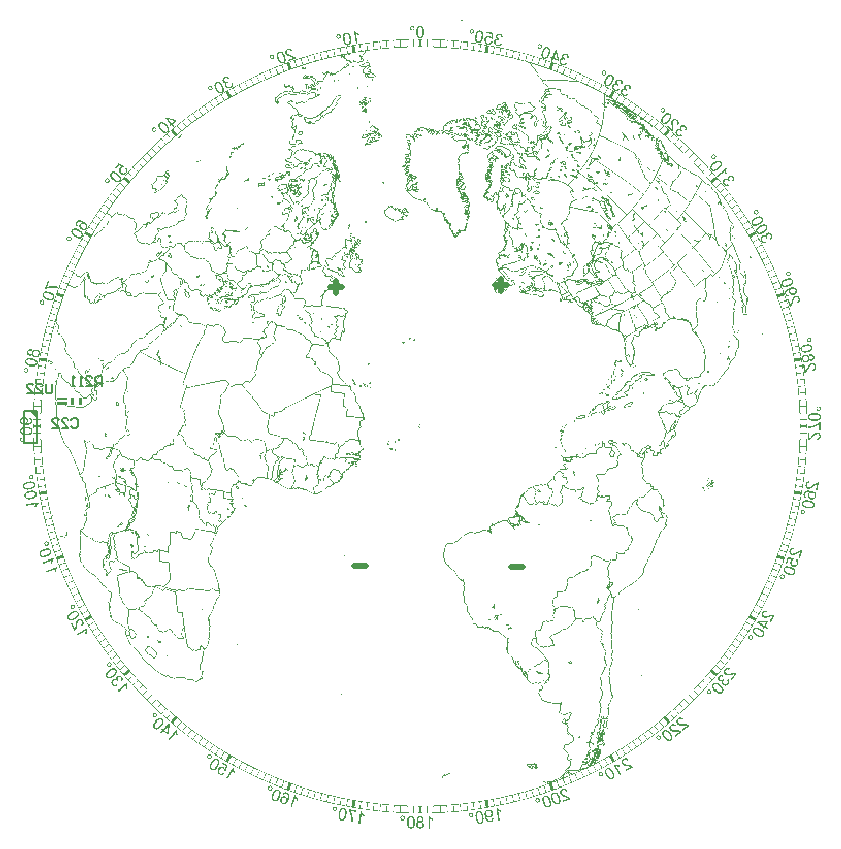
<source format=gbo>
%FSLAX24Y24*%
%MOIN*%
G70*
G01*
G75*
G04 Layer_Color=32896*
%ADD10C,0.0100*%
%ADD11R,0.0197X0.0433*%
%ADD12R,0.0433X0.0197*%
G04:AMPARAMS|DCode=13|XSize=30mil|YSize=22mil|CornerRadius=5.5mil|HoleSize=0mil|Usage=FLASHONLY|Rotation=180.000|XOffset=0mil|YOffset=0mil|HoleType=Round|Shape=RoundedRectangle|*
%AMROUNDEDRECTD13*
21,1,0.0300,0.0110,0,0,180.0*
21,1,0.0190,0.0220,0,0,180.0*
1,1,0.0110,-0.0095,0.0055*
1,1,0.0110,0.0095,0.0055*
1,1,0.0110,0.0095,-0.0055*
1,1,0.0110,-0.0095,-0.0055*
%
%ADD13ROUNDEDRECTD13*%
G04:AMPARAMS|DCode=14|XSize=55.1mil|YSize=39.4mil|CornerRadius=4.9mil|HoleSize=0mil|Usage=FLASHONLY|Rotation=180.000|XOffset=0mil|YOffset=0mil|HoleType=Round|Shape=RoundedRectangle|*
%AMROUNDEDRECTD14*
21,1,0.0551,0.0295,0,0,180.0*
21,1,0.0453,0.0394,0,0,180.0*
1,1,0.0098,-0.0226,0.0148*
1,1,0.0098,0.0226,0.0148*
1,1,0.0098,0.0226,-0.0148*
1,1,0.0098,-0.0226,-0.0148*
%
%ADD14ROUNDEDRECTD14*%
G04:AMPARAMS|DCode=15|XSize=50mil|YSize=24mil|CornerRadius=6mil|HoleSize=0mil|Usage=FLASHONLY|Rotation=180.000|XOffset=0mil|YOffset=0mil|HoleType=Round|Shape=RoundedRectangle|*
%AMROUNDEDRECTD15*
21,1,0.0500,0.0120,0,0,180.0*
21,1,0.0380,0.0240,0,0,180.0*
1,1,0.0120,-0.0190,0.0060*
1,1,0.0120,0.0190,0.0060*
1,1,0.0120,0.0190,-0.0060*
1,1,0.0120,-0.0190,-0.0060*
%
%ADD15ROUNDEDRECTD15*%
G04:AMPARAMS|DCode=16|XSize=30mil|YSize=22mil|CornerRadius=5.5mil|HoleSize=0mil|Usage=FLASHONLY|Rotation=135.000|XOffset=0mil|YOffset=0mil|HoleType=Round|Shape=RoundedRectangle|*
%AMROUNDEDRECTD16*
21,1,0.0300,0.0110,0,0,135.0*
21,1,0.0190,0.0220,0,0,135.0*
1,1,0.0110,-0.0028,0.0106*
1,1,0.0110,0.0106,-0.0028*
1,1,0.0110,0.0028,-0.0106*
1,1,0.0110,-0.0106,0.0028*
%
%ADD16ROUNDEDRECTD16*%
%ADD17R,0.1102X0.1102*%
%ADD18O,0.0098X0.0354*%
%ADD19O,0.0354X0.0098*%
G04:AMPARAMS|DCode=20|XSize=40mil|YSize=40mil|CornerRadius=10mil|HoleSize=0mil|Usage=FLASHONLY|Rotation=135.000|XOffset=0mil|YOffset=0mil|HoleType=Round|Shape=RoundedRectangle|*
%AMROUNDEDRECTD20*
21,1,0.0400,0.0200,0,0,135.0*
21,1,0.0200,0.0400,0,0,135.0*
1,1,0.0200,0.0000,0.0141*
1,1,0.0200,0.0141,0.0000*
1,1,0.0200,0.0000,-0.0141*
1,1,0.0200,-0.0141,0.0000*
%
%ADD20ROUNDEDRECTD20*%
%ADD21P,0.1893X4X180.0*%
G04:AMPARAMS|DCode=22|XSize=9.8mil|YSize=29.5mil|CornerRadius=0mil|HoleSize=0mil|Usage=FLASHONLY|Rotation=135.000|XOffset=0mil|YOffset=0mil|HoleType=Round|Shape=Round|*
%AMOVALD22*
21,1,0.0197,0.0098,0.0000,0.0000,225.0*
1,1,0.0098,0.0070,0.0070*
1,1,0.0098,-0.0070,-0.0070*
%
%ADD22OVALD22*%

G04:AMPARAMS|DCode=23|XSize=9.8mil|YSize=29.5mil|CornerRadius=0mil|HoleSize=0mil|Usage=FLASHONLY|Rotation=225.000|XOffset=0mil|YOffset=0mil|HoleType=Round|Shape=Round|*
%AMOVALD23*
21,1,0.0197,0.0098,0.0000,0.0000,315.0*
1,1,0.0098,-0.0070,0.0070*
1,1,0.0098,0.0070,-0.0070*
%
%ADD23OVALD23*%

G04:AMPARAMS|DCode=24|XSize=35.4mil|YSize=19.7mil|CornerRadius=2.5mil|HoleSize=0mil|Usage=FLASHONLY|Rotation=170.000|XOffset=0mil|YOffset=0mil|HoleType=Round|Shape=RoundedRectangle|*
%AMROUNDEDRECTD24*
21,1,0.0354,0.0148,0,0,170.0*
21,1,0.0305,0.0197,0,0,170.0*
1,1,0.0049,-0.0137,0.0099*
1,1,0.0049,0.0163,0.0046*
1,1,0.0049,0.0137,-0.0099*
1,1,0.0049,-0.0163,-0.0046*
%
%ADD24ROUNDEDRECTD24*%
G04:AMPARAMS|DCode=25|XSize=15.7mil|YSize=19.7mil|CornerRadius=2mil|HoleSize=0mil|Usage=FLASHONLY|Rotation=170.000|XOffset=0mil|YOffset=0mil|HoleType=Round|Shape=RoundedRectangle|*
%AMROUNDEDRECTD25*
21,1,0.0157,0.0157,0,0,170.0*
21,1,0.0118,0.0197,0,0,170.0*
1,1,0.0039,-0.0044,0.0088*
1,1,0.0039,0.0072,0.0067*
1,1,0.0039,0.0044,-0.0088*
1,1,0.0039,-0.0072,-0.0067*
%
%ADD25ROUNDEDRECTD25*%
G04:AMPARAMS|DCode=26|XSize=35.4mil|YSize=19.7mil|CornerRadius=2.5mil|HoleSize=0mil|Usage=FLASHONLY|Rotation=162.000|XOffset=0mil|YOffset=0mil|HoleType=Round|Shape=RoundedRectangle|*
%AMROUNDEDRECTD26*
21,1,0.0354,0.0148,0,0,162.0*
21,1,0.0305,0.0197,0,0,162.0*
1,1,0.0049,-0.0122,0.0117*
1,1,0.0049,0.0168,0.0023*
1,1,0.0049,0.0122,-0.0117*
1,1,0.0049,-0.0168,-0.0023*
%
%ADD26ROUNDEDRECTD26*%
G04:AMPARAMS|DCode=27|XSize=15.7mil|YSize=19.7mil|CornerRadius=2mil|HoleSize=0mil|Usage=FLASHONLY|Rotation=162.000|XOffset=0mil|YOffset=0mil|HoleType=Round|Shape=RoundedRectangle|*
%AMROUNDEDRECTD27*
21,1,0.0157,0.0157,0,0,162.0*
21,1,0.0118,0.0197,0,0,162.0*
1,1,0.0039,-0.0032,0.0093*
1,1,0.0039,0.0081,0.0057*
1,1,0.0039,0.0032,-0.0093*
1,1,0.0039,-0.0081,-0.0057*
%
%ADD27ROUNDEDRECTD27*%
G04:AMPARAMS|DCode=28|XSize=35.4mil|YSize=19.7mil|CornerRadius=2.5mil|HoleSize=0mil|Usage=FLASHONLY|Rotation=154.000|XOffset=0mil|YOffset=0mil|HoleType=Round|Shape=RoundedRectangle|*
%AMROUNDEDRECTD28*
21,1,0.0354,0.0148,0,0,154.0*
21,1,0.0305,0.0197,0,0,154.0*
1,1,0.0049,-0.0105,0.0133*
1,1,0.0049,0.0169,-0.0001*
1,1,0.0049,0.0105,-0.0133*
1,1,0.0049,-0.0169,0.0001*
%
%ADD28ROUNDEDRECTD28*%
G04:AMPARAMS|DCode=29|XSize=15.7mil|YSize=19.7mil|CornerRadius=2mil|HoleSize=0mil|Usage=FLASHONLY|Rotation=154.000|XOffset=0mil|YOffset=0mil|HoleType=Round|Shape=RoundedRectangle|*
%AMROUNDEDRECTD29*
21,1,0.0157,0.0157,0,0,154.0*
21,1,0.0118,0.0197,0,0,154.0*
1,1,0.0039,-0.0019,0.0097*
1,1,0.0039,0.0088,0.0045*
1,1,0.0039,0.0019,-0.0097*
1,1,0.0039,-0.0088,-0.0045*
%
%ADD29ROUNDEDRECTD29*%
G04:AMPARAMS|DCode=30|XSize=35.4mil|YSize=19.7mil|CornerRadius=2.5mil|HoleSize=0mil|Usage=FLASHONLY|Rotation=146.000|XOffset=0mil|YOffset=0mil|HoleType=Round|Shape=RoundedRectangle|*
%AMROUNDEDRECTD30*
21,1,0.0354,0.0148,0,0,146.0*
21,1,0.0305,0.0197,0,0,146.0*
1,1,0.0049,-0.0085,0.0147*
1,1,0.0049,0.0168,-0.0024*
1,1,0.0049,0.0085,-0.0147*
1,1,0.0049,-0.0168,0.0024*
%
%ADD30ROUNDEDRECTD30*%
G04:AMPARAMS|DCode=31|XSize=15.7mil|YSize=19.7mil|CornerRadius=2mil|HoleSize=0mil|Usage=FLASHONLY|Rotation=146.000|XOffset=0mil|YOffset=0mil|HoleType=Round|Shape=RoundedRectangle|*
%AMROUNDEDRECTD31*
21,1,0.0157,0.0157,0,0,146.0*
21,1,0.0118,0.0197,0,0,146.0*
1,1,0.0039,-0.0005,0.0098*
1,1,0.0039,0.0093,0.0032*
1,1,0.0039,0.0005,-0.0098*
1,1,0.0039,-0.0093,-0.0032*
%
%ADD31ROUNDEDRECTD31*%
G04:AMPARAMS|DCode=32|XSize=35.4mil|YSize=19.7mil|CornerRadius=2.5mil|HoleSize=0mil|Usage=FLASHONLY|Rotation=138.000|XOffset=0mil|YOffset=0mil|HoleType=Round|Shape=RoundedRectangle|*
%AMROUNDEDRECTD32*
21,1,0.0354,0.0148,0,0,138.0*
21,1,0.0305,0.0197,0,0,138.0*
1,1,0.0049,-0.0064,0.0157*
1,1,0.0049,0.0163,-0.0047*
1,1,0.0049,0.0064,-0.0157*
1,1,0.0049,-0.0163,0.0047*
%
%ADD32ROUNDEDRECTD32*%
G04:AMPARAMS|DCode=33|XSize=15.7mil|YSize=19.7mil|CornerRadius=2mil|HoleSize=0mil|Usage=FLASHONLY|Rotation=138.000|XOffset=0mil|YOffset=0mil|HoleType=Round|Shape=RoundedRectangle|*
%AMROUNDEDRECTD33*
21,1,0.0157,0.0157,0,0,138.0*
21,1,0.0118,0.0197,0,0,138.0*
1,1,0.0039,0.0009,0.0098*
1,1,0.0039,0.0097,0.0019*
1,1,0.0039,-0.0009,-0.0098*
1,1,0.0039,-0.0097,-0.0019*
%
%ADD33ROUNDEDRECTD33*%
G04:AMPARAMS|DCode=34|XSize=35.4mil|YSize=19.7mil|CornerRadius=2.5mil|HoleSize=0mil|Usage=FLASHONLY|Rotation=130.000|XOffset=0mil|YOffset=0mil|HoleType=Round|Shape=RoundedRectangle|*
%AMROUNDEDRECTD34*
21,1,0.0354,0.0148,0,0,130.0*
21,1,0.0305,0.0197,0,0,130.0*
1,1,0.0049,-0.0042,0.0164*
1,1,0.0049,0.0155,-0.0069*
1,1,0.0049,0.0042,-0.0164*
1,1,0.0049,-0.0155,0.0069*
%
%ADD34ROUNDEDRECTD34*%
G04:AMPARAMS|DCode=35|XSize=15.7mil|YSize=19.7mil|CornerRadius=2mil|HoleSize=0mil|Usage=FLASHONLY|Rotation=130.000|XOffset=0mil|YOffset=0mil|HoleType=Round|Shape=RoundedRectangle|*
%AMROUNDEDRECTD35*
21,1,0.0157,0.0157,0,0,130.0*
21,1,0.0118,0.0197,0,0,130.0*
1,1,0.0039,0.0022,0.0096*
1,1,0.0039,0.0098,0.0005*
1,1,0.0039,-0.0022,-0.0096*
1,1,0.0039,-0.0098,-0.0005*
%
%ADD35ROUNDEDRECTD35*%
G04:AMPARAMS|DCode=36|XSize=35.4mil|YSize=19.7mil|CornerRadius=2.5mil|HoleSize=0mil|Usage=FLASHONLY|Rotation=122.000|XOffset=0mil|YOffset=0mil|HoleType=Round|Shape=RoundedRectangle|*
%AMROUNDEDRECTD36*
21,1,0.0354,0.0148,0,0,122.0*
21,1,0.0305,0.0197,0,0,122.0*
1,1,0.0049,-0.0018,0.0169*
1,1,0.0049,0.0143,-0.0090*
1,1,0.0049,0.0018,-0.0169*
1,1,0.0049,-0.0143,0.0090*
%
%ADD36ROUNDEDRECTD36*%
G04:AMPARAMS|DCode=37|XSize=15.7mil|YSize=19.7mil|CornerRadius=2mil|HoleSize=0mil|Usage=FLASHONLY|Rotation=122.000|XOffset=0mil|YOffset=0mil|HoleType=Round|Shape=RoundedRectangle|*
%AMROUNDEDRECTD37*
21,1,0.0157,0.0157,0,0,122.0*
21,1,0.0118,0.0197,0,0,122.0*
1,1,0.0039,0.0035,0.0092*
1,1,0.0039,0.0098,-0.0008*
1,1,0.0039,-0.0035,-0.0092*
1,1,0.0039,-0.0098,0.0008*
%
%ADD37ROUNDEDRECTD37*%
G04:AMPARAMS|DCode=38|XSize=35.4mil|YSize=19.7mil|CornerRadius=2.5mil|HoleSize=0mil|Usage=FLASHONLY|Rotation=114.000|XOffset=0mil|YOffset=0mil|HoleType=Round|Shape=RoundedRectangle|*
%AMROUNDEDRECTD38*
21,1,0.0354,0.0148,0,0,114.0*
21,1,0.0305,0.0197,0,0,114.0*
1,1,0.0049,0.0005,0.0169*
1,1,0.0049,0.0129,-0.0109*
1,1,0.0049,-0.0005,-0.0169*
1,1,0.0049,-0.0129,0.0109*
%
%ADD38ROUNDEDRECTD38*%
G04:AMPARAMS|DCode=39|XSize=15.7mil|YSize=19.7mil|CornerRadius=2mil|HoleSize=0mil|Usage=FLASHONLY|Rotation=114.000|XOffset=0mil|YOffset=0mil|HoleType=Round|Shape=RoundedRectangle|*
%AMROUNDEDRECTD39*
21,1,0.0157,0.0157,0,0,114.0*
21,1,0.0118,0.0197,0,0,114.0*
1,1,0.0039,0.0048,0.0086*
1,1,0.0039,0.0096,-0.0022*
1,1,0.0039,-0.0048,-0.0086*
1,1,0.0039,-0.0096,0.0022*
%
%ADD39ROUNDEDRECTD39*%
G04:AMPARAMS|DCode=40|XSize=35.4mil|YSize=19.7mil|CornerRadius=2.5mil|HoleSize=0mil|Usage=FLASHONLY|Rotation=106.000|XOffset=0mil|YOffset=0mil|HoleType=Round|Shape=RoundedRectangle|*
%AMROUNDEDRECTD40*
21,1,0.0354,0.0148,0,0,106.0*
21,1,0.0305,0.0197,0,0,106.0*
1,1,0.0049,0.0029,0.0167*
1,1,0.0049,0.0113,-0.0126*
1,1,0.0049,-0.0029,-0.0167*
1,1,0.0049,-0.0113,0.0126*
%
%ADD40ROUNDEDRECTD40*%
G04:AMPARAMS|DCode=41|XSize=15.7mil|YSize=19.7mil|CornerRadius=2mil|HoleSize=0mil|Usage=FLASHONLY|Rotation=106.000|XOffset=0mil|YOffset=0mil|HoleType=Round|Shape=RoundedRectangle|*
%AMROUNDEDRECTD41*
21,1,0.0157,0.0157,0,0,106.0*
21,1,0.0118,0.0197,0,0,106.0*
1,1,0.0039,0.0059,0.0078*
1,1,0.0039,0.0092,-0.0035*
1,1,0.0039,-0.0059,-0.0078*
1,1,0.0039,-0.0092,0.0035*
%
%ADD41ROUNDEDRECTD41*%
G04:AMPARAMS|DCode=42|XSize=35.4mil|YSize=19.7mil|CornerRadius=2.5mil|HoleSize=0mil|Usage=FLASHONLY|Rotation=98.000|XOffset=0mil|YOffset=0mil|HoleType=Round|Shape=RoundedRectangle|*
%AMROUNDEDRECTD42*
21,1,0.0354,0.0148,0,0,98.0*
21,1,0.0305,0.0197,0,0,98.0*
1,1,0.0049,0.0052,0.0161*
1,1,0.0049,0.0094,-0.0141*
1,1,0.0049,-0.0052,-0.0161*
1,1,0.0049,-0.0094,0.0141*
%
%ADD42ROUNDEDRECTD42*%
G04:AMPARAMS|DCode=43|XSize=15.7mil|YSize=19.7mil|CornerRadius=2mil|HoleSize=0mil|Usage=FLASHONLY|Rotation=98.000|XOffset=0mil|YOffset=0mil|HoleType=Round|Shape=RoundedRectangle|*
%AMROUNDEDRECTD43*
21,1,0.0157,0.0157,0,0,98.0*
21,1,0.0118,0.0197,0,0,98.0*
1,1,0.0039,0.0070,0.0069*
1,1,0.0039,0.0086,-0.0048*
1,1,0.0039,-0.0070,-0.0069*
1,1,0.0039,-0.0086,0.0048*
%
%ADD43ROUNDEDRECTD43*%
G04:AMPARAMS|DCode=44|XSize=35.4mil|YSize=19.7mil|CornerRadius=2.5mil|HoleSize=0mil|Usage=FLASHONLY|Rotation=10.000|XOffset=0mil|YOffset=0mil|HoleType=Round|Shape=RoundedRectangle|*
%AMROUNDEDRECTD44*
21,1,0.0354,0.0148,0,0,10.0*
21,1,0.0305,0.0197,0,0,10.0*
1,1,0.0049,0.0163,-0.0046*
1,1,0.0049,-0.0137,-0.0099*
1,1,0.0049,-0.0163,0.0046*
1,1,0.0049,0.0137,0.0099*
%
%ADD44ROUNDEDRECTD44*%
G04:AMPARAMS|DCode=45|XSize=15.7mil|YSize=19.7mil|CornerRadius=2mil|HoleSize=0mil|Usage=FLASHONLY|Rotation=10.000|XOffset=0mil|YOffset=0mil|HoleType=Round|Shape=RoundedRectangle|*
%AMROUNDEDRECTD45*
21,1,0.0157,0.0157,0,0,10.0*
21,1,0.0118,0.0197,0,0,10.0*
1,1,0.0039,0.0072,-0.0067*
1,1,0.0039,-0.0044,-0.0088*
1,1,0.0039,-0.0072,0.0067*
1,1,0.0039,0.0044,0.0088*
%
%ADD45ROUNDEDRECTD45*%
G04:AMPARAMS|DCode=46|XSize=35.4mil|YSize=19.7mil|CornerRadius=2.5mil|HoleSize=0mil|Usage=FLASHONLY|Rotation=18.000|XOffset=0mil|YOffset=0mil|HoleType=Round|Shape=RoundedRectangle|*
%AMROUNDEDRECTD46*
21,1,0.0354,0.0148,0,0,18.0*
21,1,0.0305,0.0197,0,0,18.0*
1,1,0.0049,0.0168,-0.0023*
1,1,0.0049,-0.0122,-0.0117*
1,1,0.0049,-0.0168,0.0023*
1,1,0.0049,0.0122,0.0117*
%
%ADD46ROUNDEDRECTD46*%
G04:AMPARAMS|DCode=47|XSize=15.7mil|YSize=19.7mil|CornerRadius=2mil|HoleSize=0mil|Usage=FLASHONLY|Rotation=18.000|XOffset=0mil|YOffset=0mil|HoleType=Round|Shape=RoundedRectangle|*
%AMROUNDEDRECTD47*
21,1,0.0157,0.0157,0,0,18.0*
21,1,0.0118,0.0197,0,0,18.0*
1,1,0.0039,0.0081,-0.0057*
1,1,0.0039,-0.0032,-0.0093*
1,1,0.0039,-0.0081,0.0057*
1,1,0.0039,0.0032,0.0093*
%
%ADD47ROUNDEDRECTD47*%
G04:AMPARAMS|DCode=48|XSize=35.4mil|YSize=19.7mil|CornerRadius=2.5mil|HoleSize=0mil|Usage=FLASHONLY|Rotation=26.000|XOffset=0mil|YOffset=0mil|HoleType=Round|Shape=RoundedRectangle|*
%AMROUNDEDRECTD48*
21,1,0.0354,0.0148,0,0,26.0*
21,1,0.0305,0.0197,0,0,26.0*
1,1,0.0049,0.0169,0.0001*
1,1,0.0049,-0.0105,-0.0133*
1,1,0.0049,-0.0169,-0.0001*
1,1,0.0049,0.0105,0.0133*
%
%ADD48ROUNDEDRECTD48*%
G04:AMPARAMS|DCode=49|XSize=15.7mil|YSize=19.7mil|CornerRadius=2mil|HoleSize=0mil|Usage=FLASHONLY|Rotation=26.000|XOffset=0mil|YOffset=0mil|HoleType=Round|Shape=RoundedRectangle|*
%AMROUNDEDRECTD49*
21,1,0.0157,0.0157,0,0,26.0*
21,1,0.0118,0.0197,0,0,26.0*
1,1,0.0039,0.0088,-0.0045*
1,1,0.0039,-0.0019,-0.0097*
1,1,0.0039,-0.0088,0.0045*
1,1,0.0039,0.0019,0.0097*
%
%ADD49ROUNDEDRECTD49*%
G04:AMPARAMS|DCode=50|XSize=35.4mil|YSize=19.7mil|CornerRadius=2.5mil|HoleSize=0mil|Usage=FLASHONLY|Rotation=34.000|XOffset=0mil|YOffset=0mil|HoleType=Round|Shape=RoundedRectangle|*
%AMROUNDEDRECTD50*
21,1,0.0354,0.0148,0,0,34.0*
21,1,0.0305,0.0197,0,0,34.0*
1,1,0.0049,0.0168,0.0024*
1,1,0.0049,-0.0085,-0.0147*
1,1,0.0049,-0.0168,-0.0024*
1,1,0.0049,0.0085,0.0147*
%
%ADD50ROUNDEDRECTD50*%
G04:AMPARAMS|DCode=51|XSize=15.7mil|YSize=19.7mil|CornerRadius=2mil|HoleSize=0mil|Usage=FLASHONLY|Rotation=34.000|XOffset=0mil|YOffset=0mil|HoleType=Round|Shape=RoundedRectangle|*
%AMROUNDEDRECTD51*
21,1,0.0157,0.0157,0,0,34.0*
21,1,0.0118,0.0197,0,0,34.0*
1,1,0.0039,0.0093,-0.0032*
1,1,0.0039,-0.0005,-0.0098*
1,1,0.0039,-0.0093,0.0032*
1,1,0.0039,0.0005,0.0098*
%
%ADD51ROUNDEDRECTD51*%
G04:AMPARAMS|DCode=52|XSize=35.4mil|YSize=19.7mil|CornerRadius=2.5mil|HoleSize=0mil|Usage=FLASHONLY|Rotation=42.000|XOffset=0mil|YOffset=0mil|HoleType=Round|Shape=RoundedRectangle|*
%AMROUNDEDRECTD52*
21,1,0.0354,0.0148,0,0,42.0*
21,1,0.0305,0.0197,0,0,42.0*
1,1,0.0049,0.0163,0.0047*
1,1,0.0049,-0.0064,-0.0157*
1,1,0.0049,-0.0163,-0.0047*
1,1,0.0049,0.0064,0.0157*
%
%ADD52ROUNDEDRECTD52*%
G04:AMPARAMS|DCode=53|XSize=15.7mil|YSize=19.7mil|CornerRadius=2mil|HoleSize=0mil|Usage=FLASHONLY|Rotation=42.000|XOffset=0mil|YOffset=0mil|HoleType=Round|Shape=RoundedRectangle|*
%AMROUNDEDRECTD53*
21,1,0.0157,0.0157,0,0,42.0*
21,1,0.0118,0.0197,0,0,42.0*
1,1,0.0039,0.0097,-0.0019*
1,1,0.0039,0.0009,-0.0098*
1,1,0.0039,-0.0097,0.0019*
1,1,0.0039,-0.0009,0.0098*
%
%ADD53ROUNDEDRECTD53*%
G04:AMPARAMS|DCode=54|XSize=35.4mil|YSize=19.7mil|CornerRadius=2.5mil|HoleSize=0mil|Usage=FLASHONLY|Rotation=50.000|XOffset=0mil|YOffset=0mil|HoleType=Round|Shape=RoundedRectangle|*
%AMROUNDEDRECTD54*
21,1,0.0354,0.0148,0,0,50.0*
21,1,0.0305,0.0197,0,0,50.0*
1,1,0.0049,0.0155,0.0069*
1,1,0.0049,-0.0042,-0.0164*
1,1,0.0049,-0.0155,-0.0069*
1,1,0.0049,0.0042,0.0164*
%
%ADD54ROUNDEDRECTD54*%
G04:AMPARAMS|DCode=55|XSize=15.7mil|YSize=19.7mil|CornerRadius=2mil|HoleSize=0mil|Usage=FLASHONLY|Rotation=50.000|XOffset=0mil|YOffset=0mil|HoleType=Round|Shape=RoundedRectangle|*
%AMROUNDEDRECTD55*
21,1,0.0157,0.0157,0,0,50.0*
21,1,0.0118,0.0197,0,0,50.0*
1,1,0.0039,0.0098,-0.0005*
1,1,0.0039,0.0022,-0.0096*
1,1,0.0039,-0.0098,0.0005*
1,1,0.0039,-0.0022,0.0096*
%
%ADD55ROUNDEDRECTD55*%
G04:AMPARAMS|DCode=56|XSize=35.4mil|YSize=19.7mil|CornerRadius=2.5mil|HoleSize=0mil|Usage=FLASHONLY|Rotation=58.000|XOffset=0mil|YOffset=0mil|HoleType=Round|Shape=RoundedRectangle|*
%AMROUNDEDRECTD56*
21,1,0.0354,0.0148,0,0,58.0*
21,1,0.0305,0.0197,0,0,58.0*
1,1,0.0049,0.0143,0.0090*
1,1,0.0049,-0.0018,-0.0169*
1,1,0.0049,-0.0143,-0.0090*
1,1,0.0049,0.0018,0.0169*
%
%ADD56ROUNDEDRECTD56*%
G04:AMPARAMS|DCode=57|XSize=15.7mil|YSize=19.7mil|CornerRadius=2mil|HoleSize=0mil|Usage=FLASHONLY|Rotation=58.000|XOffset=0mil|YOffset=0mil|HoleType=Round|Shape=RoundedRectangle|*
%AMROUNDEDRECTD57*
21,1,0.0157,0.0157,0,0,58.0*
21,1,0.0118,0.0197,0,0,58.0*
1,1,0.0039,0.0098,0.0008*
1,1,0.0039,0.0035,-0.0092*
1,1,0.0039,-0.0098,-0.0008*
1,1,0.0039,-0.0035,0.0092*
%
%ADD57ROUNDEDRECTD57*%
G04:AMPARAMS|DCode=58|XSize=35.4mil|YSize=19.7mil|CornerRadius=2.5mil|HoleSize=0mil|Usage=FLASHONLY|Rotation=66.000|XOffset=0mil|YOffset=0mil|HoleType=Round|Shape=RoundedRectangle|*
%AMROUNDEDRECTD58*
21,1,0.0354,0.0148,0,0,66.0*
21,1,0.0305,0.0197,0,0,66.0*
1,1,0.0049,0.0129,0.0109*
1,1,0.0049,0.0005,-0.0169*
1,1,0.0049,-0.0129,-0.0109*
1,1,0.0049,-0.0005,0.0169*
%
%ADD58ROUNDEDRECTD58*%
G04:AMPARAMS|DCode=59|XSize=15.7mil|YSize=19.7mil|CornerRadius=2mil|HoleSize=0mil|Usage=FLASHONLY|Rotation=66.000|XOffset=0mil|YOffset=0mil|HoleType=Round|Shape=RoundedRectangle|*
%AMROUNDEDRECTD59*
21,1,0.0157,0.0157,0,0,66.0*
21,1,0.0118,0.0197,0,0,66.0*
1,1,0.0039,0.0096,0.0022*
1,1,0.0039,0.0048,-0.0086*
1,1,0.0039,-0.0096,-0.0022*
1,1,0.0039,-0.0048,0.0086*
%
%ADD59ROUNDEDRECTD59*%
G04:AMPARAMS|DCode=60|XSize=35.4mil|YSize=19.7mil|CornerRadius=2.5mil|HoleSize=0mil|Usage=FLASHONLY|Rotation=74.000|XOffset=0mil|YOffset=0mil|HoleType=Round|Shape=RoundedRectangle|*
%AMROUNDEDRECTD60*
21,1,0.0354,0.0148,0,0,74.0*
21,1,0.0305,0.0197,0,0,74.0*
1,1,0.0049,0.0113,0.0126*
1,1,0.0049,0.0029,-0.0167*
1,1,0.0049,-0.0113,-0.0126*
1,1,0.0049,-0.0029,0.0167*
%
%ADD60ROUNDEDRECTD60*%
G04:AMPARAMS|DCode=61|XSize=15.7mil|YSize=19.7mil|CornerRadius=2mil|HoleSize=0mil|Usage=FLASHONLY|Rotation=74.000|XOffset=0mil|YOffset=0mil|HoleType=Round|Shape=RoundedRectangle|*
%AMROUNDEDRECTD61*
21,1,0.0157,0.0157,0,0,74.0*
21,1,0.0118,0.0197,0,0,74.0*
1,1,0.0039,0.0092,0.0035*
1,1,0.0039,0.0059,-0.0078*
1,1,0.0039,-0.0092,-0.0035*
1,1,0.0039,-0.0059,0.0078*
%
%ADD61ROUNDEDRECTD61*%
G04:AMPARAMS|DCode=62|XSize=35.4mil|YSize=19.7mil|CornerRadius=2.5mil|HoleSize=0mil|Usage=FLASHONLY|Rotation=82.000|XOffset=0mil|YOffset=0mil|HoleType=Round|Shape=RoundedRectangle|*
%AMROUNDEDRECTD62*
21,1,0.0354,0.0148,0,0,82.0*
21,1,0.0305,0.0197,0,0,82.0*
1,1,0.0049,0.0094,0.0141*
1,1,0.0049,0.0052,-0.0161*
1,1,0.0049,-0.0094,-0.0141*
1,1,0.0049,-0.0052,0.0161*
%
%ADD62ROUNDEDRECTD62*%
G04:AMPARAMS|DCode=63|XSize=15.7mil|YSize=19.7mil|CornerRadius=2mil|HoleSize=0mil|Usage=FLASHONLY|Rotation=82.000|XOffset=0mil|YOffset=0mil|HoleType=Round|Shape=RoundedRectangle|*
%AMROUNDEDRECTD63*
21,1,0.0157,0.0157,0,0,82.0*
21,1,0.0118,0.0197,0,0,82.0*
1,1,0.0039,0.0086,0.0048*
1,1,0.0039,0.0070,-0.0069*
1,1,0.0039,-0.0086,-0.0048*
1,1,0.0039,-0.0070,0.0069*
%
%ADD63ROUNDEDRECTD63*%
G04:AMPARAMS|DCode=64|XSize=35.4mil|YSize=19.7mil|CornerRadius=2.5mil|HoleSize=0mil|Usage=FLASHONLY|Rotation=90.000|XOffset=0mil|YOffset=0mil|HoleType=Round|Shape=RoundedRectangle|*
%AMROUNDEDRECTD64*
21,1,0.0354,0.0148,0,0,90.0*
21,1,0.0305,0.0197,0,0,90.0*
1,1,0.0049,0.0074,0.0153*
1,1,0.0049,0.0074,-0.0153*
1,1,0.0049,-0.0074,-0.0153*
1,1,0.0049,-0.0074,0.0153*
%
%ADD64ROUNDEDRECTD64*%
G04:AMPARAMS|DCode=65|XSize=15.7mil|YSize=19.7mil|CornerRadius=2mil|HoleSize=0mil|Usage=FLASHONLY|Rotation=90.000|XOffset=0mil|YOffset=0mil|HoleType=Round|Shape=RoundedRectangle|*
%AMROUNDEDRECTD65*
21,1,0.0157,0.0157,0,0,90.0*
21,1,0.0118,0.0197,0,0,90.0*
1,1,0.0039,0.0079,0.0059*
1,1,0.0039,0.0079,-0.0059*
1,1,0.0039,-0.0079,-0.0059*
1,1,0.0039,-0.0079,0.0059*
%
%ADD65ROUNDEDRECTD65*%
%ADD66R,0.0886X0.0472*%
%ADD67R,0.0433X0.1063*%
%ADD68R,0.0138X0.0236*%
%ADD69R,0.0453X0.0236*%
G04:AMPARAMS|DCode=70|XSize=30mil|YSize=22mil|CornerRadius=5.5mil|HoleSize=0mil|Usage=FLASHONLY|Rotation=225.000|XOffset=0mil|YOffset=0mil|HoleType=Round|Shape=RoundedRectangle|*
%AMROUNDEDRECTD70*
21,1,0.0300,0.0110,0,0,225.0*
21,1,0.0190,0.0220,0,0,225.0*
1,1,0.0110,-0.0106,-0.0028*
1,1,0.0110,0.0028,0.0106*
1,1,0.0110,0.0106,0.0028*
1,1,0.0110,-0.0028,-0.0106*
%
%ADD70ROUNDEDRECTD70*%
%ADD71R,0.0256X0.0118*%
%ADD72R,0.0689X0.0984*%
%ADD73R,0.0118X0.0256*%
G04:AMPARAMS|DCode=74|XSize=30mil|YSize=22mil|CornerRadius=5.5mil|HoleSize=0mil|Usage=FLASHONLY|Rotation=270.000|XOffset=0mil|YOffset=0mil|HoleType=Round|Shape=RoundedRectangle|*
%AMROUNDEDRECTD74*
21,1,0.0300,0.0110,0,0,270.0*
21,1,0.0190,0.0220,0,0,270.0*
1,1,0.0110,-0.0055,-0.0095*
1,1,0.0110,-0.0055,0.0095*
1,1,0.0110,0.0055,0.0095*
1,1,0.0110,0.0055,-0.0095*
%
%ADD74ROUNDEDRECTD74*%
%ADD75C,0.0200*%
%ADD76C,0.0080*%
%ADD77R,0.4350X0.1000*%
%ADD78R,0.4400X0.1650*%
%ADD79C,0.0276*%
%ADD80R,0.0591X0.0591*%
%ADD81R,0.0591X0.0591*%
%ADD82C,0.0591*%
%ADD83C,0.0250*%
%ADD84C,0.0260*%
%ADD85C,0.0157*%
%ADD86C,0.0300*%
%ADD87C,0.0500*%
%ADD88C,0.0197*%
%ADD89P,0.0341X8X157.5*%
G04:AMPARAMS|DCode=90|XSize=133.9mil|YSize=141.7mil|CornerRadius=0.7mil|HoleSize=0mil|Usage=FLASHONLY|Rotation=135.000|XOffset=0mil|YOffset=0mil|HoleType=Round|Shape=RoundedRectangle|*
%AMROUNDEDRECTD90*
21,1,0.1339,0.1404,0,0,135.0*
21,1,0.1325,0.1417,0,0,135.0*
1,1,0.0013,0.0028,0.0965*
1,1,0.0013,0.0965,0.0028*
1,1,0.0013,-0.0028,-0.0965*
1,1,0.0013,-0.0965,-0.0028*
%
%ADD90ROUNDEDRECTD90*%
G04:AMPARAMS|DCode=91|XSize=133.9mil|YSize=141.7mil|CornerRadius=0.7mil|HoleSize=0mil|Usage=FLASHONLY|Rotation=225.000|XOffset=0mil|YOffset=0mil|HoleType=Round|Shape=RoundedRectangle|*
%AMROUNDEDRECTD91*
21,1,0.1339,0.1404,0,0,225.0*
21,1,0.1325,0.1417,0,0,225.0*
1,1,0.0013,-0.0965,0.0028*
1,1,0.0013,-0.0028,0.0965*
1,1,0.0013,0.0965,-0.0028*
1,1,0.0013,0.0028,-0.0965*
%
%ADD91ROUNDEDRECTD91*%
G04:AMPARAMS|DCode=92|XSize=24mil|YSize=30mil|CornerRadius=6mil|HoleSize=0mil|Usage=FLASHONLY|Rotation=270.000|XOffset=0mil|YOffset=0mil|HoleType=Round|Shape=RoundedRectangle|*
%AMROUNDEDRECTD92*
21,1,0.0240,0.0180,0,0,270.0*
21,1,0.0120,0.0300,0,0,270.0*
1,1,0.0120,-0.0090,-0.0060*
1,1,0.0120,-0.0090,0.0060*
1,1,0.0120,0.0090,0.0060*
1,1,0.0120,0.0090,-0.0060*
%
%ADD92ROUNDEDRECTD92*%
%ADD93R,0.4350X0.0950*%
%ADD94C,0.0098*%
%ADD95C,0.0039*%
%ADD96C,0.0079*%
%ADD97C,0.0010*%
%ADD98C,0.0050*%
%ADD99C,0.0138*%
%ADD100P,0.0000X4X180.0*%
%ADD101C,0.0157*%
G04:AMPARAMS|DCode=102|XSize=23.6mil|YSize=141.7mil|CornerRadius=0mil|HoleSize=0mil|Usage=FLASHONLY|Rotation=135.000|XOffset=0mil|YOffset=0mil|HoleType=Round|Shape=Rectangle|*
%AMROTATEDRECTD102*
4,1,4,0.0585,0.0418,-0.0418,-0.0585,-0.0585,-0.0418,0.0418,0.0585,0.0585,0.0418,0.0*
%
%ADD102ROTATEDRECTD102*%

G04:AMPARAMS|DCode=103|XSize=23.6mil|YSize=141.7mil|CornerRadius=0mil|HoleSize=0mil|Usage=FLASHONLY|Rotation=45.000|XOffset=0mil|YOffset=0mil|HoleType=Round|Shape=Rectangle|*
%AMROTATEDRECTD103*
4,1,4,0.0418,-0.0585,-0.0585,0.0418,-0.0418,0.0585,0.0585,-0.0418,0.0418,-0.0585,0.0*
%
%ADD103ROTATEDRECTD103*%

%ADD104R,0.4400X0.0950*%
%ADD105R,0.4450X0.1400*%
%ADD106R,0.0277X0.0513*%
%ADD107R,0.0513X0.0277*%
G04:AMPARAMS|DCode=108|XSize=38mil|YSize=30mil|CornerRadius=9.5mil|HoleSize=0mil|Usage=FLASHONLY|Rotation=180.000|XOffset=0mil|YOffset=0mil|HoleType=Round|Shape=RoundedRectangle|*
%AMROUNDEDRECTD108*
21,1,0.0380,0.0110,0,0,180.0*
21,1,0.0190,0.0300,0,0,180.0*
1,1,0.0190,-0.0095,0.0055*
1,1,0.0190,0.0095,0.0055*
1,1,0.0190,0.0095,-0.0055*
1,1,0.0190,-0.0095,-0.0055*
%
%ADD108ROUNDEDRECTD108*%
G04:AMPARAMS|DCode=109|XSize=63.1mil|YSize=47.4mil|CornerRadius=8.9mil|HoleSize=0mil|Usage=FLASHONLY|Rotation=180.000|XOffset=0mil|YOffset=0mil|HoleType=Round|Shape=RoundedRectangle|*
%AMROUNDEDRECTD109*
21,1,0.0631,0.0295,0,0,180.0*
21,1,0.0453,0.0474,0,0,180.0*
1,1,0.0178,-0.0226,0.0148*
1,1,0.0178,0.0226,0.0148*
1,1,0.0178,0.0226,-0.0148*
1,1,0.0178,-0.0226,-0.0148*
%
%ADD109ROUNDEDRECTD109*%
G04:AMPARAMS|DCode=110|XSize=58mil|YSize=32mil|CornerRadius=10mil|HoleSize=0mil|Usage=FLASHONLY|Rotation=180.000|XOffset=0mil|YOffset=0mil|HoleType=Round|Shape=RoundedRectangle|*
%AMROUNDEDRECTD110*
21,1,0.0580,0.0120,0,0,180.0*
21,1,0.0380,0.0320,0,0,180.0*
1,1,0.0200,-0.0190,0.0060*
1,1,0.0200,0.0190,0.0060*
1,1,0.0200,0.0190,-0.0060*
1,1,0.0200,-0.0190,-0.0060*
%
%ADD110ROUNDEDRECTD110*%
G04:AMPARAMS|DCode=111|XSize=38mil|YSize=30mil|CornerRadius=9.5mil|HoleSize=0mil|Usage=FLASHONLY|Rotation=135.000|XOffset=0mil|YOffset=0mil|HoleType=Round|Shape=RoundedRectangle|*
%AMROUNDEDRECTD111*
21,1,0.0380,0.0110,0,0,135.0*
21,1,0.0190,0.0300,0,0,135.0*
1,1,0.0190,-0.0028,0.0106*
1,1,0.0190,0.0106,-0.0028*
1,1,0.0190,0.0028,-0.0106*
1,1,0.0190,-0.0106,0.0028*
%
%ADD111ROUNDEDRECTD111*%
%ADD112R,0.1182X0.1182*%
%ADD113O,0.0178X0.0434*%
%ADD114O,0.0434X0.0178*%
G04:AMPARAMS|DCode=115|XSize=48mil|YSize=48mil|CornerRadius=14mil|HoleSize=0mil|Usage=FLASHONLY|Rotation=135.000|XOffset=0mil|YOffset=0mil|HoleType=Round|Shape=RoundedRectangle|*
%AMROUNDEDRECTD115*
21,1,0.0480,0.0200,0,0,135.0*
21,1,0.0200,0.0480,0,0,135.0*
1,1,0.0280,0.0000,0.0141*
1,1,0.0280,0.0141,0.0000*
1,1,0.0280,0.0000,-0.0141*
1,1,0.0280,-0.0141,0.0000*
%
%ADD115ROUNDEDRECTD115*%
G04:AMPARAMS|DCode=116|XSize=15.7mil|YSize=35.4mil|CornerRadius=0mil|HoleSize=0mil|Usage=FLASHONLY|Rotation=135.000|XOffset=0mil|YOffset=0mil|HoleType=Round|Shape=Round|*
%AMOVALD116*
21,1,0.0197,0.0157,0.0000,0.0000,225.0*
1,1,0.0157,0.0070,0.0070*
1,1,0.0157,-0.0070,-0.0070*
%
%ADD116OVALD116*%

G04:AMPARAMS|DCode=117|XSize=15.7mil|YSize=35.4mil|CornerRadius=0mil|HoleSize=0mil|Usage=FLASHONLY|Rotation=225.000|XOffset=0mil|YOffset=0mil|HoleType=Round|Shape=Round|*
%AMOVALD117*
21,1,0.0197,0.0157,0.0000,0.0000,315.0*
1,1,0.0157,-0.0070,0.0070*
1,1,0.0157,0.0070,-0.0070*
%
%ADD117OVALD117*%

G04:AMPARAMS|DCode=118|XSize=43.4mil|YSize=27.7mil|CornerRadius=6.5mil|HoleSize=0mil|Usage=FLASHONLY|Rotation=170.000|XOffset=0mil|YOffset=0mil|HoleType=Round|Shape=RoundedRectangle|*
%AMROUNDEDRECTD118*
21,1,0.0434,0.0148,0,0,170.0*
21,1,0.0305,0.0277,0,0,170.0*
1,1,0.0129,-0.0137,0.0099*
1,1,0.0129,0.0163,0.0046*
1,1,0.0129,0.0137,-0.0099*
1,1,0.0129,-0.0163,-0.0046*
%
%ADD118ROUNDEDRECTD118*%
G04:AMPARAMS|DCode=119|XSize=23.7mil|YSize=27.7mil|CornerRadius=6mil|HoleSize=0mil|Usage=FLASHONLY|Rotation=170.000|XOffset=0mil|YOffset=0mil|HoleType=Round|Shape=RoundedRectangle|*
%AMROUNDEDRECTD119*
21,1,0.0237,0.0157,0,0,170.0*
21,1,0.0118,0.0277,0,0,170.0*
1,1,0.0119,-0.0044,0.0088*
1,1,0.0119,0.0072,0.0067*
1,1,0.0119,0.0044,-0.0088*
1,1,0.0119,-0.0072,-0.0067*
%
%ADD119ROUNDEDRECTD119*%
G04:AMPARAMS|DCode=120|XSize=43.4mil|YSize=27.7mil|CornerRadius=6.5mil|HoleSize=0mil|Usage=FLASHONLY|Rotation=162.000|XOffset=0mil|YOffset=0mil|HoleType=Round|Shape=RoundedRectangle|*
%AMROUNDEDRECTD120*
21,1,0.0434,0.0148,0,0,162.0*
21,1,0.0305,0.0277,0,0,162.0*
1,1,0.0129,-0.0122,0.0117*
1,1,0.0129,0.0168,0.0023*
1,1,0.0129,0.0122,-0.0117*
1,1,0.0129,-0.0168,-0.0023*
%
%ADD120ROUNDEDRECTD120*%
G04:AMPARAMS|DCode=121|XSize=23.7mil|YSize=27.7mil|CornerRadius=6mil|HoleSize=0mil|Usage=FLASHONLY|Rotation=162.000|XOffset=0mil|YOffset=0mil|HoleType=Round|Shape=RoundedRectangle|*
%AMROUNDEDRECTD121*
21,1,0.0237,0.0157,0,0,162.0*
21,1,0.0118,0.0277,0,0,162.0*
1,1,0.0119,-0.0032,0.0093*
1,1,0.0119,0.0081,0.0057*
1,1,0.0119,0.0032,-0.0093*
1,1,0.0119,-0.0081,-0.0057*
%
%ADD121ROUNDEDRECTD121*%
G04:AMPARAMS|DCode=122|XSize=43.4mil|YSize=27.7mil|CornerRadius=6.5mil|HoleSize=0mil|Usage=FLASHONLY|Rotation=154.000|XOffset=0mil|YOffset=0mil|HoleType=Round|Shape=RoundedRectangle|*
%AMROUNDEDRECTD122*
21,1,0.0434,0.0148,0,0,154.0*
21,1,0.0305,0.0277,0,0,154.0*
1,1,0.0129,-0.0105,0.0133*
1,1,0.0129,0.0169,-0.0001*
1,1,0.0129,0.0105,-0.0133*
1,1,0.0129,-0.0169,0.0001*
%
%ADD122ROUNDEDRECTD122*%
G04:AMPARAMS|DCode=123|XSize=23.7mil|YSize=27.7mil|CornerRadius=6mil|HoleSize=0mil|Usage=FLASHONLY|Rotation=154.000|XOffset=0mil|YOffset=0mil|HoleType=Round|Shape=RoundedRectangle|*
%AMROUNDEDRECTD123*
21,1,0.0237,0.0157,0,0,154.0*
21,1,0.0118,0.0277,0,0,154.0*
1,1,0.0119,-0.0019,0.0097*
1,1,0.0119,0.0088,0.0045*
1,1,0.0119,0.0019,-0.0097*
1,1,0.0119,-0.0088,-0.0045*
%
%ADD123ROUNDEDRECTD123*%
G04:AMPARAMS|DCode=124|XSize=43.4mil|YSize=27.7mil|CornerRadius=6.5mil|HoleSize=0mil|Usage=FLASHONLY|Rotation=146.000|XOffset=0mil|YOffset=0mil|HoleType=Round|Shape=RoundedRectangle|*
%AMROUNDEDRECTD124*
21,1,0.0434,0.0148,0,0,146.0*
21,1,0.0305,0.0277,0,0,146.0*
1,1,0.0129,-0.0085,0.0147*
1,1,0.0129,0.0168,-0.0024*
1,1,0.0129,0.0085,-0.0147*
1,1,0.0129,-0.0168,0.0024*
%
%ADD124ROUNDEDRECTD124*%
G04:AMPARAMS|DCode=125|XSize=23.7mil|YSize=27.7mil|CornerRadius=6mil|HoleSize=0mil|Usage=FLASHONLY|Rotation=146.000|XOffset=0mil|YOffset=0mil|HoleType=Round|Shape=RoundedRectangle|*
%AMROUNDEDRECTD125*
21,1,0.0237,0.0157,0,0,146.0*
21,1,0.0118,0.0277,0,0,146.0*
1,1,0.0119,-0.0005,0.0098*
1,1,0.0119,0.0093,0.0032*
1,1,0.0119,0.0005,-0.0098*
1,1,0.0119,-0.0093,-0.0032*
%
%ADD125ROUNDEDRECTD125*%
G04:AMPARAMS|DCode=126|XSize=43.4mil|YSize=27.7mil|CornerRadius=6.5mil|HoleSize=0mil|Usage=FLASHONLY|Rotation=138.000|XOffset=0mil|YOffset=0mil|HoleType=Round|Shape=RoundedRectangle|*
%AMROUNDEDRECTD126*
21,1,0.0434,0.0148,0,0,138.0*
21,1,0.0305,0.0277,0,0,138.0*
1,1,0.0129,-0.0064,0.0157*
1,1,0.0129,0.0163,-0.0047*
1,1,0.0129,0.0064,-0.0157*
1,1,0.0129,-0.0163,0.0047*
%
%ADD126ROUNDEDRECTD126*%
G04:AMPARAMS|DCode=127|XSize=23.7mil|YSize=27.7mil|CornerRadius=6mil|HoleSize=0mil|Usage=FLASHONLY|Rotation=138.000|XOffset=0mil|YOffset=0mil|HoleType=Round|Shape=RoundedRectangle|*
%AMROUNDEDRECTD127*
21,1,0.0237,0.0157,0,0,138.0*
21,1,0.0118,0.0277,0,0,138.0*
1,1,0.0119,0.0009,0.0098*
1,1,0.0119,0.0097,0.0019*
1,1,0.0119,-0.0009,-0.0098*
1,1,0.0119,-0.0097,-0.0019*
%
%ADD127ROUNDEDRECTD127*%
G04:AMPARAMS|DCode=128|XSize=43.4mil|YSize=27.7mil|CornerRadius=6.5mil|HoleSize=0mil|Usage=FLASHONLY|Rotation=130.000|XOffset=0mil|YOffset=0mil|HoleType=Round|Shape=RoundedRectangle|*
%AMROUNDEDRECTD128*
21,1,0.0434,0.0148,0,0,130.0*
21,1,0.0305,0.0277,0,0,130.0*
1,1,0.0129,-0.0042,0.0164*
1,1,0.0129,0.0155,-0.0069*
1,1,0.0129,0.0042,-0.0164*
1,1,0.0129,-0.0155,0.0069*
%
%ADD128ROUNDEDRECTD128*%
G04:AMPARAMS|DCode=129|XSize=23.7mil|YSize=27.7mil|CornerRadius=6mil|HoleSize=0mil|Usage=FLASHONLY|Rotation=130.000|XOffset=0mil|YOffset=0mil|HoleType=Round|Shape=RoundedRectangle|*
%AMROUNDEDRECTD129*
21,1,0.0237,0.0157,0,0,130.0*
21,1,0.0118,0.0277,0,0,130.0*
1,1,0.0119,0.0022,0.0096*
1,1,0.0119,0.0098,0.0005*
1,1,0.0119,-0.0022,-0.0096*
1,1,0.0119,-0.0098,-0.0005*
%
%ADD129ROUNDEDRECTD129*%
G04:AMPARAMS|DCode=130|XSize=43.4mil|YSize=27.7mil|CornerRadius=6.5mil|HoleSize=0mil|Usage=FLASHONLY|Rotation=122.000|XOffset=0mil|YOffset=0mil|HoleType=Round|Shape=RoundedRectangle|*
%AMROUNDEDRECTD130*
21,1,0.0434,0.0148,0,0,122.0*
21,1,0.0305,0.0277,0,0,122.0*
1,1,0.0129,-0.0018,0.0169*
1,1,0.0129,0.0143,-0.0090*
1,1,0.0129,0.0018,-0.0169*
1,1,0.0129,-0.0143,0.0090*
%
%ADD130ROUNDEDRECTD130*%
G04:AMPARAMS|DCode=131|XSize=23.7mil|YSize=27.7mil|CornerRadius=6mil|HoleSize=0mil|Usage=FLASHONLY|Rotation=122.000|XOffset=0mil|YOffset=0mil|HoleType=Round|Shape=RoundedRectangle|*
%AMROUNDEDRECTD131*
21,1,0.0237,0.0157,0,0,122.0*
21,1,0.0118,0.0277,0,0,122.0*
1,1,0.0119,0.0035,0.0092*
1,1,0.0119,0.0098,-0.0008*
1,1,0.0119,-0.0035,-0.0092*
1,1,0.0119,-0.0098,0.0008*
%
%ADD131ROUNDEDRECTD131*%
G04:AMPARAMS|DCode=132|XSize=43.4mil|YSize=27.7mil|CornerRadius=6.5mil|HoleSize=0mil|Usage=FLASHONLY|Rotation=114.000|XOffset=0mil|YOffset=0mil|HoleType=Round|Shape=RoundedRectangle|*
%AMROUNDEDRECTD132*
21,1,0.0434,0.0148,0,0,114.0*
21,1,0.0305,0.0277,0,0,114.0*
1,1,0.0129,0.0005,0.0169*
1,1,0.0129,0.0129,-0.0109*
1,1,0.0129,-0.0005,-0.0169*
1,1,0.0129,-0.0129,0.0109*
%
%ADD132ROUNDEDRECTD132*%
G04:AMPARAMS|DCode=133|XSize=23.7mil|YSize=27.7mil|CornerRadius=6mil|HoleSize=0mil|Usage=FLASHONLY|Rotation=114.000|XOffset=0mil|YOffset=0mil|HoleType=Round|Shape=RoundedRectangle|*
%AMROUNDEDRECTD133*
21,1,0.0237,0.0157,0,0,114.0*
21,1,0.0118,0.0277,0,0,114.0*
1,1,0.0119,0.0048,0.0086*
1,1,0.0119,0.0096,-0.0022*
1,1,0.0119,-0.0048,-0.0086*
1,1,0.0119,-0.0096,0.0022*
%
%ADD133ROUNDEDRECTD133*%
G04:AMPARAMS|DCode=134|XSize=43.4mil|YSize=27.7mil|CornerRadius=6.5mil|HoleSize=0mil|Usage=FLASHONLY|Rotation=106.000|XOffset=0mil|YOffset=0mil|HoleType=Round|Shape=RoundedRectangle|*
%AMROUNDEDRECTD134*
21,1,0.0434,0.0148,0,0,106.0*
21,1,0.0305,0.0277,0,0,106.0*
1,1,0.0129,0.0029,0.0167*
1,1,0.0129,0.0113,-0.0126*
1,1,0.0129,-0.0029,-0.0167*
1,1,0.0129,-0.0113,0.0126*
%
%ADD134ROUNDEDRECTD134*%
G04:AMPARAMS|DCode=135|XSize=23.7mil|YSize=27.7mil|CornerRadius=6mil|HoleSize=0mil|Usage=FLASHONLY|Rotation=106.000|XOffset=0mil|YOffset=0mil|HoleType=Round|Shape=RoundedRectangle|*
%AMROUNDEDRECTD135*
21,1,0.0237,0.0157,0,0,106.0*
21,1,0.0118,0.0277,0,0,106.0*
1,1,0.0119,0.0059,0.0078*
1,1,0.0119,0.0092,-0.0035*
1,1,0.0119,-0.0059,-0.0078*
1,1,0.0119,-0.0092,0.0035*
%
%ADD135ROUNDEDRECTD135*%
G04:AMPARAMS|DCode=136|XSize=43.4mil|YSize=27.7mil|CornerRadius=6.5mil|HoleSize=0mil|Usage=FLASHONLY|Rotation=98.000|XOffset=0mil|YOffset=0mil|HoleType=Round|Shape=RoundedRectangle|*
%AMROUNDEDRECTD136*
21,1,0.0434,0.0148,0,0,98.0*
21,1,0.0305,0.0277,0,0,98.0*
1,1,0.0129,0.0052,0.0161*
1,1,0.0129,0.0094,-0.0141*
1,1,0.0129,-0.0052,-0.0161*
1,1,0.0129,-0.0094,0.0141*
%
%ADD136ROUNDEDRECTD136*%
G04:AMPARAMS|DCode=137|XSize=23.7mil|YSize=27.7mil|CornerRadius=6mil|HoleSize=0mil|Usage=FLASHONLY|Rotation=98.000|XOffset=0mil|YOffset=0mil|HoleType=Round|Shape=RoundedRectangle|*
%AMROUNDEDRECTD137*
21,1,0.0237,0.0157,0,0,98.0*
21,1,0.0118,0.0277,0,0,98.0*
1,1,0.0119,0.0070,0.0069*
1,1,0.0119,0.0086,-0.0048*
1,1,0.0119,-0.0070,-0.0069*
1,1,0.0119,-0.0086,0.0048*
%
%ADD137ROUNDEDRECTD137*%
G04:AMPARAMS|DCode=138|XSize=43.4mil|YSize=27.7mil|CornerRadius=6.5mil|HoleSize=0mil|Usage=FLASHONLY|Rotation=10.000|XOffset=0mil|YOffset=0mil|HoleType=Round|Shape=RoundedRectangle|*
%AMROUNDEDRECTD138*
21,1,0.0434,0.0148,0,0,10.0*
21,1,0.0305,0.0277,0,0,10.0*
1,1,0.0129,0.0163,-0.0046*
1,1,0.0129,-0.0137,-0.0099*
1,1,0.0129,-0.0163,0.0046*
1,1,0.0129,0.0137,0.0099*
%
%ADD138ROUNDEDRECTD138*%
G04:AMPARAMS|DCode=139|XSize=23.7mil|YSize=27.7mil|CornerRadius=6mil|HoleSize=0mil|Usage=FLASHONLY|Rotation=10.000|XOffset=0mil|YOffset=0mil|HoleType=Round|Shape=RoundedRectangle|*
%AMROUNDEDRECTD139*
21,1,0.0237,0.0157,0,0,10.0*
21,1,0.0118,0.0277,0,0,10.0*
1,1,0.0119,0.0072,-0.0067*
1,1,0.0119,-0.0044,-0.0088*
1,1,0.0119,-0.0072,0.0067*
1,1,0.0119,0.0044,0.0088*
%
%ADD139ROUNDEDRECTD139*%
G04:AMPARAMS|DCode=140|XSize=43.4mil|YSize=27.7mil|CornerRadius=6.5mil|HoleSize=0mil|Usage=FLASHONLY|Rotation=18.000|XOffset=0mil|YOffset=0mil|HoleType=Round|Shape=RoundedRectangle|*
%AMROUNDEDRECTD140*
21,1,0.0434,0.0148,0,0,18.0*
21,1,0.0305,0.0277,0,0,18.0*
1,1,0.0129,0.0168,-0.0023*
1,1,0.0129,-0.0122,-0.0117*
1,1,0.0129,-0.0168,0.0023*
1,1,0.0129,0.0122,0.0117*
%
%ADD140ROUNDEDRECTD140*%
G04:AMPARAMS|DCode=141|XSize=23.7mil|YSize=27.7mil|CornerRadius=6mil|HoleSize=0mil|Usage=FLASHONLY|Rotation=18.000|XOffset=0mil|YOffset=0mil|HoleType=Round|Shape=RoundedRectangle|*
%AMROUNDEDRECTD141*
21,1,0.0237,0.0157,0,0,18.0*
21,1,0.0118,0.0277,0,0,18.0*
1,1,0.0119,0.0081,-0.0057*
1,1,0.0119,-0.0032,-0.0093*
1,1,0.0119,-0.0081,0.0057*
1,1,0.0119,0.0032,0.0093*
%
%ADD141ROUNDEDRECTD141*%
G04:AMPARAMS|DCode=142|XSize=43.4mil|YSize=27.7mil|CornerRadius=6.5mil|HoleSize=0mil|Usage=FLASHONLY|Rotation=26.000|XOffset=0mil|YOffset=0mil|HoleType=Round|Shape=RoundedRectangle|*
%AMROUNDEDRECTD142*
21,1,0.0434,0.0148,0,0,26.0*
21,1,0.0305,0.0277,0,0,26.0*
1,1,0.0129,0.0169,0.0001*
1,1,0.0129,-0.0105,-0.0133*
1,1,0.0129,-0.0169,-0.0001*
1,1,0.0129,0.0105,0.0133*
%
%ADD142ROUNDEDRECTD142*%
G04:AMPARAMS|DCode=143|XSize=23.7mil|YSize=27.7mil|CornerRadius=6mil|HoleSize=0mil|Usage=FLASHONLY|Rotation=26.000|XOffset=0mil|YOffset=0mil|HoleType=Round|Shape=RoundedRectangle|*
%AMROUNDEDRECTD143*
21,1,0.0237,0.0157,0,0,26.0*
21,1,0.0118,0.0277,0,0,26.0*
1,1,0.0119,0.0088,-0.0045*
1,1,0.0119,-0.0019,-0.0097*
1,1,0.0119,-0.0088,0.0045*
1,1,0.0119,0.0019,0.0097*
%
%ADD143ROUNDEDRECTD143*%
G04:AMPARAMS|DCode=144|XSize=43.4mil|YSize=27.7mil|CornerRadius=6.5mil|HoleSize=0mil|Usage=FLASHONLY|Rotation=34.000|XOffset=0mil|YOffset=0mil|HoleType=Round|Shape=RoundedRectangle|*
%AMROUNDEDRECTD144*
21,1,0.0434,0.0148,0,0,34.0*
21,1,0.0305,0.0277,0,0,34.0*
1,1,0.0129,0.0168,0.0024*
1,1,0.0129,-0.0085,-0.0147*
1,1,0.0129,-0.0168,-0.0024*
1,1,0.0129,0.0085,0.0147*
%
%ADD144ROUNDEDRECTD144*%
G04:AMPARAMS|DCode=145|XSize=23.7mil|YSize=27.7mil|CornerRadius=6mil|HoleSize=0mil|Usage=FLASHONLY|Rotation=34.000|XOffset=0mil|YOffset=0mil|HoleType=Round|Shape=RoundedRectangle|*
%AMROUNDEDRECTD145*
21,1,0.0237,0.0157,0,0,34.0*
21,1,0.0118,0.0277,0,0,34.0*
1,1,0.0119,0.0093,-0.0032*
1,1,0.0119,-0.0005,-0.0098*
1,1,0.0119,-0.0093,0.0032*
1,1,0.0119,0.0005,0.0098*
%
%ADD145ROUNDEDRECTD145*%
G04:AMPARAMS|DCode=146|XSize=43.4mil|YSize=27.7mil|CornerRadius=6.5mil|HoleSize=0mil|Usage=FLASHONLY|Rotation=42.000|XOffset=0mil|YOffset=0mil|HoleType=Round|Shape=RoundedRectangle|*
%AMROUNDEDRECTD146*
21,1,0.0434,0.0148,0,0,42.0*
21,1,0.0305,0.0277,0,0,42.0*
1,1,0.0129,0.0163,0.0047*
1,1,0.0129,-0.0064,-0.0157*
1,1,0.0129,-0.0163,-0.0047*
1,1,0.0129,0.0064,0.0157*
%
%ADD146ROUNDEDRECTD146*%
G04:AMPARAMS|DCode=147|XSize=23.7mil|YSize=27.7mil|CornerRadius=6mil|HoleSize=0mil|Usage=FLASHONLY|Rotation=42.000|XOffset=0mil|YOffset=0mil|HoleType=Round|Shape=RoundedRectangle|*
%AMROUNDEDRECTD147*
21,1,0.0237,0.0157,0,0,42.0*
21,1,0.0118,0.0277,0,0,42.0*
1,1,0.0119,0.0097,-0.0019*
1,1,0.0119,0.0009,-0.0098*
1,1,0.0119,-0.0097,0.0019*
1,1,0.0119,-0.0009,0.0098*
%
%ADD147ROUNDEDRECTD147*%
G04:AMPARAMS|DCode=148|XSize=43.4mil|YSize=27.7mil|CornerRadius=6.5mil|HoleSize=0mil|Usage=FLASHONLY|Rotation=50.000|XOffset=0mil|YOffset=0mil|HoleType=Round|Shape=RoundedRectangle|*
%AMROUNDEDRECTD148*
21,1,0.0434,0.0148,0,0,50.0*
21,1,0.0305,0.0277,0,0,50.0*
1,1,0.0129,0.0155,0.0069*
1,1,0.0129,-0.0042,-0.0164*
1,1,0.0129,-0.0155,-0.0069*
1,1,0.0129,0.0042,0.0164*
%
%ADD148ROUNDEDRECTD148*%
G04:AMPARAMS|DCode=149|XSize=23.7mil|YSize=27.7mil|CornerRadius=6mil|HoleSize=0mil|Usage=FLASHONLY|Rotation=50.000|XOffset=0mil|YOffset=0mil|HoleType=Round|Shape=RoundedRectangle|*
%AMROUNDEDRECTD149*
21,1,0.0237,0.0157,0,0,50.0*
21,1,0.0118,0.0277,0,0,50.0*
1,1,0.0119,0.0098,-0.0005*
1,1,0.0119,0.0022,-0.0096*
1,1,0.0119,-0.0098,0.0005*
1,1,0.0119,-0.0022,0.0096*
%
%ADD149ROUNDEDRECTD149*%
G04:AMPARAMS|DCode=150|XSize=43.4mil|YSize=27.7mil|CornerRadius=6.5mil|HoleSize=0mil|Usage=FLASHONLY|Rotation=58.000|XOffset=0mil|YOffset=0mil|HoleType=Round|Shape=RoundedRectangle|*
%AMROUNDEDRECTD150*
21,1,0.0434,0.0148,0,0,58.0*
21,1,0.0305,0.0277,0,0,58.0*
1,1,0.0129,0.0143,0.0090*
1,1,0.0129,-0.0018,-0.0169*
1,1,0.0129,-0.0143,-0.0090*
1,1,0.0129,0.0018,0.0169*
%
%ADD150ROUNDEDRECTD150*%
G04:AMPARAMS|DCode=151|XSize=23.7mil|YSize=27.7mil|CornerRadius=6mil|HoleSize=0mil|Usage=FLASHONLY|Rotation=58.000|XOffset=0mil|YOffset=0mil|HoleType=Round|Shape=RoundedRectangle|*
%AMROUNDEDRECTD151*
21,1,0.0237,0.0157,0,0,58.0*
21,1,0.0118,0.0277,0,0,58.0*
1,1,0.0119,0.0098,0.0008*
1,1,0.0119,0.0035,-0.0092*
1,1,0.0119,-0.0098,-0.0008*
1,1,0.0119,-0.0035,0.0092*
%
%ADD151ROUNDEDRECTD151*%
G04:AMPARAMS|DCode=152|XSize=43.4mil|YSize=27.7mil|CornerRadius=6.5mil|HoleSize=0mil|Usage=FLASHONLY|Rotation=66.000|XOffset=0mil|YOffset=0mil|HoleType=Round|Shape=RoundedRectangle|*
%AMROUNDEDRECTD152*
21,1,0.0434,0.0148,0,0,66.0*
21,1,0.0305,0.0277,0,0,66.0*
1,1,0.0129,0.0129,0.0109*
1,1,0.0129,0.0005,-0.0169*
1,1,0.0129,-0.0129,-0.0109*
1,1,0.0129,-0.0005,0.0169*
%
%ADD152ROUNDEDRECTD152*%
G04:AMPARAMS|DCode=153|XSize=23.7mil|YSize=27.7mil|CornerRadius=6mil|HoleSize=0mil|Usage=FLASHONLY|Rotation=66.000|XOffset=0mil|YOffset=0mil|HoleType=Round|Shape=RoundedRectangle|*
%AMROUNDEDRECTD153*
21,1,0.0237,0.0157,0,0,66.0*
21,1,0.0118,0.0277,0,0,66.0*
1,1,0.0119,0.0096,0.0022*
1,1,0.0119,0.0048,-0.0086*
1,1,0.0119,-0.0096,-0.0022*
1,1,0.0119,-0.0048,0.0086*
%
%ADD153ROUNDEDRECTD153*%
G04:AMPARAMS|DCode=154|XSize=43.4mil|YSize=27.7mil|CornerRadius=6.5mil|HoleSize=0mil|Usage=FLASHONLY|Rotation=74.000|XOffset=0mil|YOffset=0mil|HoleType=Round|Shape=RoundedRectangle|*
%AMROUNDEDRECTD154*
21,1,0.0434,0.0148,0,0,74.0*
21,1,0.0305,0.0277,0,0,74.0*
1,1,0.0129,0.0113,0.0126*
1,1,0.0129,0.0029,-0.0167*
1,1,0.0129,-0.0113,-0.0126*
1,1,0.0129,-0.0029,0.0167*
%
%ADD154ROUNDEDRECTD154*%
G04:AMPARAMS|DCode=155|XSize=23.7mil|YSize=27.7mil|CornerRadius=6mil|HoleSize=0mil|Usage=FLASHONLY|Rotation=74.000|XOffset=0mil|YOffset=0mil|HoleType=Round|Shape=RoundedRectangle|*
%AMROUNDEDRECTD155*
21,1,0.0237,0.0157,0,0,74.0*
21,1,0.0118,0.0277,0,0,74.0*
1,1,0.0119,0.0092,0.0035*
1,1,0.0119,0.0059,-0.0078*
1,1,0.0119,-0.0092,-0.0035*
1,1,0.0119,-0.0059,0.0078*
%
%ADD155ROUNDEDRECTD155*%
G04:AMPARAMS|DCode=156|XSize=43.4mil|YSize=27.7mil|CornerRadius=6.5mil|HoleSize=0mil|Usage=FLASHONLY|Rotation=82.000|XOffset=0mil|YOffset=0mil|HoleType=Round|Shape=RoundedRectangle|*
%AMROUNDEDRECTD156*
21,1,0.0434,0.0148,0,0,82.0*
21,1,0.0305,0.0277,0,0,82.0*
1,1,0.0129,0.0094,0.0141*
1,1,0.0129,0.0052,-0.0161*
1,1,0.0129,-0.0094,-0.0141*
1,1,0.0129,-0.0052,0.0161*
%
%ADD156ROUNDEDRECTD156*%
G04:AMPARAMS|DCode=157|XSize=23.7mil|YSize=27.7mil|CornerRadius=6mil|HoleSize=0mil|Usage=FLASHONLY|Rotation=82.000|XOffset=0mil|YOffset=0mil|HoleType=Round|Shape=RoundedRectangle|*
%AMROUNDEDRECTD157*
21,1,0.0237,0.0157,0,0,82.0*
21,1,0.0118,0.0277,0,0,82.0*
1,1,0.0119,0.0086,0.0048*
1,1,0.0119,0.0070,-0.0069*
1,1,0.0119,-0.0086,-0.0048*
1,1,0.0119,-0.0070,0.0069*
%
%ADD157ROUNDEDRECTD157*%
G04:AMPARAMS|DCode=158|XSize=43.4mil|YSize=27.7mil|CornerRadius=6.5mil|HoleSize=0mil|Usage=FLASHONLY|Rotation=90.000|XOffset=0mil|YOffset=0mil|HoleType=Round|Shape=RoundedRectangle|*
%AMROUNDEDRECTD158*
21,1,0.0434,0.0148,0,0,90.0*
21,1,0.0305,0.0277,0,0,90.0*
1,1,0.0129,0.0074,0.0153*
1,1,0.0129,0.0074,-0.0153*
1,1,0.0129,-0.0074,-0.0153*
1,1,0.0129,-0.0074,0.0153*
%
%ADD158ROUNDEDRECTD158*%
G04:AMPARAMS|DCode=159|XSize=23.7mil|YSize=27.7mil|CornerRadius=6mil|HoleSize=0mil|Usage=FLASHONLY|Rotation=90.000|XOffset=0mil|YOffset=0mil|HoleType=Round|Shape=RoundedRectangle|*
%AMROUNDEDRECTD159*
21,1,0.0237,0.0157,0,0,90.0*
21,1,0.0118,0.0277,0,0,90.0*
1,1,0.0119,0.0079,0.0059*
1,1,0.0119,0.0079,-0.0059*
1,1,0.0119,-0.0079,-0.0059*
1,1,0.0119,-0.0079,0.0059*
%
%ADD159ROUNDEDRECTD159*%
%ADD160R,0.0945X0.0532*%
%ADD161R,0.0492X0.1122*%
%ADD162R,0.0197X0.0295*%
%ADD163R,0.0512X0.0295*%
G04:AMPARAMS|DCode=164|XSize=38mil|YSize=30mil|CornerRadius=9.5mil|HoleSize=0mil|Usage=FLASHONLY|Rotation=225.000|XOffset=0mil|YOffset=0mil|HoleType=Round|Shape=RoundedRectangle|*
%AMROUNDEDRECTD164*
21,1,0.0380,0.0110,0,0,225.0*
21,1,0.0190,0.0300,0,0,225.0*
1,1,0.0190,-0.0106,-0.0028*
1,1,0.0190,0.0028,0.0106*
1,1,0.0190,0.0106,0.0028*
1,1,0.0190,-0.0028,-0.0106*
%
%ADD164ROUNDEDRECTD164*%
%ADD165R,0.0336X0.0198*%
%ADD166R,0.0769X0.1064*%
%ADD167R,0.0198X0.0336*%
G04:AMPARAMS|DCode=168|XSize=38mil|YSize=30mil|CornerRadius=9.5mil|HoleSize=0mil|Usage=FLASHONLY|Rotation=270.000|XOffset=0mil|YOffset=0mil|HoleType=Round|Shape=RoundedRectangle|*
%AMROUNDEDRECTD168*
21,1,0.0380,0.0110,0,0,270.0*
21,1,0.0190,0.0300,0,0,270.0*
1,1,0.0190,-0.0055,-0.0095*
1,1,0.0190,-0.0055,0.0095*
1,1,0.0190,0.0055,0.0095*
1,1,0.0190,0.0055,-0.0095*
%
%ADD168ROUNDEDRECTD168*%
%ADD169C,0.0356*%
%ADD170R,0.0671X0.0671*%
%ADD171R,0.0671X0.0671*%
%ADD172C,0.0671*%
%ADD173C,0.0330*%
%ADD174C,0.0380*%
%ADD175C,0.0580*%
G04:AMPARAMS|DCode=176|XSize=32mil|YSize=38mil|CornerRadius=10mil|HoleSize=0mil|Usage=FLASHONLY|Rotation=270.000|XOffset=0mil|YOffset=0mil|HoleType=Round|Shape=RoundedRectangle|*
%AMROUNDEDRECTD176*
21,1,0.0320,0.0180,0,0,270.0*
21,1,0.0120,0.0380,0,0,270.0*
1,1,0.0200,-0.0090,-0.0060*
1,1,0.0200,-0.0090,0.0060*
1,1,0.0200,0.0090,0.0060*
1,1,0.0200,0.0090,-0.0060*
%
%ADD176ROUNDEDRECTD176*%
%ADD177C,0.0340*%
%ADD178C,0.0277*%
G04:AMPARAMS|DCode=179|XSize=0mil|YSize=7.9mil|CornerRadius=0mil|HoleSize=0mil|Usage=FLASHONLY|Rotation=135.000|XOffset=0mil|YOffset=0mil|HoleType=Round|Shape=RoundedRectangle|*
%AMROUNDEDRECTD179*
21,1,0.0000,0.0079,0,0,135.0*
21,1,0.0000,0.0079,0,0,135.0*
1,1,0.0000,0.0028,0.0028*
1,1,0.0000,0.0028,0.0028*
1,1,0.0000,-0.0028,-0.0028*
1,1,0.0000,-0.0028,-0.0028*
%
%ADD179ROUNDEDRECTD179*%
G04:AMPARAMS|DCode=180|XSize=0mil|YSize=7.9mil|CornerRadius=0mil|HoleSize=0mil|Usage=FLASHONLY|Rotation=225.000|XOffset=0mil|YOffset=0mil|HoleType=Round|Shape=RoundedRectangle|*
%AMROUNDEDRECTD180*
21,1,0.0000,0.0079,0,0,225.0*
21,1,0.0000,0.0079,0,0,225.0*
1,1,0.0000,-0.0028,0.0028*
1,1,0.0000,-0.0028,0.0028*
1,1,0.0000,0.0028,-0.0028*
1,1,0.0000,0.0028,-0.0028*
%
%ADD180ROUNDEDRECTD180*%
%ADD181C,0.0060*%
G36*
X34665Y38742D02*
X34699D01*
Y38707D01*
X34665D01*
Y38742D01*
X34630D01*
Y38776D01*
X34665D01*
Y38742D01*
D02*
G37*
G36*
X31638Y38707D02*
X31603D01*
Y38742D01*
X31638D01*
Y38707D01*
D02*
G37*
G36*
X36728D02*
X36694D01*
Y38742D01*
X36728D01*
Y38707D01*
D02*
G37*
G36*
X44123Y38742D02*
Y38707D01*
X44089D01*
Y38742D01*
Y38776D01*
X44123D01*
Y38742D01*
D02*
G37*
G36*
X37416Y38707D02*
X37382D01*
Y38742D01*
X37416D01*
Y38707D01*
D02*
G37*
G36*
X45671Y38879D02*
Y38845D01*
X45808D01*
Y38811D01*
Y38776D01*
X45877D01*
Y38742D01*
X45912D01*
Y38707D01*
X45946D01*
Y38673D01*
X45912D01*
Y38707D01*
X45877D01*
Y38742D01*
X45774D01*
Y38776D01*
Y38811D01*
X45740D01*
Y38776D01*
X45705D01*
Y38811D01*
X45671D01*
Y38845D01*
X45636D01*
Y38879D01*
Y38914D01*
X45671D01*
Y38879D01*
D02*
G37*
G36*
X45430Y38673D02*
X45327D01*
Y38707D01*
X45430D01*
Y38673D01*
D02*
G37*
G36*
X47012Y38742D02*
X47081D01*
Y38707D01*
Y38673D01*
X47047D01*
Y38639D01*
X47081D01*
Y38604D01*
X47150D01*
Y38570D01*
X47184D01*
Y38536D01*
Y38501D01*
X47150D01*
Y38536D01*
Y38570D01*
X47047D01*
Y38604D01*
Y38639D01*
X46943D01*
Y38604D01*
X46909D01*
Y38639D01*
Y38673D01*
X46840D01*
Y38707D01*
X46909D01*
Y38673D01*
X47012D01*
Y38707D01*
Y38742D01*
X46943D01*
Y38776D01*
X47012D01*
Y38742D01*
D02*
G37*
G36*
X30916Y38707D02*
X30847D01*
Y38742D01*
X30916D01*
Y38707D01*
D02*
G37*
G36*
X29161Y38776D02*
Y38742D01*
Y38707D01*
X29127D01*
Y38742D01*
Y38776D01*
Y38811D01*
X29161D01*
Y38776D01*
D02*
G37*
G36*
X46943Y38707D02*
X46909D01*
Y38742D01*
X46943D01*
Y38707D01*
D02*
G37*
G36*
X52275Y38948D02*
Y38914D01*
Y38879D01*
Y38845D01*
Y38811D01*
Y38776D01*
Y38742D01*
Y38707D01*
Y38673D01*
Y38639D01*
Y38604D01*
Y38570D01*
X52240D01*
Y38604D01*
Y38639D01*
Y38673D01*
Y38707D01*
X52034D01*
Y38673D01*
Y38639D01*
Y38604D01*
Y38570D01*
Y38536D01*
X52068D01*
Y38501D01*
X51999D01*
Y38536D01*
Y38570D01*
Y38604D01*
Y38639D01*
Y38673D01*
Y38707D01*
Y38742D01*
Y38776D01*
Y38811D01*
Y38845D01*
Y38879D01*
Y38914D01*
Y38948D01*
X52034D01*
Y38914D01*
Y38879D01*
Y38845D01*
Y38811D01*
Y38776D01*
Y38742D01*
X52240D01*
Y38776D01*
Y38811D01*
Y38845D01*
Y38879D01*
Y38914D01*
Y38948D01*
Y38983D01*
X52275D01*
Y38948D01*
D02*
G37*
G36*
X47391Y38742D02*
X47322D01*
Y38776D01*
X47391D01*
Y38742D01*
D02*
G37*
G36*
X29230Y38776D02*
X29196D01*
Y38811D01*
X29230D01*
Y38776D01*
D02*
G37*
G36*
X32498Y38811D02*
Y38776D01*
X32463D01*
Y38811D01*
Y38845D01*
X32498D01*
Y38811D01*
D02*
G37*
G36*
X31500Y38948D02*
Y38914D01*
X31535D01*
Y38879D01*
X31569D01*
Y38845D01*
Y38811D01*
Y38776D01*
X31535D01*
Y38811D01*
Y38845D01*
Y38879D01*
X31500D01*
Y38914D01*
X31466D01*
Y38948D01*
Y38983D01*
X31500D01*
Y38948D01*
D02*
G37*
G36*
X34217Y38811D02*
Y38776D01*
Y38742D01*
X34183D01*
Y38776D01*
Y38811D01*
Y38845D01*
X34217D01*
Y38811D01*
D02*
G37*
G36*
X47631D02*
X47666D01*
Y38776D01*
Y38742D01*
X47631D01*
Y38707D01*
X47562D01*
Y38742D01*
Y38776D01*
X47631D01*
Y38811D01*
X47597D01*
Y38845D01*
X47631D01*
Y38811D01*
D02*
G37*
G36*
X36797Y38742D02*
X36728D01*
Y38776D01*
X36797D01*
Y38742D01*
D02*
G37*
G36*
X46152Y38811D02*
X46187D01*
Y38776D01*
Y38742D01*
X46152D01*
Y38776D01*
X46118D01*
Y38811D01*
X46084D01*
Y38845D01*
X46152D01*
Y38811D01*
D02*
G37*
G36*
X45224Y38776D02*
Y38742D01*
X45189D01*
Y38776D01*
Y38811D01*
X45224D01*
Y38776D01*
D02*
G37*
G36*
X28852Y38639D02*
X28783D01*
Y38673D01*
X28852D01*
Y38639D01*
D02*
G37*
G36*
X28198Y38914D02*
X28233D01*
Y38879D01*
X28198D01*
Y38845D01*
X28233D01*
Y38811D01*
Y38776D01*
Y38742D01*
Y38707D01*
X28267D01*
Y38673D01*
Y38639D01*
X28233D01*
Y38673D01*
Y38707D01*
X28198D01*
Y38742D01*
Y38776D01*
Y38811D01*
Y38845D01*
X28164D01*
Y38879D01*
Y38914D01*
Y38948D01*
X28198D01*
Y38914D01*
D02*
G37*
G36*
X30847Y38673D02*
Y38639D01*
X30812D01*
Y38673D01*
Y38707D01*
X30847D01*
Y38673D01*
D02*
G37*
G36*
X32704Y38742D02*
Y38707D01*
Y38673D01*
Y38639D01*
X32670D01*
Y38673D01*
Y38707D01*
Y38742D01*
Y38776D01*
X32704D01*
Y38742D01*
D02*
G37*
G36*
X32395Y38673D02*
X32463D01*
Y38639D01*
X32360D01*
Y38673D01*
Y38707D01*
X32395D01*
Y38673D01*
D02*
G37*
G36*
X37485Y38639D02*
Y38604D01*
X37416D01*
Y38639D01*
X37450D01*
Y38673D01*
X37485D01*
Y38639D01*
D02*
G37*
G36*
X35215Y38811D02*
X35249D01*
Y38776D01*
X35284D01*
Y38742D01*
Y38707D01*
X35318D01*
Y38673D01*
Y38639D01*
X35387D01*
Y38604D01*
X35318D01*
Y38639D01*
X35284D01*
Y38673D01*
Y38707D01*
X35249D01*
Y38742D01*
Y38776D01*
X35215D01*
Y38811D01*
X35180D01*
Y38845D01*
X35215D01*
Y38811D01*
D02*
G37*
G36*
X38448Y38639D02*
Y38604D01*
X38379D01*
Y38639D01*
X38345D01*
Y38673D01*
X38448D01*
Y38639D01*
D02*
G37*
G36*
X45980Y38604D02*
X45946D01*
Y38639D01*
X45980D01*
Y38604D01*
D02*
G37*
G36*
X45292D02*
X45258D01*
Y38639D01*
X45292D01*
Y38604D01*
D02*
G37*
G36*
X34596Y38639D02*
X34527D01*
Y38673D01*
X34596D01*
Y38639D01*
D02*
G37*
G36*
X47494Y38914D02*
Y38879D01*
X47528D01*
Y38845D01*
Y38811D01*
Y38776D01*
Y38742D01*
Y38707D01*
X47562D01*
Y38673D01*
Y38639D01*
X47528D01*
Y38673D01*
Y38707D01*
X47494D01*
Y38742D01*
Y38776D01*
Y38811D01*
Y38845D01*
Y38879D01*
X47425D01*
Y38914D01*
X47459D01*
Y38948D01*
X47494D01*
Y38914D01*
D02*
G37*
G36*
Y38639D02*
X47425D01*
Y38673D01*
X47494D01*
Y38639D01*
D02*
G37*
G36*
X27579Y38742D02*
X27614D01*
Y38707D01*
X27648D01*
Y38673D01*
X27614D01*
Y38707D01*
X27579D01*
Y38742D01*
X27545D01*
Y38776D01*
X27579D01*
Y38742D01*
D02*
G37*
G36*
X43917Y38673D02*
X43848D01*
Y38707D01*
X43917D01*
Y38673D01*
D02*
G37*
G36*
X34665D02*
X34596D01*
Y38707D01*
X34665D01*
Y38673D01*
D02*
G37*
G36*
X44914Y38639D02*
X44880D01*
Y38673D01*
X44914D01*
Y38639D01*
D02*
G37*
G36*
X36659Y38776D02*
Y38742D01*
Y38707D01*
X36694D01*
Y38673D01*
Y38639D01*
X36659D01*
Y38673D01*
Y38707D01*
X36625D01*
Y38742D01*
Y38776D01*
Y38811D01*
X36659D01*
Y38776D01*
D02*
G37*
G36*
X45327Y38639D02*
X45292D01*
Y38673D01*
X45327D01*
Y38639D01*
D02*
G37*
G36*
X46806D02*
X46771D01*
Y38673D01*
X46806D01*
Y38639D01*
D02*
G37*
G36*
X46324Y38776D02*
X46359D01*
Y38742D01*
X46393D01*
Y38707D01*
Y38673D01*
Y38639D01*
X46359D01*
Y38673D01*
Y38707D01*
Y38742D01*
X46324D01*
Y38776D01*
X46290D01*
Y38811D01*
X46324D01*
Y38776D01*
D02*
G37*
G36*
X31156Y38948D02*
Y38914D01*
Y38879D01*
X31122D01*
Y38914D01*
Y38948D01*
Y38983D01*
X31156D01*
Y38948D01*
D02*
G37*
G36*
X29333Y38879D02*
X29299D01*
Y38914D01*
X29333D01*
Y38879D01*
D02*
G37*
G36*
X32566Y39017D02*
X32601D01*
Y38983D01*
Y38948D01*
Y38914D01*
Y38879D01*
X32566D01*
Y38914D01*
Y38948D01*
Y38983D01*
Y39017D01*
X32532D01*
Y39051D01*
X32566D01*
Y39017D01*
D02*
G37*
G36*
X36178Y38879D02*
X35937D01*
Y38914D01*
X36178D01*
Y38879D01*
D02*
G37*
G36*
X34183D02*
X34149D01*
Y38914D01*
X34183D01*
Y38879D01*
D02*
G37*
G36*
X36591Y38845D02*
X36556D01*
Y38879D01*
X36591D01*
Y38845D01*
D02*
G37*
G36*
X36281Y38879D02*
X36315D01*
Y38845D01*
X36212D01*
Y38879D01*
X36247D01*
Y38914D01*
X36281D01*
Y38879D01*
D02*
G37*
G36*
X38551D02*
Y38845D01*
X38517D01*
Y38879D01*
Y38914D01*
X38551D01*
Y38879D01*
D02*
G37*
G36*
X28370D02*
X28336D01*
Y38914D01*
X28370D01*
Y38879D01*
D02*
G37*
G36*
X26100Y38983D02*
X26066D01*
Y38948D01*
Y38914D01*
X26135D01*
Y38948D01*
X26169D01*
Y38914D01*
Y38879D01*
X26066D01*
Y38914D01*
X26032D01*
Y38948D01*
Y38983D01*
Y39017D01*
X26100D01*
Y38983D01*
D02*
G37*
G36*
X36969Y38879D02*
X36866D01*
Y38914D01*
X36969D01*
Y38879D01*
D02*
G37*
G36*
X34114Y38914D02*
X34045D01*
Y38948D01*
X34114D01*
Y38914D01*
D02*
G37*
G36*
X33839D02*
X33805D01*
Y38948D01*
X33839D01*
Y38914D01*
D02*
G37*
G36*
X35524Y39017D02*
Y38983D01*
Y38948D01*
X35490D01*
Y38914D01*
X35456D01*
Y38948D01*
Y38983D01*
X35490D01*
Y39017D01*
X35456D01*
Y39051D01*
X35524D01*
Y39017D01*
D02*
G37*
G36*
X37003Y38914D02*
X36969D01*
Y38948D01*
X37003D01*
Y38914D01*
D02*
G37*
G36*
X35696Y39051D02*
Y39017D01*
Y38983D01*
Y38948D01*
X35903D01*
Y38914D01*
X35696D01*
Y38948D01*
X35662D01*
Y38983D01*
Y39017D01*
Y39051D01*
Y39086D01*
X35696D01*
Y39051D01*
D02*
G37*
G36*
X47666Y38879D02*
X47631D01*
Y38914D01*
X47666D01*
Y38879D01*
D02*
G37*
G36*
X38345D02*
X38310D01*
Y38914D01*
X38345D01*
Y38879D01*
D02*
G37*
G36*
X32532Y38983D02*
Y38948D01*
Y38914D01*
X32498D01*
Y38948D01*
Y38983D01*
Y39017D01*
X32532D01*
Y38983D01*
D02*
G37*
G36*
X33564Y38914D02*
X33495D01*
Y38948D01*
X33564D01*
Y38914D01*
D02*
G37*
G36*
X32807Y39223D02*
X32842D01*
Y39189D01*
X32876D01*
Y39155D01*
X32910D01*
Y39120D01*
X32945D01*
Y39086D01*
X33220D01*
Y39051D01*
X33289D01*
Y39017D01*
X33323D01*
Y38983D01*
X33358D01*
Y38948D01*
X33426D01*
Y38914D01*
X33358D01*
Y38948D01*
X33323D01*
Y38983D01*
X33289D01*
Y39017D01*
X33220D01*
Y39051D01*
X32945D01*
Y39086D01*
X32910D01*
Y39120D01*
X32876D01*
Y39155D01*
X32807D01*
Y39189D01*
X32773D01*
Y39155D01*
X32807D01*
Y39120D01*
X32773D01*
Y39155D01*
X32738D01*
Y39120D01*
X32704D01*
Y39086D01*
X32738D01*
Y39051D01*
X32704D01*
Y39017D01*
X32635D01*
Y39051D01*
Y39086D01*
X32601D01*
Y39120D01*
X32532D01*
Y39155D01*
Y39189D01*
X32738D01*
Y39223D01*
Y39258D01*
X32807D01*
Y39223D01*
D02*
G37*
G36*
X27510Y38879D02*
Y38845D01*
X27545D01*
Y38811D01*
X27510D01*
Y38845D01*
X27476D01*
Y38879D01*
Y38914D01*
X27510D01*
Y38879D01*
D02*
G37*
G36*
X47425Y38845D02*
Y38811D01*
Y38776D01*
X47391D01*
Y38811D01*
Y38845D01*
Y38879D01*
X47425D01*
Y38845D01*
D02*
G37*
G36*
X29299Y38811D02*
X29230D01*
Y38845D01*
X29299D01*
Y38811D01*
D02*
G37*
G36*
X32670D02*
X32635D01*
Y38845D01*
X32670D01*
Y38811D01*
D02*
G37*
G36*
X31156D02*
Y38776D01*
X31053D01*
Y38742D01*
X30916D01*
Y38776D01*
X31019D01*
Y38811D01*
Y38845D01*
X31053D01*
Y38811D01*
X31122D01*
Y38845D01*
X31156D01*
Y38811D01*
D02*
G37*
G36*
X36487D02*
X36522D01*
Y38776D01*
X36487D01*
Y38811D01*
X36350D01*
Y38845D01*
X36487D01*
Y38811D01*
D02*
G37*
G36*
X34733Y38776D02*
X34665D01*
Y38811D01*
X34733D01*
Y38776D01*
D02*
G37*
G36*
X36831D02*
X36797D01*
Y38811D01*
X36831D01*
Y38776D01*
D02*
G37*
G36*
X45327D02*
X45292D01*
Y38811D01*
X45327D01*
Y38776D01*
D02*
G37*
G36*
X38310Y38811D02*
X38345D01*
Y38776D01*
X38276D01*
Y38811D01*
Y38845D01*
X38310D01*
Y38811D01*
D02*
G37*
G36*
X34768D02*
X34733D01*
Y38845D01*
X34768D01*
Y38811D01*
D02*
G37*
G36*
X46255D02*
X46187D01*
Y38845D01*
X46255D01*
Y38811D01*
D02*
G37*
G36*
X45808Y38914D02*
Y38879D01*
X45912D01*
Y38845D01*
X45946D01*
Y38811D01*
X45912D01*
Y38845D01*
X45808D01*
Y38879D01*
X45740D01*
Y38914D01*
X45671D01*
Y38948D01*
X45808D01*
Y38914D01*
D02*
G37*
G36*
X28302Y38845D02*
X28267D01*
Y38879D01*
X28302D01*
Y38845D01*
D02*
G37*
G36*
X34802Y38879D02*
Y38845D01*
X34768D01*
Y38879D01*
Y38914D01*
X34802D01*
Y38879D01*
D02*
G37*
G36*
X33702Y38914D02*
X33736D01*
Y38879D01*
X33770D01*
Y38845D01*
X33736D01*
Y38879D01*
X33702D01*
Y38914D01*
X33667D01*
Y38948D01*
X33702D01*
Y38914D01*
D02*
G37*
G36*
X36556Y38811D02*
X36522D01*
Y38845D01*
X36556D01*
Y38811D01*
D02*
G37*
G36*
X34974Y38983D02*
X35008D01*
Y38948D01*
X35077D01*
Y38914D01*
X35112D01*
Y38879D01*
X35146D01*
Y38845D01*
Y38811D01*
X35112D01*
Y38845D01*
Y38879D01*
X35077D01*
Y38914D01*
X35008D01*
Y38948D01*
X34974D01*
Y38983D01*
X34837D01*
Y38948D01*
Y38914D01*
X34802D01*
Y38948D01*
Y38983D01*
X34733D01*
Y39017D01*
X34974D01*
Y38983D01*
D02*
G37*
G36*
X36866Y38811D02*
X36831D01*
Y38845D01*
X36866D01*
Y38811D01*
D02*
G37*
G36*
X45361D02*
X45327D01*
Y38845D01*
X45361D01*
Y38811D01*
D02*
G37*
G36*
X44089Y38845D02*
Y38811D01*
X44054D01*
Y38845D01*
Y38879D01*
X44089D01*
Y38845D01*
D02*
G37*
G36*
X32738Y38570D02*
Y38536D01*
Y38501D01*
X32773D01*
Y38467D01*
Y38432D01*
Y38398D01*
Y38364D01*
X32738D01*
Y38398D01*
Y38432D01*
Y38467D01*
Y38501D01*
X32704D01*
Y38536D01*
Y38570D01*
Y38604D01*
X32738D01*
Y38570D01*
D02*
G37*
G36*
X32395Y38364D02*
X32360D01*
Y38398D01*
X32395D01*
Y38364D01*
D02*
G37*
G36*
X35593D02*
X35559D01*
Y38398D01*
X35593D01*
Y38364D01*
D02*
G37*
G36*
X44914Y38398D02*
Y38364D01*
X44845D01*
Y38398D01*
X44880D01*
Y38432D01*
X44914D01*
Y38398D01*
D02*
G37*
G36*
X44639Y38432D02*
X44605D01*
Y38398D01*
X44673D01*
Y38364D01*
X44742D01*
Y38329D01*
X44673D01*
Y38364D01*
X44605D01*
Y38329D01*
X44570D01*
Y38364D01*
X44467D01*
Y38329D01*
X44433D01*
Y38295D01*
X44467D01*
Y38260D01*
X44398D01*
Y38226D01*
Y38192D01*
X44226D01*
Y38226D01*
X44123D01*
Y38260D01*
Y38295D01*
Y38329D01*
Y38364D01*
X44089D01*
Y38398D01*
X44054D01*
Y38432D01*
X44089D01*
Y38398D01*
X44123D01*
Y38364D01*
X44364D01*
Y38398D01*
X44570D01*
Y38432D01*
Y38467D01*
X44639D01*
Y38432D01*
D02*
G37*
G36*
X36212Y38364D02*
X36247D01*
Y38329D01*
X36212D01*
Y38364D01*
X36178D01*
Y38329D01*
X36144D01*
Y38364D01*
Y38398D01*
X36212D01*
Y38364D01*
D02*
G37*
G36*
X34802D02*
X34871D01*
Y38329D01*
X34802D01*
Y38364D01*
X34768D01*
Y38329D01*
X34802D01*
Y38295D01*
X34768D01*
Y38329D01*
X34733D01*
Y38364D01*
Y38398D01*
X34802D01*
Y38364D01*
D02*
G37*
G36*
X44845Y38329D02*
X44777D01*
Y38364D01*
X44845D01*
Y38329D01*
D02*
G37*
G36*
X28989Y38398D02*
X29024D01*
Y38364D01*
X28921D01*
Y38398D01*
X28955D01*
Y38432D01*
X28989D01*
Y38398D01*
D02*
G37*
G36*
X46875Y38536D02*
Y38501D01*
Y38467D01*
Y38432D01*
Y38398D01*
Y38364D01*
Y38329D01*
X46840D01*
Y38364D01*
Y38398D01*
Y38432D01*
Y38467D01*
X46806D01*
Y38432D01*
X46771D01*
Y38467D01*
Y38501D01*
X46806D01*
Y38536D01*
X46840D01*
Y38570D01*
X46875D01*
Y38536D01*
D02*
G37*
G36*
X45705Y38467D02*
Y38432D01*
X45740D01*
Y38398D01*
X45808D01*
Y38432D01*
Y38467D01*
X45843D01*
Y38432D01*
Y38398D01*
Y38364D01*
X45705D01*
Y38398D01*
Y38432D01*
X45671D01*
Y38467D01*
Y38501D01*
X45705D01*
Y38467D01*
D02*
G37*
G36*
X29368Y38432D02*
X29333D01*
Y38467D01*
X29368D01*
Y38432D01*
D02*
G37*
G36*
X46015Y38398D02*
X45980D01*
Y38432D01*
X46015D01*
Y38398D01*
D02*
G37*
G36*
X30606Y38467D02*
Y38432D01*
X30468D01*
Y38467D01*
X30572D01*
Y38501D01*
X30606D01*
Y38467D01*
D02*
G37*
G36*
X37038D02*
X37072D01*
Y38432D01*
X37003D01*
Y38467D01*
X36969D01*
Y38432D01*
X36900D01*
Y38467D01*
Y38501D01*
X37038D01*
Y38467D01*
D02*
G37*
G36*
X32498Y38432D02*
X32429D01*
Y38467D01*
X32498D01*
Y38432D01*
D02*
G37*
G36*
X29024Y38467D02*
Y38432D01*
X29058D01*
Y38398D01*
X29024D01*
Y38432D01*
X28989D01*
Y38467D01*
Y38501D01*
X29024D01*
Y38467D01*
D02*
G37*
G36*
X27786Y38398D02*
X27751D01*
Y38432D01*
X27786D01*
Y38398D01*
D02*
G37*
G36*
X32429D02*
X32395D01*
Y38432D01*
X32429D01*
Y38398D01*
D02*
G37*
G36*
X35456Y38536D02*
X35490D01*
Y38501D01*
Y38467D01*
Y38432D01*
X35524D01*
Y38398D01*
X35490D01*
Y38432D01*
X35456D01*
Y38467D01*
Y38501D01*
Y38536D01*
X35421D01*
Y38570D01*
X35456D01*
Y38536D01*
D02*
G37*
G36*
X34217Y38432D02*
Y38398D01*
X34183D01*
Y38432D01*
Y38467D01*
X34217D01*
Y38432D01*
D02*
G37*
G36*
X28233Y38398D02*
Y38364D01*
Y38329D01*
Y38295D01*
X28198D01*
Y38329D01*
Y38364D01*
Y38398D01*
Y38432D01*
X28233D01*
Y38398D01*
D02*
G37*
G36*
X46565Y38501D02*
X46634D01*
Y38467D01*
X46668D01*
Y38432D01*
X46703D01*
Y38398D01*
Y38364D01*
X46806D01*
Y38329D01*
X46840D01*
Y38295D01*
Y38260D01*
X46806D01*
Y38295D01*
Y38329D01*
X46703D01*
Y38364D01*
X46599D01*
Y38398D01*
Y38432D01*
Y38467D01*
X46565D01*
Y38501D01*
X46531D01*
Y38536D01*
X46565D01*
Y38501D01*
D02*
G37*
G36*
X28921Y38329D02*
X28955D01*
Y38295D01*
X28886D01*
Y38329D01*
Y38364D01*
X28921D01*
Y38329D01*
D02*
G37*
G36*
X30021Y38295D02*
X29987D01*
Y38329D01*
X30021D01*
Y38295D01*
D02*
G37*
G36*
X29265D02*
X29230D01*
Y38329D01*
X29265D01*
Y38295D01*
D02*
G37*
G36*
X34768Y38260D02*
X34733D01*
Y38295D01*
X34768D01*
Y38260D01*
D02*
G37*
G36*
X30365D02*
X30331D01*
Y38295D01*
X30365D01*
Y38260D01*
D02*
G37*
G36*
X35593Y38295D02*
Y38260D01*
X35559D01*
Y38295D01*
Y38329D01*
X35593D01*
Y38295D01*
D02*
G37*
G36*
X36487D02*
X36522D01*
Y38260D01*
X36487D01*
Y38295D01*
X36419D01*
Y38329D01*
X36487D01*
Y38295D01*
D02*
G37*
G36*
X36144D02*
Y38260D01*
X36109D01*
Y38295D01*
Y38329D01*
X36144D01*
Y38295D01*
D02*
G37*
G36*
X32360Y38329D02*
Y38295D01*
X32326D01*
Y38329D01*
Y38364D01*
X32360D01*
Y38329D01*
D02*
G37*
G36*
X45980Y38364D02*
Y38329D01*
Y38295D01*
X45946D01*
Y38329D01*
Y38364D01*
Y38398D01*
X45980D01*
Y38364D01*
D02*
G37*
G36*
X36694Y38295D02*
X36659D01*
Y38329D01*
X36694D01*
Y38295D01*
D02*
G37*
G36*
X27820Y38329D02*
X27786D01*
Y38364D01*
X27820D01*
Y38329D01*
D02*
G37*
G36*
X34424Y38604D02*
X34458D01*
Y38570D01*
Y38536D01*
Y38501D01*
X34493D01*
Y38467D01*
X34561D01*
Y38432D01*
X34596D01*
Y38398D01*
X34665D01*
Y38364D01*
X34699D01*
Y38329D01*
X34665D01*
Y38364D01*
X34630D01*
Y38329D01*
X34665D01*
Y38295D01*
Y38260D01*
X34630D01*
Y38295D01*
Y38329D01*
X34596D01*
Y38364D01*
Y38398D01*
X34561D01*
Y38432D01*
X34493D01*
Y38467D01*
X34458D01*
Y38501D01*
X34424D01*
Y38536D01*
Y38570D01*
Y38604D01*
X34389D01*
Y38639D01*
X34424D01*
Y38604D01*
D02*
G37*
G36*
X29333Y38398D02*
X29299D01*
Y38364D01*
Y38329D01*
X29265D01*
Y38364D01*
Y38398D01*
Y38432D01*
X29333D01*
Y38398D01*
D02*
G37*
G36*
X35112Y38295D02*
X34905D01*
Y38329D01*
X35112D01*
Y38295D01*
D02*
G37*
G36*
X34080Y38398D02*
Y38364D01*
Y38329D01*
Y38295D01*
X34045D01*
Y38329D01*
Y38364D01*
Y38398D01*
X34011D01*
Y38432D01*
X34080D01*
Y38398D01*
D02*
G37*
G36*
X36315Y38295D02*
X36281D01*
Y38329D01*
X36315D01*
Y38295D01*
D02*
G37*
G36*
X36556Y38432D02*
Y38398D01*
Y38364D01*
X36625D01*
Y38329D01*
X36556D01*
Y38295D01*
X36522D01*
Y38329D01*
Y38364D01*
Y38398D01*
Y38432D01*
Y38467D01*
X36556D01*
Y38432D01*
D02*
G37*
G36*
X36384Y38295D02*
X36350D01*
Y38329D01*
X36384D01*
Y38295D01*
D02*
G37*
G36*
X46496Y38570D02*
Y38536D01*
X46462D01*
Y38570D01*
X46393D01*
Y38604D01*
X46496D01*
Y38570D01*
D02*
G37*
G36*
X46015Y38536D02*
X45980D01*
Y38570D01*
X46015D01*
Y38536D01*
D02*
G37*
G36*
X46737D02*
X46703D01*
Y38570D01*
X46737D01*
Y38536D01*
D02*
G37*
G36*
X35421Y38639D02*
X35456D01*
Y38604D01*
X35490D01*
Y38570D01*
X35456D01*
Y38604D01*
X35421D01*
Y38639D01*
X35387D01*
Y38673D01*
X35421D01*
Y38639D01*
D02*
G37*
G36*
X30709Y38570D02*
X30675D01*
Y38604D01*
X30709D01*
Y38570D01*
D02*
G37*
G36*
X45740Y38536D02*
Y38501D01*
X45705D01*
Y38536D01*
Y38570D01*
X45740D01*
Y38536D01*
D02*
G37*
G36*
X36659Y38604D02*
Y38570D01*
Y38536D01*
Y38501D01*
X36625D01*
Y38536D01*
Y38570D01*
Y38604D01*
Y38639D01*
X36659D01*
Y38604D01*
D02*
G37*
G36*
X46909Y38570D02*
X46943D01*
Y38536D01*
X46978D01*
Y38501D01*
X46909D01*
Y38536D01*
Y38570D01*
X46875D01*
Y38604D01*
X46909D01*
Y38570D01*
D02*
G37*
G36*
X44192Y38604D02*
X44226D01*
Y38570D01*
Y38536D01*
X44192D01*
Y38570D01*
Y38604D01*
X44157D01*
Y38639D01*
X44192D01*
Y38604D01*
D02*
G37*
G36*
X32601Y38536D02*
X32566D01*
Y38570D01*
X32601D01*
Y38536D01*
D02*
G37*
G36*
X37416Y38570D02*
X37382D01*
Y38604D01*
X37416D01*
Y38570D01*
D02*
G37*
G36*
X31707Y38673D02*
X31810D01*
Y38639D01*
X31844D01*
Y38604D01*
X31810D01*
Y38639D01*
X31707D01*
Y38673D01*
X31672D01*
Y38707D01*
X31707D01*
Y38673D01*
D02*
G37*
G36*
X30812Y38604D02*
X30709D01*
Y38639D01*
X30812D01*
Y38604D01*
D02*
G37*
G36*
X32601D02*
X32498D01*
Y38639D01*
X32601D01*
Y38604D01*
D02*
G37*
G36*
X34493Y38639D02*
Y38604D01*
X34458D01*
Y38639D01*
Y38673D01*
X34493D01*
Y38639D01*
D02*
G37*
G36*
X34355Y38604D02*
X34321D01*
Y38639D01*
X34355D01*
Y38604D01*
D02*
G37*
G36*
X46771D02*
Y38570D01*
X46737D01*
Y38604D01*
Y38639D01*
X46771D01*
Y38604D01*
D02*
G37*
G36*
X38551D02*
Y38570D01*
X38517D01*
Y38604D01*
Y38639D01*
X38551D01*
Y38604D01*
D02*
G37*
G36*
X28474Y38776D02*
X28508D01*
Y38742D01*
Y38707D01*
Y38673D01*
X28680D01*
Y38639D01*
X28783D01*
Y38604D01*
X28680D01*
Y38639D01*
X28508D01*
Y38673D01*
X28474D01*
Y38707D01*
Y38742D01*
Y38776D01*
X28439D01*
Y38811D01*
X28474D01*
Y38776D01*
D02*
G37*
G36*
X29299Y38604D02*
X29230D01*
Y38639D01*
X29299D01*
Y38604D01*
D02*
G37*
G36*
X29127Y38673D02*
X29196D01*
Y38639D01*
X29127D01*
Y38604D01*
X29093D01*
Y38639D01*
X29058D01*
Y38673D01*
X28886D01*
Y38707D01*
X29127D01*
Y38673D01*
D02*
G37*
G36*
X32532Y38467D02*
X32498D01*
Y38501D01*
X32532D01*
Y38467D01*
D02*
G37*
G36*
X29058Y38604D02*
X29093D01*
Y38570D01*
Y38536D01*
Y38501D01*
Y38467D01*
X29058D01*
Y38501D01*
Y38536D01*
X29024D01*
Y38570D01*
Y38604D01*
Y38639D01*
X29058D01*
Y38604D01*
D02*
G37*
G36*
X34114Y38467D02*
X34045D01*
Y38501D01*
X34114D01*
Y38467D01*
D02*
G37*
G36*
X37382Y38536D02*
Y38501D01*
X37347D01*
Y38467D01*
Y38432D01*
X37382D01*
Y38398D01*
Y38364D01*
Y38329D01*
X37347D01*
Y38364D01*
Y38398D01*
X37210D01*
Y38432D01*
X37107D01*
Y38467D01*
X37141D01*
Y38501D01*
X37072D01*
Y38536D01*
X37141D01*
Y38501D01*
X37175D01*
Y38467D01*
X37210D01*
Y38501D01*
X37313D01*
Y38536D01*
Y38570D01*
X37382D01*
Y38536D01*
D02*
G37*
G36*
X36625Y38467D02*
X36556D01*
Y38501D01*
X36625D01*
Y38467D01*
D02*
G37*
G36*
X46049D02*
X46084D01*
Y38432D01*
X46015D01*
Y38467D01*
Y38501D01*
X46049D01*
Y38467D01*
D02*
G37*
G36*
X44983Y38432D02*
X44914D01*
Y38467D01*
X44983D01*
Y38432D01*
D02*
G37*
G36*
X26547Y38467D02*
X26513D01*
Y38501D01*
X26547D01*
Y38467D01*
D02*
G37*
G36*
X28267Y38570D02*
Y38536D01*
Y38501D01*
Y38467D01*
X28233D01*
Y38501D01*
Y38536D01*
Y38570D01*
Y38604D01*
X28267D01*
Y38570D01*
D02*
G37*
G36*
X27682Y38604D02*
X27717D01*
Y38570D01*
Y38536D01*
X27751D01*
Y38501D01*
Y38467D01*
X27717D01*
Y38501D01*
Y38536D01*
X27682D01*
Y38570D01*
Y38604D01*
X27648D01*
Y38639D01*
X27682D01*
Y38604D01*
D02*
G37*
G36*
X44811Y38467D02*
X44777D01*
Y38501D01*
X44811D01*
Y38467D01*
D02*
G37*
G36*
X30640Y38536D02*
Y38501D01*
X30606D01*
Y38536D01*
Y38570D01*
X30640D01*
Y38536D01*
D02*
G37*
G36*
X26513Y38983D02*
Y38948D01*
Y38914D01*
Y38879D01*
Y38845D01*
Y38811D01*
Y38776D01*
Y38742D01*
X26719D01*
Y38776D01*
Y38811D01*
Y38845D01*
Y38879D01*
Y38914D01*
Y38948D01*
X26685D01*
Y38983D01*
X26719D01*
Y38948D01*
X26754D01*
Y38914D01*
Y38879D01*
Y38845D01*
Y38811D01*
Y38776D01*
Y38742D01*
Y38707D01*
Y38673D01*
Y38639D01*
Y38604D01*
Y38570D01*
Y38536D01*
Y38501D01*
X26685D01*
Y38536D01*
X26719D01*
Y38570D01*
Y38604D01*
Y38639D01*
Y38673D01*
Y38707D01*
X26513D01*
Y38673D01*
Y38639D01*
Y38604D01*
Y38570D01*
X26479D01*
Y38604D01*
Y38639D01*
Y38673D01*
Y38707D01*
Y38742D01*
Y38776D01*
Y38811D01*
Y38845D01*
Y38879D01*
Y38914D01*
Y38948D01*
Y38983D01*
Y39017D01*
X26513D01*
Y38983D01*
D02*
G37*
G36*
X32566Y38501D02*
X32532D01*
Y38536D01*
X32566D01*
Y38501D01*
D02*
G37*
G36*
X34252Y38673D02*
Y38639D01*
Y38604D01*
X34321D01*
Y38570D01*
X34252D01*
Y38536D01*
Y38501D01*
X34217D01*
Y38536D01*
Y38570D01*
Y38604D01*
Y38639D01*
Y38673D01*
Y38707D01*
X34252D01*
Y38673D01*
D02*
G37*
G36*
X34149Y38501D02*
X34114D01*
Y38536D01*
X34149D01*
Y38501D01*
D02*
G37*
G36*
X45464Y38879D02*
Y38845D01*
X45533D01*
Y38811D01*
Y38776D01*
Y38742D01*
Y38707D01*
X45774D01*
Y38673D01*
Y38639D01*
Y38604D01*
X45808D01*
Y38570D01*
X45843D01*
Y38536D01*
X45877D01*
Y38501D01*
Y38467D01*
X45843D01*
Y38501D01*
Y38536D01*
X45808D01*
Y38570D01*
X45740D01*
Y38604D01*
Y38639D01*
Y38673D01*
X45533D01*
Y38707D01*
X45499D01*
Y38742D01*
Y38776D01*
Y38811D01*
X45464D01*
Y38776D01*
Y38742D01*
Y38707D01*
X45430D01*
Y38742D01*
Y38776D01*
Y38811D01*
Y38845D01*
Y38879D01*
Y38914D01*
X45464D01*
Y38879D01*
D02*
G37*
G36*
X45258Y38570D02*
Y38536D01*
Y38501D01*
Y38467D01*
X44983D01*
Y38501D01*
X45224D01*
Y38536D01*
Y38570D01*
Y38604D01*
X45258D01*
Y38570D01*
D02*
G37*
G36*
X46703Y38501D02*
X46737D01*
Y38467D01*
X46668D01*
Y38501D01*
Y38536D01*
X46703D01*
Y38501D01*
D02*
G37*
G36*
X52240Y38467D02*
X52206D01*
Y38501D01*
X52240D01*
Y38467D01*
D02*
G37*
G36*
X47425Y38604D02*
X47391D01*
Y38570D01*
Y38536D01*
Y38501D01*
X47425D01*
Y38467D01*
X47356D01*
Y38501D01*
X47322D01*
Y38467D01*
X47287D01*
Y38432D01*
Y38398D01*
X47115D01*
Y38432D01*
Y38467D01*
Y38501D01*
X47150D01*
Y38467D01*
Y38432D01*
X47253D01*
Y38467D01*
Y38501D01*
Y38536D01*
X47356D01*
Y38570D01*
Y38604D01*
Y38639D01*
X47425D01*
Y38604D01*
D02*
G37*
G36*
X47803Y39808D02*
X47734D01*
Y39843D01*
X47803D01*
Y39808D01*
D02*
G37*
G36*
X45464Y40083D02*
X45499D01*
Y40049D01*
Y40014D01*
Y39980D01*
X45568D01*
Y39946D01*
X45533D01*
Y39911D01*
X45568D01*
Y39877D01*
X45533D01*
Y39843D01*
Y39808D01*
X45499D01*
Y39843D01*
Y39877D01*
Y39911D01*
X45464D01*
Y39946D01*
X45499D01*
Y39980D01*
X45464D01*
Y40014D01*
Y40049D01*
Y40083D01*
X45430D01*
Y40118D01*
X45464D01*
Y40083D01*
D02*
G37*
G36*
X48182Y39808D02*
X48147D01*
Y39843D01*
X48182D01*
Y39808D01*
D02*
G37*
G36*
X29643Y39843D02*
X29609D01*
Y39877D01*
X29643D01*
Y39843D01*
D02*
G37*
G36*
X52068Y40255D02*
X52034D01*
Y40221D01*
Y40186D01*
Y40152D01*
Y40118D01*
Y40083D01*
X52240D01*
Y40118D01*
Y40152D01*
Y40186D01*
Y40221D01*
Y40255D01*
X52275D01*
Y40221D01*
Y40186D01*
Y40152D01*
Y40118D01*
Y40083D01*
Y40049D01*
Y40014D01*
Y39980D01*
Y39946D01*
Y39911D01*
Y39877D01*
Y39843D01*
Y39808D01*
X52240D01*
Y39843D01*
Y39877D01*
Y39911D01*
Y39946D01*
Y39980D01*
Y40014D01*
Y40049D01*
X52034D01*
Y40014D01*
Y39980D01*
Y39946D01*
Y39911D01*
Y39877D01*
Y39843D01*
X52068D01*
Y39808D01*
X52034D01*
Y39843D01*
X51999D01*
Y39877D01*
Y39911D01*
Y39946D01*
Y39980D01*
Y40014D01*
Y40049D01*
Y40083D01*
Y40118D01*
Y40152D01*
Y40186D01*
Y40221D01*
Y40255D01*
Y40290D01*
X52068D01*
Y40255D01*
D02*
G37*
G36*
X26719Y39808D02*
X26685D01*
Y39843D01*
X26719D01*
Y39808D01*
D02*
G37*
G36*
X48044Y39877D02*
Y39843D01*
Y39808D01*
X48113D01*
Y39774D01*
X48044D01*
Y39808D01*
X48010D01*
Y39843D01*
Y39877D01*
Y39911D01*
X48044D01*
Y39877D01*
D02*
G37*
G36*
X34114Y39911D02*
X34149D01*
Y39877D01*
X34217D01*
Y39843D01*
X34286D01*
Y39808D01*
X34217D01*
Y39843D01*
X34149D01*
Y39877D01*
X34114D01*
Y39911D01*
X34080D01*
Y39946D01*
X34114D01*
Y39911D01*
D02*
G37*
G36*
X45189Y39808D02*
X45086D01*
Y39843D01*
X45189D01*
Y39808D01*
D02*
G37*
G36*
X45017D02*
X44983D01*
Y39843D01*
X45017D01*
Y39808D01*
D02*
G37*
G36*
X35937Y39911D02*
Y39877D01*
Y39843D01*
X35903D01*
Y39877D01*
Y39911D01*
Y39946D01*
X35937D01*
Y39911D01*
D02*
G37*
G36*
X34768Y39877D02*
X34665D01*
Y39911D01*
X34768D01*
Y39877D01*
D02*
G37*
G36*
X31500D02*
X31466D01*
Y39911D01*
X31500D01*
Y39877D01*
D02*
G37*
G36*
X48250D02*
X48216D01*
Y39911D01*
X48250D01*
Y39877D01*
D02*
G37*
G36*
X34802Y39911D02*
X34768D01*
Y39946D01*
X34802D01*
Y39911D01*
D02*
G37*
G36*
X31535D02*
X31500D01*
Y39946D01*
X31535D01*
Y39911D01*
D02*
G37*
G36*
X45258Y39843D02*
X45189D01*
Y39877D01*
X45258D01*
Y39843D01*
D02*
G37*
G36*
X45052Y39877D02*
Y39843D01*
X45017D01*
Y39877D01*
Y39911D01*
X45052D01*
Y39877D01*
D02*
G37*
G36*
X45361Y39843D02*
X45327D01*
Y39877D01*
X45361D01*
Y39843D01*
D02*
G37*
G36*
X29677Y39877D02*
X29643D01*
Y39911D01*
X29677D01*
Y39877D01*
D02*
G37*
G36*
X48216Y39843D02*
X48182D01*
Y39877D01*
X48216D01*
Y39843D01*
D02*
G37*
G36*
X27235Y40186D02*
Y40152D01*
Y40118D01*
X27270D01*
Y40083D01*
Y40049D01*
Y40014D01*
Y39980D01*
Y39946D01*
Y39911D01*
Y39877D01*
Y39843D01*
Y39808D01*
Y39774D01*
Y39739D01*
Y39705D01*
Y39671D01*
X27235D01*
Y39705D01*
Y39739D01*
Y39774D01*
Y39808D01*
Y39843D01*
Y39877D01*
Y39911D01*
Y39946D01*
Y39980D01*
Y40014D01*
Y40049D01*
Y40083D01*
Y40118D01*
X27201D01*
Y40152D01*
Y40186D01*
Y40221D01*
X27235D01*
Y40186D01*
D02*
G37*
G36*
X47391Y39671D02*
X47425D01*
Y39636D01*
X47391D01*
Y39671D01*
X47356D01*
Y39705D01*
X47391D01*
Y39671D01*
D02*
G37*
G36*
X29574Y39911D02*
Y39877D01*
Y39843D01*
Y39808D01*
Y39774D01*
X29609D01*
Y39739D01*
X29643D01*
Y39705D01*
Y39671D01*
X29609D01*
Y39705D01*
Y39739D01*
X29540D01*
Y39774D01*
Y39808D01*
Y39843D01*
Y39877D01*
Y39911D01*
Y39946D01*
X29574D01*
Y39911D01*
D02*
G37*
G36*
X47872Y39808D02*
X47906D01*
Y39774D01*
X47941D01*
Y39739D01*
X47975D01*
Y39774D01*
X48010D01*
Y39739D01*
X48078D01*
Y39705D01*
X48044D01*
Y39671D01*
X48010D01*
Y39705D01*
X47906D01*
Y39739D01*
X47872D01*
Y39774D01*
Y39808D01*
X47838D01*
Y39843D01*
X47872D01*
Y39808D01*
D02*
G37*
G36*
X44880Y39739D02*
Y39705D01*
Y39671D01*
X44777D01*
Y39705D01*
X44845D01*
Y39739D01*
X44708D01*
Y39774D01*
X44880D01*
Y39739D01*
D02*
G37*
G36*
X48010Y39602D02*
X47975D01*
Y39636D01*
X48010D01*
Y39602D01*
D02*
G37*
G36*
X37347Y40083D02*
X37382D01*
Y40049D01*
Y40014D01*
Y39980D01*
X37416D01*
Y39946D01*
Y39911D01*
Y39877D01*
X37450D01*
Y39843D01*
X37485D01*
Y39808D01*
Y39774D01*
Y39739D01*
Y39705D01*
X37519D01*
Y39671D01*
Y39636D01*
Y39602D01*
X37450D01*
Y39636D01*
Y39671D01*
X37210D01*
Y39705D01*
X37450D01*
Y39739D01*
Y39774D01*
Y39808D01*
X37416D01*
Y39843D01*
Y39877D01*
X37382D01*
Y39911D01*
Y39946D01*
Y39980D01*
X37347D01*
Y40014D01*
Y40049D01*
Y40083D01*
X37313D01*
Y40118D01*
X37347D01*
Y40083D01*
D02*
G37*
G36*
X52275Y39602D02*
X52034D01*
Y39636D01*
X52275D01*
Y39602D01*
D02*
G37*
G36*
X44605Y39671D02*
X44777D01*
Y39636D01*
X44570D01*
Y39671D01*
Y39705D01*
X44605D01*
Y39671D01*
D02*
G37*
G36*
X34355Y39774D02*
Y39739D01*
Y39705D01*
Y39671D01*
Y39636D01*
X34321D01*
Y39671D01*
Y39705D01*
Y39739D01*
Y39774D01*
Y39808D01*
X34355D01*
Y39774D01*
D02*
G37*
G36*
X34458Y39739D02*
X34493D01*
Y39705D01*
X34458D01*
Y39739D01*
X34389D01*
Y39774D01*
X34458D01*
Y39739D01*
D02*
G37*
G36*
X47322Y39877D02*
X47528D01*
Y39843D01*
X47356D01*
Y39808D01*
Y39774D01*
Y39739D01*
X47322D01*
Y39774D01*
Y39808D01*
Y39843D01*
X47287D01*
Y39877D01*
Y39911D01*
X47322D01*
Y39877D01*
D02*
G37*
G36*
X45086Y39774D02*
Y39739D01*
X45052D01*
Y39774D01*
Y39808D01*
X45086D01*
Y39774D01*
D02*
G37*
G36*
X31535Y39808D02*
Y39774D01*
X31500D01*
Y39808D01*
Y39843D01*
X31535D01*
Y39808D01*
D02*
G37*
G36*
X47597Y39877D02*
X47631D01*
Y39843D01*
X47700D01*
Y39808D01*
X47734D01*
Y39774D01*
X47700D01*
Y39808D01*
X47631D01*
Y39843D01*
X47597D01*
Y39877D01*
X47528D01*
Y39911D01*
X47597D01*
Y39877D01*
D02*
G37*
G36*
X45430D02*
Y39843D01*
X45464D01*
Y39808D01*
X45499D01*
Y39774D01*
X45464D01*
Y39808D01*
X45430D01*
Y39843D01*
X45396D01*
Y39877D01*
Y39911D01*
X45430D01*
Y39877D01*
D02*
G37*
G36*
X36935D02*
Y39843D01*
Y39808D01*
Y39774D01*
Y39739D01*
X37175D01*
Y39705D01*
X36900D01*
Y39739D01*
Y39774D01*
Y39808D01*
Y39843D01*
Y39877D01*
Y39911D01*
X36935D01*
Y39877D01*
D02*
G37*
G36*
X35903Y39774D02*
Y39739D01*
Y39705D01*
X35868D01*
Y39739D01*
Y39774D01*
Y39808D01*
X35903D01*
Y39774D01*
D02*
G37*
G36*
X44708Y39705D02*
X44639D01*
Y39739D01*
X44708D01*
Y39705D01*
D02*
G37*
G36*
X34630Y39843D02*
X34527D01*
Y39808D01*
Y39774D01*
Y39739D01*
X34493D01*
Y39774D01*
Y39808D01*
Y39843D01*
Y39877D01*
X34630D01*
Y39843D01*
D02*
G37*
G36*
X44983Y39705D02*
X44949D01*
Y39739D01*
X44983D01*
Y39705D01*
D02*
G37*
G36*
X28233Y40049D02*
X28164D01*
Y40083D01*
X28233D01*
Y40049D01*
D02*
G37*
G36*
X27854D02*
X27614D01*
Y40083D01*
X27854D01*
Y40049D01*
D02*
G37*
G36*
X35008D02*
X34974D01*
Y40083D01*
X35008D01*
Y40049D01*
D02*
G37*
G36*
X46393D02*
X46290D01*
Y40083D01*
X46393D01*
Y40049D01*
D02*
G37*
G36*
X45740D02*
X45671D01*
Y40083D01*
X45740D01*
Y40049D01*
D02*
G37*
G36*
X45877D02*
X45912D01*
Y40014D01*
X45877D01*
Y40049D01*
X45843D01*
Y40083D01*
X45877D01*
Y40049D01*
D02*
G37*
G36*
X45808Y40014D02*
X45774D01*
Y40049D01*
X45808D01*
Y40014D01*
D02*
G37*
G36*
X46187Y40049D02*
X46221D01*
Y40014D01*
X46152D01*
Y40049D01*
Y40083D01*
X46187D01*
Y40049D01*
D02*
G37*
G36*
X52618Y40014D02*
X52584D01*
Y40049D01*
X52618D01*
Y40014D01*
D02*
G37*
G36*
X48182D02*
X48147D01*
Y40049D01*
X48182D01*
Y40014D01*
D02*
G37*
G36*
X47459Y40049D02*
X47425D01*
Y40083D01*
X47459D01*
Y40049D01*
D02*
G37*
G36*
X35077Y40083D02*
X35043D01*
Y40118D01*
X35077D01*
Y40083D01*
D02*
G37*
G36*
X33805Y40358D02*
Y40324D01*
X33839D01*
Y40290D01*
X33873D01*
Y40255D01*
X33908D01*
Y40221D01*
X33942D01*
Y40186D01*
X33977D01*
Y40152D01*
Y40118D01*
X34011D01*
Y40083D01*
X33977D01*
Y40118D01*
X33942D01*
Y40152D01*
Y40186D01*
X33908D01*
Y40221D01*
X33873D01*
Y40255D01*
X33839D01*
Y40290D01*
X33805D01*
Y40324D01*
X33770D01*
Y40358D01*
Y40393D01*
X33805D01*
Y40358D01*
D02*
G37*
G36*
X36006Y40152D02*
Y40118D01*
Y40083D01*
X35972D01*
Y40118D01*
Y40152D01*
Y40186D01*
X36006D01*
Y40152D01*
D02*
G37*
G36*
X46221Y40083D02*
X46187D01*
Y40118D01*
X46221D01*
Y40083D01*
D02*
G37*
G36*
X45292D02*
X45258D01*
Y40118D01*
X45292D01*
Y40083D01*
D02*
G37*
G36*
X26754Y40255D02*
Y40221D01*
Y40186D01*
Y40152D01*
Y40118D01*
Y40083D01*
Y40049D01*
Y40014D01*
Y39980D01*
Y39946D01*
Y39911D01*
Y39877D01*
Y39843D01*
X26719D01*
Y39877D01*
Y39911D01*
Y39946D01*
Y39980D01*
Y40014D01*
Y40049D01*
X26513D01*
Y40014D01*
Y39980D01*
Y39946D01*
Y39911D01*
Y39900D01*
X26588D01*
Y39660D01*
X26348Y39900D01*
X26479D01*
Y39911D01*
Y39946D01*
Y39980D01*
Y40014D01*
Y40049D01*
Y40083D01*
Y40118D01*
Y40152D01*
Y40186D01*
Y40221D01*
X26513D01*
Y40186D01*
Y40152D01*
Y40118D01*
Y40083D01*
X26719D01*
Y40118D01*
Y40152D01*
Y40186D01*
Y40221D01*
Y40255D01*
X26685D01*
Y40290D01*
X26754D01*
Y40255D01*
D02*
G37*
G36*
X48457Y40049D02*
X48388D01*
Y40083D01*
X48457D01*
Y40049D01*
D02*
G37*
G36*
X27545Y40118D02*
X27579D01*
Y40083D01*
X27545D01*
Y40118D01*
X27510D01*
Y40152D01*
X27545D01*
Y40118D01*
D02*
G37*
G36*
X29299Y40186D02*
X29333D01*
Y40152D01*
Y40118D01*
Y40083D01*
X29230D01*
Y40118D01*
Y40152D01*
Y40186D01*
Y40221D01*
X29299D01*
Y40186D01*
D02*
G37*
G36*
X28267Y40083D02*
X28233D01*
Y40118D01*
X28267D01*
Y40083D01*
D02*
G37*
G36*
X34871Y39980D02*
Y39946D01*
X34802D01*
Y39980D01*
X34837D01*
Y40014D01*
X34871D01*
Y39980D01*
D02*
G37*
G36*
X52618Y39946D02*
X52687D01*
Y39911D01*
X52584D01*
Y39946D01*
Y39980D01*
X52618D01*
Y39946D01*
D02*
G37*
G36*
X35972Y40049D02*
Y40014D01*
Y39980D01*
Y39946D01*
X35937D01*
Y39980D01*
Y40014D01*
Y40049D01*
Y40083D01*
X35972D01*
Y40049D01*
D02*
G37*
G36*
X48147Y39946D02*
X48113D01*
Y39980D01*
X48147D01*
Y39946D01*
D02*
G37*
G36*
X45636Y40118D02*
Y40083D01*
Y40049D01*
X45671D01*
Y40014D01*
X45740D01*
Y39980D01*
X45843D01*
Y39946D01*
X45740D01*
Y39980D01*
X45671D01*
Y40014D01*
X45636D01*
Y39980D01*
X45671D01*
Y39946D01*
X45705D01*
Y39911D01*
X45602D01*
Y39946D01*
X45636D01*
Y39980D01*
X45568D01*
Y40014D01*
X45602D01*
Y40049D01*
Y40083D01*
Y40118D01*
Y40152D01*
X45636D01*
Y40118D01*
D02*
G37*
G36*
X45155Y39980D02*
X45189D01*
Y39946D01*
X45155D01*
Y39911D01*
X45086D01*
Y39946D01*
Y39980D01*
X45120D01*
Y40014D01*
X45155D01*
Y39980D01*
D02*
G37*
G36*
X36969Y39946D02*
Y39911D01*
X36935D01*
Y39946D01*
Y39980D01*
X36969D01*
Y39946D01*
D02*
G37*
G36*
X47425Y40014D02*
Y39980D01*
Y39946D01*
X47391D01*
Y39911D01*
X47322D01*
Y39946D01*
X47356D01*
Y39980D01*
X47391D01*
Y40014D01*
Y40049D01*
X47425D01*
Y40014D01*
D02*
G37*
G36*
X48319Y39911D02*
X48250D01*
Y39946D01*
X48319D01*
Y39911D01*
D02*
G37*
G36*
X48113D02*
X48044D01*
Y39946D01*
X48113D01*
Y39911D01*
D02*
G37*
G36*
X52722Y40014D02*
Y39980D01*
Y39946D01*
X52687D01*
Y39980D01*
Y40014D01*
X52653D01*
Y40049D01*
X52722D01*
Y40014D01*
D02*
G37*
G36*
X28164D02*
X27889D01*
Y40049D01*
X28164D01*
Y40014D01*
D02*
G37*
G36*
X45877Y39980D02*
X45843D01*
Y40014D01*
X45877D01*
Y39980D01*
D02*
G37*
G36*
X31397Y40083D02*
Y40049D01*
Y40014D01*
X31363D01*
Y40049D01*
Y40083D01*
Y40118D01*
X31397D01*
Y40083D01*
D02*
G37*
G36*
X36831Y40290D02*
Y40255D01*
Y40221D01*
Y40186D01*
Y40152D01*
Y40118D01*
Y40083D01*
X36866D01*
Y40049D01*
X36900D01*
Y40014D01*
X36866D01*
Y40049D01*
X36797D01*
Y40083D01*
Y40118D01*
Y40152D01*
Y40186D01*
Y40221D01*
Y40255D01*
Y40290D01*
Y40324D01*
X36831D01*
Y40290D01*
D02*
G37*
G36*
X34940Y40014D02*
X34871D01*
Y40049D01*
X34940D01*
Y40014D01*
D02*
G37*
G36*
X31466Y39980D02*
X31431D01*
Y40014D01*
X31466D01*
Y39980D01*
D02*
G37*
G36*
X29574Y40083D02*
Y40049D01*
Y40014D01*
Y39980D01*
X29540D01*
Y40014D01*
Y40049D01*
Y40083D01*
Y40118D01*
X29574D01*
Y40083D01*
D02*
G37*
G36*
X32704D02*
Y40049D01*
Y40014D01*
Y39980D01*
X32670D01*
Y40014D01*
Y40049D01*
Y40083D01*
Y40118D01*
X32704D01*
Y40083D01*
D02*
G37*
G36*
X45258Y40049D02*
X45224D01*
Y40014D01*
Y39980D01*
X45189D01*
Y40014D01*
Y40049D01*
Y40083D01*
X45258D01*
Y40049D01*
D02*
G37*
G36*
X34045Y40014D02*
X34080D01*
Y39980D01*
X34045D01*
Y40014D01*
X34011D01*
Y40049D01*
X34045D01*
Y40014D01*
D02*
G37*
G36*
X35731Y39086D02*
X35696D01*
Y39120D01*
X35731D01*
Y39086D01*
D02*
G37*
G36*
X34596D02*
X34493D01*
Y39120D01*
X34596D01*
Y39086D01*
D02*
G37*
G36*
X47872Y39223D02*
X47906D01*
Y39189D01*
Y39155D01*
Y39120D01*
Y39086D01*
X47872D01*
Y39120D01*
Y39155D01*
Y39189D01*
Y39223D01*
X47838D01*
Y39258D01*
X47872D01*
Y39223D01*
D02*
G37*
G36*
X27304Y39602D02*
Y39567D01*
Y39533D01*
Y39499D01*
Y39464D01*
Y39430D01*
X27339D01*
Y39395D01*
Y39361D01*
Y39327D01*
X27373D01*
Y39292D01*
Y39258D01*
Y39223D01*
X27407D01*
Y39189D01*
Y39155D01*
Y39120D01*
X27373D01*
Y39155D01*
Y39189D01*
Y39223D01*
X27339D01*
Y39258D01*
Y39292D01*
Y39327D01*
X27304D01*
Y39361D01*
Y39395D01*
Y39430D01*
X27270D01*
Y39464D01*
Y39499D01*
Y39533D01*
Y39567D01*
Y39602D01*
Y39636D01*
X27304D01*
Y39602D01*
D02*
G37*
G36*
X26375Y39327D02*
X26444D01*
Y39292D01*
Y39258D01*
Y39223D01*
Y39189D01*
Y39155D01*
X26410D01*
Y39120D01*
X26100D01*
Y39155D01*
X26066D01*
Y39189D01*
X26032D01*
Y39223D01*
Y39258D01*
Y39292D01*
X26066D01*
Y39327D01*
X26100D01*
Y39361D01*
X26375D01*
Y39327D01*
D02*
G37*
G36*
X47838Y39086D02*
X47872D01*
Y39051D01*
X47838D01*
Y39086D01*
X47803D01*
Y39051D01*
X47838D01*
Y39017D01*
X47803D01*
Y39051D01*
X47769D01*
Y39017D01*
Y38983D01*
X47734D01*
Y39017D01*
Y39051D01*
Y39086D01*
X47769D01*
Y39120D01*
X47838D01*
Y39086D01*
D02*
G37*
G36*
X47562Y39155D02*
Y39120D01*
Y39086D01*
Y39051D01*
X47528D01*
Y39086D01*
Y39120D01*
Y39155D01*
Y39189D01*
X47562D01*
Y39155D01*
D02*
G37*
G36*
X29540Y39086D02*
X29505D01*
Y39120D01*
X29540D01*
Y39086D01*
D02*
G37*
G36*
X31294D02*
X31259D01*
Y39120D01*
X31294D01*
Y39086D01*
D02*
G37*
G36*
X29677D02*
X29609D01*
Y39120D01*
X29677D01*
Y39086D01*
D02*
G37*
G36*
X29712Y39120D02*
X29677D01*
Y39155D01*
X29712D01*
Y39120D01*
D02*
G37*
G36*
X47528Y39292D02*
X47562D01*
Y39258D01*
X47597D01*
Y39223D01*
Y39189D01*
X47631D01*
Y39155D01*
X47597D01*
Y39189D01*
X47562D01*
Y39223D01*
Y39258D01*
X47528D01*
Y39292D01*
X47494D01*
Y39327D01*
X47528D01*
Y39292D01*
D02*
G37*
G36*
X44089Y39155D02*
X44054D01*
Y39189D01*
X44089D01*
Y39155D01*
D02*
G37*
G36*
X52275D02*
X52034D01*
Y39189D01*
X52275D01*
Y39155D01*
D02*
G37*
G36*
X47666Y39189D02*
X47631D01*
Y39223D01*
X47666D01*
Y39189D01*
D02*
G37*
G36*
X44089Y39258D02*
X44157D01*
Y39223D01*
Y39189D01*
X44089D01*
Y39223D01*
X44020D01*
Y39258D01*
X44054D01*
Y39292D01*
X44089D01*
Y39258D01*
D02*
G37*
G36*
X34286Y39395D02*
Y39361D01*
Y39327D01*
X34321D01*
Y39292D01*
Y39258D01*
Y39223D01*
Y39189D01*
X34355D01*
Y39155D01*
X34458D01*
Y39120D01*
X34355D01*
Y39155D01*
X34321D01*
Y39189D01*
X34286D01*
Y39223D01*
Y39258D01*
Y39292D01*
Y39327D01*
X34252D01*
Y39361D01*
Y39395D01*
Y39430D01*
X34286D01*
Y39395D01*
D02*
G37*
G36*
X31328Y39189D02*
Y39155D01*
X31363D01*
Y39120D01*
X31294D01*
Y39155D01*
Y39189D01*
Y39223D01*
X31328D01*
Y39189D01*
D02*
G37*
G36*
X35490D02*
X35524D01*
Y39155D01*
X35559D01*
Y39120D01*
X35524D01*
Y39155D01*
X35456D01*
Y39189D01*
Y39223D01*
X35490D01*
Y39189D01*
D02*
G37*
G36*
X26719Y39155D02*
X26479D01*
Y39189D01*
X26719D01*
Y39155D01*
D02*
G37*
G36*
X35765Y39223D02*
Y39189D01*
Y39155D01*
Y39120D01*
X35731D01*
Y39155D01*
Y39189D01*
Y39223D01*
Y39258D01*
X35765D01*
Y39223D01*
D02*
G37*
G36*
X34011Y38948D02*
X33873D01*
Y38983D01*
X34011D01*
Y38948D01*
D02*
G37*
G36*
X33633D02*
X33598D01*
Y38983D01*
X33633D01*
Y38948D01*
D02*
G37*
G36*
X37313Y39223D02*
Y39189D01*
Y39155D01*
Y39120D01*
Y39086D01*
Y39051D01*
X37347D01*
Y39017D01*
Y38983D01*
Y38948D01*
X37382D01*
Y38914D01*
Y38879D01*
Y38845D01*
Y38811D01*
Y38776D01*
X37347D01*
Y38811D01*
Y38845D01*
Y38879D01*
X37313D01*
Y38914D01*
X37210D01*
Y38948D01*
X37003D01*
Y38983D01*
X37210D01*
Y38948D01*
X37313D01*
Y38983D01*
Y39017D01*
Y39051D01*
X37279D01*
Y39086D01*
Y39120D01*
Y39155D01*
Y39189D01*
Y39223D01*
Y39258D01*
X37313D01*
Y39223D01*
D02*
G37*
G36*
X52068Y38948D02*
X52034D01*
Y38983D01*
X52068D01*
Y38948D01*
D02*
G37*
G36*
X47734D02*
X47700D01*
Y38983D01*
X47734D01*
Y38948D01*
D02*
G37*
G36*
X44089Y38983D02*
Y38948D01*
X44054D01*
Y38914D01*
X44020D01*
Y38948D01*
Y38983D01*
X44054D01*
Y39017D01*
X44089D01*
Y38983D01*
D02*
G37*
G36*
X38689Y38948D02*
Y38914D01*
X38620D01*
Y38948D01*
Y38983D01*
X38689D01*
Y38948D01*
D02*
G37*
G36*
X47700Y38914D02*
X47666D01*
Y38948D01*
X47700D01*
Y38914D01*
D02*
G37*
G36*
X29368Y38948D02*
X29333D01*
Y38983D01*
X29368D01*
Y38948D01*
D02*
G37*
G36*
X27442Y39051D02*
Y39017D01*
X27476D01*
Y38983D01*
Y38948D01*
X27442D01*
Y38983D01*
Y39017D01*
X27407D01*
Y39051D01*
Y39086D01*
X27442D01*
Y39051D01*
D02*
G37*
G36*
X52343Y39155D02*
Y39120D01*
Y39086D01*
Y39051D01*
Y39017D01*
X52412D01*
Y38983D01*
X52378D01*
Y38948D01*
X52309D01*
Y38983D01*
Y39017D01*
Y39051D01*
Y39086D01*
Y39120D01*
Y39155D01*
Y39189D01*
X52343D01*
Y39155D01*
D02*
G37*
G36*
X28886D02*
X28921D01*
Y39120D01*
X28886D01*
Y39086D01*
X28921D01*
Y39051D01*
X28852D01*
Y39086D01*
Y39120D01*
Y39155D01*
Y39189D01*
X28886D01*
Y39155D01*
D02*
G37*
G36*
X31431Y39086D02*
X31466D01*
Y39051D01*
X31500D01*
Y39017D01*
X31466D01*
Y39051D01*
X31431D01*
Y39086D01*
X31397D01*
Y39120D01*
X31431D01*
Y39086D01*
D02*
G37*
G36*
X29505Y39051D02*
X29471D01*
Y39086D01*
X29505D01*
Y39051D01*
D02*
G37*
G36*
X44123Y39086D02*
X44089D01*
Y39051D01*
X44054D01*
Y39086D01*
Y39120D01*
X44123D01*
Y39086D01*
D02*
G37*
G36*
X34699Y39051D02*
X34630D01*
Y39086D01*
X34699D01*
Y39051D01*
D02*
G37*
G36*
X26169Y38983D02*
X26135D01*
Y39017D01*
X26169D01*
Y38983D01*
D02*
G37*
G36*
X52687Y39155D02*
Y39120D01*
X52722D01*
Y39086D01*
Y39051D01*
Y39017D01*
X52687D01*
Y38983D01*
X52653D01*
Y38948D01*
X52584D01*
Y38983D01*
X52618D01*
Y39017D01*
X52653D01*
Y39051D01*
X52687D01*
Y39086D01*
X52653D01*
Y39120D01*
Y39155D01*
X52584D01*
Y39120D01*
X52515D01*
Y39086D01*
X52481D01*
Y39051D01*
X52446D01*
Y39017D01*
X52412D01*
Y39051D01*
Y39086D01*
X52446D01*
Y39120D01*
X52481D01*
Y39155D01*
X52515D01*
Y39189D01*
X52687D01*
Y39155D01*
D02*
G37*
G36*
X29437Y38983D02*
X29368D01*
Y39017D01*
X29437D01*
Y38983D01*
D02*
G37*
G36*
X29471Y39017D02*
X29437D01*
Y39051D01*
X29471D01*
Y39017D01*
D02*
G37*
G36*
X47528D02*
Y38983D01*
X47494D01*
Y39017D01*
Y39051D01*
X47528D01*
Y39017D01*
D02*
G37*
G36*
X39377Y39430D02*
X39342D01*
Y39464D01*
X39377D01*
Y39430D01*
D02*
G37*
G36*
X34321Y39567D02*
Y39533D01*
Y39499D01*
Y39464D01*
Y39430D01*
X34286D01*
Y39464D01*
Y39499D01*
Y39533D01*
Y39567D01*
Y39602D01*
X34321D01*
Y39567D01*
D02*
G37*
G36*
X44261Y39430D02*
X44226D01*
Y39464D01*
X44261D01*
Y39430D01*
D02*
G37*
G36*
X47941D02*
X47906D01*
Y39464D01*
X47941D01*
Y39430D01*
D02*
G37*
G36*
X47803D02*
X47769D01*
Y39464D01*
X47803D01*
Y39430D01*
D02*
G37*
G36*
X44226Y39395D02*
X44192D01*
Y39430D01*
X44226D01*
Y39395D01*
D02*
G37*
G36*
X35834Y39499D02*
Y39464D01*
Y39430D01*
Y39395D01*
X35800D01*
Y39430D01*
Y39464D01*
Y39499D01*
Y39533D01*
X35834D01*
Y39499D01*
D02*
G37*
G36*
X26238Y39671D02*
X26272D01*
Y39636D01*
X26307D01*
Y39602D01*
Y39567D01*
Y39533D01*
X26272D01*
Y39567D01*
Y39602D01*
X26238D01*
Y39636D01*
X26100D01*
Y39602D01*
X26066D01*
Y39567D01*
Y39533D01*
X26100D01*
Y39499D01*
X26238D01*
Y39533D01*
X26272D01*
Y39499D01*
X26375D01*
Y39533D01*
X26410D01*
Y39567D01*
Y39602D01*
X26375D01*
Y39636D01*
X26341D01*
Y39671D01*
X26410D01*
Y39636D01*
X26444D01*
Y39602D01*
Y39567D01*
Y39533D01*
Y39499D01*
X26410D01*
Y39464D01*
X26341D01*
Y39430D01*
X26135D01*
Y39464D01*
X26066D01*
Y39499D01*
X26032D01*
Y39533D01*
Y39567D01*
Y39602D01*
Y39636D01*
X26066D01*
Y39671D01*
X26100D01*
Y39705D01*
X26238D01*
Y39671D01*
D02*
G37*
G36*
X29609Y39602D02*
Y39567D01*
Y39533D01*
Y39499D01*
Y39464D01*
Y39430D01*
X29574D01*
Y39464D01*
Y39499D01*
Y39533D01*
Y39567D01*
Y39602D01*
Y39636D01*
X29609D01*
Y39602D01*
D02*
G37*
G36*
X26719Y39430D02*
Y39395D01*
Y39361D01*
Y39327D01*
X26685D01*
Y39361D01*
X26513D01*
Y39327D01*
X26479D01*
Y39361D01*
Y39395D01*
Y39430D01*
Y39464D01*
X26513D01*
Y39430D01*
X26685D01*
Y39464D01*
X26719D01*
Y39430D01*
D02*
G37*
G36*
X52275D02*
Y39395D01*
Y39361D01*
Y39327D01*
X52240D01*
Y39361D01*
X52068D01*
Y39327D01*
X52034D01*
Y39361D01*
Y39395D01*
Y39430D01*
Y39464D01*
X52068D01*
Y39430D01*
X52240D01*
Y39464D01*
X52275D01*
Y39430D01*
D02*
G37*
G36*
X35868Y39636D02*
Y39602D01*
Y39567D01*
X35834D01*
Y39602D01*
Y39636D01*
Y39671D01*
X35868D01*
Y39636D01*
D02*
G37*
G36*
X31535Y39705D02*
Y39671D01*
Y39636D01*
X31569D01*
Y39602D01*
Y39567D01*
X31535D01*
Y39602D01*
Y39636D01*
X31500D01*
Y39671D01*
Y39705D01*
Y39739D01*
X31535D01*
Y39705D01*
D02*
G37*
G36*
X37450Y39567D02*
X37382D01*
Y39602D01*
X37450D01*
Y39567D01*
D02*
G37*
G36*
X26719Y39602D02*
X26479D01*
Y39636D01*
X26719D01*
Y39602D01*
D02*
G37*
G36*
X52618Y39808D02*
X52687D01*
Y39774D01*
X52722D01*
Y39739D01*
Y39705D01*
Y39671D01*
Y39636D01*
X52687D01*
Y39602D01*
X52618D01*
Y39567D01*
X52412D01*
Y39602D01*
X52343D01*
Y39636D01*
X52309D01*
Y39671D01*
Y39705D01*
Y39739D01*
Y39774D01*
X52343D01*
Y39808D01*
X52412D01*
Y39843D01*
X52618D01*
Y39808D01*
D02*
G37*
G36*
X31535Y39533D02*
Y39499D01*
X31500D01*
Y39533D01*
Y39567D01*
X31535D01*
Y39533D01*
D02*
G37*
G36*
X32670Y39911D02*
Y39877D01*
Y39843D01*
Y39808D01*
Y39774D01*
X32704D01*
Y39739D01*
Y39705D01*
X32738D01*
Y39671D01*
Y39636D01*
X32773D01*
Y39602D01*
Y39567D01*
Y39533D01*
X32807D01*
Y39499D01*
Y39464D01*
X32773D01*
Y39499D01*
Y39533D01*
X32738D01*
Y39567D01*
Y39602D01*
Y39636D01*
X32704D01*
Y39671D01*
Y39705D01*
X32670D01*
Y39739D01*
Y39774D01*
X32635D01*
Y39808D01*
Y39843D01*
Y39877D01*
Y39911D01*
Y39946D01*
X32670D01*
Y39911D01*
D02*
G37*
G36*
X47906Y39567D02*
Y39533D01*
Y39499D01*
X47838D01*
Y39533D01*
Y39567D01*
X47872D01*
Y39602D01*
X47906D01*
Y39567D01*
D02*
G37*
G36*
X44536D02*
Y39533D01*
X44501D01*
Y39567D01*
Y39602D01*
X44536D01*
Y39567D01*
D02*
G37*
G36*
X47975Y39533D02*
Y39499D01*
X47941D01*
Y39533D01*
Y39567D01*
X47975D01*
Y39533D01*
D02*
G37*
G36*
X37347Y39292D02*
Y39258D01*
X37313D01*
Y39292D01*
Y39327D01*
X37347D01*
Y39292D01*
D02*
G37*
G36*
X35800Y39361D02*
Y39327D01*
Y39292D01*
Y39258D01*
X35765D01*
Y39292D01*
Y39327D01*
Y39361D01*
Y39395D01*
X35800D01*
Y39361D01*
D02*
G37*
G36*
X52722Y39499D02*
Y39464D01*
Y39430D01*
Y39395D01*
Y39361D01*
Y39327D01*
Y39292D01*
Y39258D01*
X52653D01*
Y39292D01*
Y39327D01*
Y39361D01*
Y39395D01*
Y39430D01*
X52584D01*
Y39395D01*
X52515D01*
Y39361D01*
X52412D01*
Y39327D01*
X52309D01*
Y39361D01*
Y39395D01*
X52481D01*
Y39430D01*
X52550D01*
Y39464D01*
X52618D01*
Y39499D01*
X52653D01*
Y39533D01*
X52722D01*
Y39499D01*
D02*
G37*
G36*
X31431Y39327D02*
Y39292D01*
X31397D01*
Y39327D01*
Y39361D01*
X31431D01*
Y39327D01*
D02*
G37*
G36*
X29574Y39361D02*
Y39327D01*
Y39292D01*
X29540D01*
Y39327D01*
Y39361D01*
Y39395D01*
X29574D01*
Y39361D01*
D02*
G37*
G36*
X29643Y39258D02*
X29677D01*
Y39223D01*
X29643D01*
Y39258D01*
X29609D01*
Y39292D01*
X29643D01*
Y39258D01*
D02*
G37*
G36*
X29609Y39223D02*
X29574D01*
Y39258D01*
X29609D01*
Y39223D01*
D02*
G37*
G36*
X31397Y39258D02*
Y39223D01*
X31328D01*
Y39258D01*
X31363D01*
Y39292D01*
X31397D01*
Y39258D01*
D02*
G37*
G36*
X47734Y39327D02*
Y39292D01*
X47803D01*
Y39258D01*
X47734D01*
Y39223D01*
X47666D01*
Y39258D01*
X47700D01*
Y39292D01*
Y39327D01*
Y39361D01*
X47734D01*
Y39327D01*
D02*
G37*
G36*
X32842Y39395D02*
Y39361D01*
Y39327D01*
Y39292D01*
Y39258D01*
X32876D01*
Y39223D01*
X32842D01*
Y39258D01*
X32807D01*
Y39292D01*
Y39327D01*
Y39361D01*
Y39395D01*
Y39430D01*
X32842D01*
Y39395D01*
D02*
G37*
G36*
X47838Y39361D02*
X47872D01*
Y39327D01*
Y39292D01*
X47803D01*
Y39327D01*
Y39361D01*
Y39395D01*
X47838D01*
Y39361D01*
D02*
G37*
G36*
X44123D02*
X44089D01*
Y39395D01*
X44123D01*
Y39361D01*
D02*
G37*
G36*
X37382Y39533D02*
Y39499D01*
Y39464D01*
Y39430D01*
Y39395D01*
X37416D01*
Y39361D01*
X37382D01*
Y39395D01*
X37347D01*
Y39430D01*
Y39464D01*
Y39499D01*
Y39533D01*
Y39567D01*
X37382D01*
Y39533D01*
D02*
G37*
G36*
X47769Y39395D02*
Y39361D01*
X47734D01*
Y39395D01*
Y39430D01*
X47769D01*
Y39395D01*
D02*
G37*
G36*
X31569Y39430D02*
Y39395D01*
X31535D01*
Y39430D01*
Y39464D01*
X31569D01*
Y39430D01*
D02*
G37*
G36*
X47838Y39464D02*
X47872D01*
Y39430D01*
X47906D01*
Y39395D01*
Y39361D01*
X47872D01*
Y39395D01*
X47838D01*
Y39430D01*
Y39464D01*
X47803D01*
Y39499D01*
X47838D01*
Y39464D01*
D02*
G37*
G36*
X39342Y39361D02*
X39377D01*
Y39327D01*
X39342D01*
Y39361D01*
X39308D01*
Y39395D01*
X39342D01*
Y39361D01*
D02*
G37*
G36*
X37382Y39327D02*
X37347D01*
Y39361D01*
X37382D01*
Y39327D01*
D02*
G37*
G36*
X44192D02*
X44157D01*
Y39361D01*
X44192D01*
Y39327D01*
D02*
G37*
G36*
X31500Y39395D02*
X31466D01*
Y39361D01*
X31431D01*
Y39395D01*
Y39430D01*
X31500D01*
Y39395D01*
D02*
G37*
G36*
X47459Y39567D02*
Y39533D01*
Y39499D01*
X47494D01*
Y39464D01*
X47528D01*
Y39430D01*
Y39395D01*
Y39361D01*
X47562D01*
Y39327D01*
X47528D01*
Y39361D01*
X47494D01*
Y39395D01*
Y39430D01*
X47459D01*
Y39464D01*
Y39499D01*
X47425D01*
Y39533D01*
Y39567D01*
Y39602D01*
X47459D01*
Y39567D01*
D02*
G37*
G36*
X29987Y38260D02*
X29952D01*
Y38295D01*
X29987D01*
Y38260D01*
D02*
G37*
G36*
X44811Y37194D02*
Y37160D01*
X44777D01*
Y37194D01*
Y37229D01*
X44811D01*
Y37194D01*
D02*
G37*
G36*
X43813D02*
Y37160D01*
X43779D01*
Y37194D01*
Y37229D01*
X43813D01*
Y37194D01*
D02*
G37*
G36*
X45327Y37160D02*
X45292D01*
Y37194D01*
X45327D01*
Y37160D01*
D02*
G37*
G36*
X26926Y37229D02*
Y37194D01*
Y37160D01*
Y37125D01*
X26719D01*
Y37091D01*
X26685D01*
Y37125D01*
X26651D01*
Y37160D01*
Y37194D01*
Y37229D01*
Y37263D01*
X26685D01*
Y37229D01*
Y37194D01*
X26719D01*
Y37229D01*
X26891D01*
Y37263D01*
X26926D01*
Y37229D01*
D02*
G37*
G36*
X46978Y37160D02*
X46943D01*
Y37194D01*
X46978D01*
Y37160D01*
D02*
G37*
G36*
X31775Y37366D02*
Y37332D01*
Y37297D01*
Y37263D01*
X31810D01*
Y37229D01*
Y37194D01*
Y37160D01*
X31775D01*
Y37194D01*
Y37229D01*
Y37263D01*
X31741D01*
Y37297D01*
Y37332D01*
Y37366D01*
Y37401D01*
X31775D01*
Y37366D01*
D02*
G37*
G36*
X28577Y37160D02*
X28508D01*
Y37194D01*
X28577D01*
Y37160D01*
D02*
G37*
G36*
X32566Y37194D02*
Y37160D01*
X32532D01*
Y37194D01*
Y37229D01*
X32566D01*
Y37194D01*
D02*
G37*
G36*
X36040Y37160D02*
X35972D01*
Y37194D01*
X36040D01*
Y37160D01*
D02*
G37*
G36*
X35765D02*
X35731D01*
Y37194D01*
X35765D01*
Y37160D01*
D02*
G37*
G36*
X28611Y37263D02*
Y37229D01*
Y37194D01*
X28577D01*
Y37229D01*
Y37263D01*
Y37297D01*
X28611D01*
Y37263D01*
D02*
G37*
G36*
X45292Y37332D02*
Y37297D01*
Y37263D01*
X45327D01*
Y37229D01*
X45361D01*
Y37194D01*
X45327D01*
Y37229D01*
X45292D01*
Y37263D01*
X45258D01*
Y37297D01*
Y37332D01*
Y37366D01*
X45292D01*
Y37332D01*
D02*
G37*
G36*
X44536Y37263D02*
X44570D01*
Y37229D01*
Y37194D01*
X44536D01*
Y37229D01*
Y37263D01*
X44364D01*
Y37297D01*
X44536D01*
Y37263D01*
D02*
G37*
G36*
X47012Y37194D02*
X46978D01*
Y37229D01*
X47012D01*
Y37194D01*
D02*
G37*
G36*
X52103Y37229D02*
Y37194D01*
Y37160D01*
Y37125D01*
X52068D01*
Y37091D01*
X52034D01*
Y37125D01*
X51827D01*
Y37160D01*
Y37194D01*
Y37229D01*
Y37263D01*
X51862D01*
Y37229D01*
X52034D01*
Y37194D01*
X52068D01*
Y37229D01*
Y37263D01*
X52103D01*
Y37229D01*
D02*
G37*
G36*
X47322Y37194D02*
X47287D01*
Y37229D01*
X47322D01*
Y37194D01*
D02*
G37*
G36*
X35696D02*
X35662D01*
Y37229D01*
X35696D01*
Y37194D01*
D02*
G37*
G36*
X29574Y37401D02*
Y37366D01*
Y37332D01*
Y37297D01*
Y37263D01*
Y37229D01*
Y37194D01*
X29540D01*
Y37229D01*
Y37263D01*
Y37297D01*
Y37332D01*
Y37366D01*
Y37401D01*
X29505D01*
Y37435D01*
X29574D01*
Y37401D01*
D02*
G37*
G36*
X36109Y37194D02*
X36040D01*
Y37229D01*
X36109D01*
Y37194D01*
D02*
G37*
G36*
X43229D02*
X43194D01*
Y37229D01*
X43229D01*
Y37194D01*
D02*
G37*
G36*
X42919D02*
X42885D01*
Y37229D01*
X42919D01*
Y37194D01*
D02*
G37*
G36*
X28370Y37057D02*
X28336D01*
Y37091D01*
X28370D01*
Y37057D01*
D02*
G37*
G36*
X52343Y37229D02*
X52481D01*
Y37194D01*
X52550D01*
Y37160D01*
Y37125D01*
Y37091D01*
Y37057D01*
Y37022D01*
X52515D01*
Y37057D01*
Y37091D01*
Y37125D01*
Y37160D01*
X52343D01*
Y37194D01*
X52240D01*
Y37160D01*
X52206D01*
Y37125D01*
Y37091D01*
Y37057D01*
X52240D01*
Y37022D01*
X52171D01*
Y37057D01*
Y37091D01*
X52137D01*
Y37125D01*
X52171D01*
Y37160D01*
Y37194D01*
X52206D01*
Y37229D01*
X52275D01*
Y37263D01*
X52343D01*
Y37229D01*
D02*
G37*
G36*
X28886Y37091D02*
Y37057D01*
X28852D01*
Y37091D01*
Y37125D01*
X28886D01*
Y37091D01*
D02*
G37*
G36*
X43779D02*
Y37057D01*
X43745D01*
Y37091D01*
Y37125D01*
X43779D01*
Y37091D01*
D02*
G37*
G36*
X31741Y37057D02*
X31707D01*
Y37091D01*
X31741D01*
Y37057D01*
D02*
G37*
G36*
X44742Y37022D02*
X44673D01*
Y37057D01*
X44742D01*
Y37022D01*
D02*
G37*
G36*
X44123Y37057D02*
Y37022D01*
X44089D01*
Y37057D01*
Y37091D01*
X44123D01*
Y37057D01*
D02*
G37*
G36*
X45292Y37125D02*
Y37091D01*
X45361D01*
Y37057D01*
X45396D01*
Y37091D01*
X45464D01*
Y37057D01*
X45533D01*
Y37022D01*
X45361D01*
Y37057D01*
X45292D01*
Y37022D01*
X45258D01*
Y37057D01*
Y37091D01*
Y37125D01*
Y37160D01*
X45292D01*
Y37125D01*
D02*
G37*
G36*
X46840Y37022D02*
X46737D01*
Y37057D01*
X46840D01*
Y37022D01*
D02*
G37*
G36*
X46703D02*
X46668D01*
Y37057D01*
X46703D01*
Y37022D01*
D02*
G37*
G36*
X44777Y37125D02*
Y37091D01*
Y37057D01*
X44742D01*
Y37091D01*
Y37125D01*
Y37160D01*
X44777D01*
Y37125D01*
D02*
G37*
G36*
X28508D02*
X28474D01*
Y37160D01*
X28508D01*
Y37125D01*
D02*
G37*
G36*
X46909Y37091D02*
X46875D01*
Y37125D01*
X46909D01*
Y37091D01*
D02*
G37*
G36*
X32532Y37125D02*
Y37091D01*
X32463D01*
Y37125D01*
X32395D01*
Y37160D01*
X32463D01*
Y37125D01*
X32498D01*
Y37160D01*
X32532D01*
Y37125D01*
D02*
G37*
G36*
X44054Y37194D02*
Y37160D01*
X44089D01*
Y37125D01*
X44054D01*
Y37160D01*
X44020D01*
Y37194D01*
Y37229D01*
X44054D01*
Y37194D01*
D02*
G37*
G36*
X35868D02*
Y37160D01*
X35972D01*
Y37125D01*
X35800D01*
Y37160D01*
X35834D01*
Y37194D01*
Y37229D01*
X35868D01*
Y37194D01*
D02*
G37*
G36*
X28439Y37091D02*
X28405D01*
Y37125D01*
X28439D01*
Y37091D01*
D02*
G37*
G36*
X46875Y37057D02*
X46840D01*
Y37091D01*
X46875D01*
Y37057D01*
D02*
G37*
G36*
X29368Y37125D02*
Y37091D01*
X29333D01*
Y37125D01*
Y37160D01*
X29368D01*
Y37125D01*
D02*
G37*
G36*
X43229D02*
Y37091D01*
X43194D01*
Y37125D01*
Y37160D01*
X43229D01*
Y37125D01*
D02*
G37*
G36*
X32360D02*
Y37091D01*
X32326D01*
Y37125D01*
Y37160D01*
X32360D01*
Y37125D01*
D02*
G37*
G36*
X43022Y37297D02*
X42954D01*
Y37332D01*
X43022D01*
Y37297D01*
D02*
G37*
G36*
X36247D02*
X36212D01*
Y37332D01*
X36247D01*
Y37297D01*
D02*
G37*
G36*
X44192Y37401D02*
Y37366D01*
X44261D01*
Y37332D01*
X44329D01*
Y37297D01*
X44261D01*
Y37332D01*
X44192D01*
Y37366D01*
X44157D01*
Y37401D01*
X44123D01*
Y37366D01*
Y37332D01*
Y37297D01*
X44089D01*
Y37332D01*
Y37366D01*
Y37401D01*
Y37435D01*
X44192D01*
Y37401D01*
D02*
G37*
G36*
X48835Y37332D02*
Y37297D01*
X48801D01*
Y37332D01*
X48766D01*
Y37366D01*
X48835D01*
Y37332D01*
D02*
G37*
G36*
X44845D02*
Y37297D01*
X44811D01*
Y37332D01*
X44777D01*
Y37366D01*
X44845D01*
Y37332D01*
D02*
G37*
G36*
X33289Y37366D02*
X33323D01*
Y37332D01*
Y37297D01*
X33254D01*
Y37332D01*
X33220D01*
Y37366D01*
Y37401D01*
X33289D01*
Y37366D01*
D02*
G37*
G36*
X28886D02*
Y37332D01*
Y37297D01*
X28852D01*
Y37332D01*
Y37366D01*
X28783D01*
Y37401D01*
X28886D01*
Y37366D01*
D02*
G37*
G36*
X34974Y37297D02*
X34940D01*
Y37332D01*
X34974D01*
Y37297D01*
D02*
G37*
G36*
X35180Y37332D02*
X35249D01*
Y37297D01*
X35180D01*
Y37332D01*
X35146D01*
Y37366D01*
X35180D01*
Y37332D01*
D02*
G37*
G36*
X35112Y37366D02*
Y37332D01*
X35146D01*
Y37297D01*
X35008D01*
Y37332D01*
X35077D01*
Y37366D01*
Y37401D01*
X35112D01*
Y37366D01*
D02*
G37*
G36*
X49007Y37297D02*
X48973D01*
Y37332D01*
X49007D01*
Y37297D01*
D02*
G37*
G36*
X36281Y37332D02*
X36247D01*
Y37366D01*
X36281D01*
Y37332D01*
D02*
G37*
G36*
X34905D02*
X34871D01*
Y37366D01*
X34905D01*
Y37332D01*
D02*
G37*
G36*
X43091D02*
X43022D01*
Y37366D01*
X43091D01*
Y37332D01*
D02*
G37*
G36*
X52137Y37435D02*
Y37401D01*
Y37366D01*
Y37332D01*
X52103D01*
Y37366D01*
X51999D01*
Y37401D01*
X52103D01*
Y37435D01*
Y37469D01*
X52137D01*
Y37435D01*
D02*
G37*
G36*
X51896D02*
X51931D01*
Y37401D01*
X51896D01*
Y37366D01*
Y37332D01*
X51862D01*
Y37366D01*
Y37401D01*
Y37435D01*
Y37469D01*
X51896D01*
Y37435D01*
D02*
G37*
G36*
X26891D02*
Y37401D01*
Y37366D01*
Y37332D01*
X26857D01*
Y37366D01*
Y37401D01*
X26823D01*
Y37435D01*
X26857D01*
Y37469D01*
X26891D01*
Y37435D01*
D02*
G37*
G36*
X26651D02*
Y37401D01*
X26754D01*
Y37366D01*
X26651D01*
Y37332D01*
X26616D01*
Y37366D01*
Y37401D01*
Y37435D01*
Y37469D01*
X26651D01*
Y37435D01*
D02*
G37*
G36*
X28061Y37710D02*
X28130D01*
Y37676D01*
Y37641D01*
Y37607D01*
Y37572D01*
X28164D01*
Y37538D01*
X28198D01*
Y37504D01*
X28233D01*
Y37469D01*
Y37435D01*
Y37401D01*
Y37366D01*
Y37332D01*
X28198D01*
Y37366D01*
Y37401D01*
Y37435D01*
Y37469D01*
Y37504D01*
X28164D01*
Y37538D01*
X28130D01*
Y37572D01*
X28095D01*
Y37607D01*
Y37641D01*
Y37676D01*
X28061D01*
Y37710D01*
X28026D01*
Y37744D01*
X28061D01*
Y37710D01*
D02*
G37*
G36*
X31741Y37744D02*
Y37710D01*
X31775D01*
Y37676D01*
X31947D01*
Y37641D01*
X32051D01*
Y37607D01*
Y37572D01*
Y37538D01*
Y37504D01*
Y37469D01*
Y37435D01*
X32085D01*
Y37469D01*
Y37504D01*
X32119D01*
Y37469D01*
Y37435D01*
Y37401D01*
X32085D01*
Y37366D01*
X32119D01*
Y37332D01*
X32085D01*
Y37366D01*
X32051D01*
Y37401D01*
Y37435D01*
X32016D01*
Y37469D01*
Y37504D01*
Y37538D01*
Y37572D01*
Y37607D01*
X31947D01*
Y37641D01*
X31775D01*
Y37676D01*
X31741D01*
Y37641D01*
Y37607D01*
Y37572D01*
Y37538D01*
X31707D01*
Y37572D01*
Y37607D01*
Y37641D01*
Y37676D01*
Y37710D01*
Y37744D01*
Y37779D01*
X31741D01*
Y37744D01*
D02*
G37*
G36*
X28783Y37332D02*
X28714D01*
Y37366D01*
X28783D01*
Y37332D01*
D02*
G37*
G36*
X26410Y37538D02*
X26513D01*
Y37504D01*
X26547D01*
Y37469D01*
Y37435D01*
Y37401D01*
Y37366D01*
X26513D01*
Y37332D01*
X26444D01*
Y37297D01*
X26307D01*
Y37263D01*
X26272D01*
Y37297D01*
X26169D01*
Y37332D01*
X26135D01*
Y37366D01*
Y37401D01*
Y37435D01*
Y37469D01*
X26169D01*
Y37504D01*
X26238D01*
Y37538D01*
X26375D01*
Y37572D01*
X26410D01*
Y37538D01*
D02*
G37*
G36*
X48869Y37229D02*
X48835D01*
Y37263D01*
X48869D01*
Y37229D01*
D02*
G37*
G36*
X29746Y37263D02*
X29712D01*
Y37297D01*
X29746D01*
Y37263D01*
D02*
G37*
G36*
X32085Y37297D02*
X32119D01*
Y37263D01*
X32051D01*
Y37297D01*
Y37332D01*
X32085D01*
Y37297D01*
D02*
G37*
G36*
X29815Y37985D02*
X29746D01*
Y37951D01*
X29781D01*
Y37916D01*
Y37882D01*
X29815D01*
Y37848D01*
Y37813D01*
X29849D01*
Y37779D01*
Y37744D01*
X29884D01*
Y37710D01*
Y37676D01*
X29918D01*
Y37641D01*
Y37607D01*
Y37572D01*
Y37538D01*
Y37504D01*
Y37469D01*
X29952D01*
Y37435D01*
X29918D01*
Y37401D01*
X29987D01*
Y37366D01*
X29918D01*
Y37332D01*
Y37297D01*
Y37263D01*
Y37229D01*
X29849D01*
Y37263D01*
X29781D01*
Y37297D01*
X29746D01*
Y37332D01*
X29712D01*
Y37366D01*
X29609D01*
Y37401D01*
X29712D01*
Y37366D01*
X29781D01*
Y37332D01*
X29815D01*
Y37297D01*
X29849D01*
Y37263D01*
X29884D01*
Y37297D01*
Y37332D01*
Y37366D01*
Y37401D01*
Y37435D01*
X29849D01*
Y37469D01*
Y37504D01*
X29884D01*
Y37538D01*
Y37572D01*
Y37607D01*
Y37641D01*
Y37676D01*
X29849D01*
Y37710D01*
Y37744D01*
X29781D01*
Y37779D01*
X29746D01*
Y37813D01*
Y37848D01*
X29712D01*
Y37882D01*
X29746D01*
Y37916D01*
X29677D01*
Y37951D01*
X29712D01*
Y37985D01*
Y38020D01*
X29815D01*
Y37985D01*
D02*
G37*
G36*
X42954Y37229D02*
X42919D01*
Y37263D01*
X42954D01*
Y37229D01*
D02*
G37*
G36*
X35352Y37332D02*
X35490D01*
Y37297D01*
X35593D01*
Y37263D01*
X35628D01*
Y37229D01*
X35593D01*
Y37263D01*
X35456D01*
Y37297D01*
X35352D01*
Y37332D01*
X35318D01*
Y37297D01*
X35284D01*
Y37332D01*
X35249D01*
Y37366D01*
X35352D01*
Y37332D01*
D02*
G37*
G36*
X43332Y37263D02*
X43366D01*
Y37229D01*
X43401D01*
Y37194D01*
X43298D01*
Y37229D01*
X43263D01*
Y37263D01*
X43298D01*
Y37229D01*
X43332D01*
Y37263D01*
X43298D01*
Y37297D01*
X43332D01*
Y37263D01*
D02*
G37*
G36*
X47047Y37229D02*
X47012D01*
Y37263D01*
X47047D01*
Y37229D01*
D02*
G37*
G36*
X44089Y37263D02*
Y37229D01*
X44054D01*
Y37263D01*
Y37297D01*
X44089D01*
Y37263D01*
D02*
G37*
G36*
X32188Y37297D02*
X32223D01*
Y37263D01*
X32188D01*
Y37297D01*
X32154D01*
Y37332D01*
X32188D01*
Y37297D01*
D02*
G37*
G36*
X47081Y37263D02*
X47047D01*
Y37297D01*
X47081D01*
Y37263D01*
D02*
G37*
G36*
X44777Y37297D02*
X44811D01*
Y37263D01*
X44777D01*
Y37297D01*
X44742D01*
Y37332D01*
X44777D01*
Y37297D01*
D02*
G37*
G36*
X47047Y37469D02*
X47081D01*
Y37435D01*
Y37401D01*
X47150D01*
Y37366D01*
Y37332D01*
Y37297D01*
X47287D01*
Y37263D01*
X47115D01*
Y37297D01*
X47081D01*
Y37332D01*
X47115D01*
Y37366D01*
X47047D01*
Y37401D01*
Y37435D01*
Y37469D01*
X46909D01*
Y37504D01*
X47047D01*
Y37469D01*
D02*
G37*
G36*
X28680Y37297D02*
X28611D01*
Y37332D01*
X28680D01*
Y37297D01*
D02*
G37*
G36*
X52343Y37538D02*
Y37504D01*
X52275D01*
Y37469D01*
Y37435D01*
Y37401D01*
Y37366D01*
X52412D01*
Y37401D01*
X52446D01*
Y37435D01*
X52481D01*
Y37469D01*
X52550D01*
Y37504D01*
X52618D01*
Y37538D01*
X52653D01*
Y37504D01*
Y37469D01*
Y37435D01*
X52618D01*
Y37401D01*
Y37366D01*
Y37332D01*
Y37297D01*
Y37263D01*
X52550D01*
Y37297D01*
Y37332D01*
X52584D01*
Y37366D01*
Y37401D01*
Y37435D01*
X52515D01*
Y37401D01*
X52481D01*
Y37366D01*
X52446D01*
Y37332D01*
X52378D01*
Y37297D01*
X52275D01*
Y37332D01*
X52240D01*
Y37366D01*
Y37401D01*
X52206D01*
Y37435D01*
X52240D01*
Y37469D01*
Y37504D01*
Y37538D01*
X52309D01*
Y37572D01*
X52343D01*
Y37538D01*
D02*
G37*
G36*
X35834Y37332D02*
Y37297D01*
Y37263D01*
X35800D01*
Y37297D01*
Y37332D01*
Y37366D01*
X35834D01*
Y37332D01*
D02*
G37*
G36*
X32291Y37263D02*
X32257D01*
Y37297D01*
X32291D01*
Y37263D01*
D02*
G37*
G36*
X43160Y37366D02*
Y37332D01*
X43194D01*
Y37297D01*
X43229D01*
Y37263D01*
X43194D01*
Y37297D01*
X43160D01*
Y37332D01*
X43126D01*
Y37366D01*
Y37401D01*
X43160D01*
Y37366D01*
D02*
G37*
G36*
X44742Y37263D02*
X44605D01*
Y37297D01*
X44742D01*
Y37263D01*
D02*
G37*
G36*
X43642Y37469D02*
Y37435D01*
X43676D01*
Y37401D01*
Y37366D01*
Y37332D01*
X43779D01*
Y37297D01*
Y37263D01*
X43745D01*
Y37297D01*
X43676D01*
Y37332D01*
X43642D01*
Y37366D01*
Y37401D01*
X43607D01*
Y37435D01*
Y37469D01*
Y37504D01*
X43642D01*
Y37469D01*
D02*
G37*
G36*
X28370Y36850D02*
Y36816D01*
Y36781D01*
Y36747D01*
Y36713D01*
Y36678D01*
X28302D01*
Y36713D01*
X28233D01*
Y36747D01*
Y36781D01*
X28267D01*
Y36816D01*
Y36850D01*
X28302D01*
Y36816D01*
Y36781D01*
Y36747D01*
Y36713D01*
X28336D01*
Y36747D01*
Y36781D01*
Y36816D01*
Y36850D01*
Y36885D01*
X28370D01*
Y36850D01*
D02*
G37*
G36*
X26651Y36816D02*
X26616D01*
Y36781D01*
X26582D01*
Y36747D01*
Y36713D01*
X26513D01*
Y36747D01*
X26547D01*
Y36781D01*
Y36816D01*
X26513D01*
Y36781D01*
X26307D01*
Y36747D01*
X26238D01*
Y36781D01*
Y36816D01*
X26410D01*
Y36850D01*
X26651D01*
Y36816D01*
D02*
G37*
G36*
X33564Y36747D02*
X33598D01*
Y36713D01*
X33530D01*
Y36747D01*
X33495D01*
Y36781D01*
X33564D01*
Y36747D01*
D02*
G37*
G36*
X45740Y36713D02*
X45705D01*
Y36747D01*
X45740D01*
Y36713D01*
D02*
G37*
G36*
X43882Y36781D02*
X43917D01*
Y36747D01*
X43951D01*
Y36713D01*
X43917D01*
Y36747D01*
X43882D01*
Y36781D01*
X43848D01*
Y36816D01*
X43882D01*
Y36781D01*
D02*
G37*
G36*
X46359Y36678D02*
Y36644D01*
X46324D01*
Y36678D01*
Y36713D01*
X46359D01*
Y36678D01*
D02*
G37*
G36*
X45705D02*
Y36644D01*
X45671D01*
Y36678D01*
Y36713D01*
X45705D01*
Y36678D01*
D02*
G37*
G36*
X29712Y37229D02*
Y37194D01*
Y37160D01*
Y37125D01*
X29781D01*
Y37091D01*
X29849D01*
Y37057D01*
Y37022D01*
Y36988D01*
X29918D01*
Y36953D01*
X29952D01*
Y36919D01*
Y36885D01*
Y36850D01*
Y36816D01*
Y36781D01*
Y36747D01*
Y36713D01*
Y36678D01*
X29884D01*
Y36713D01*
X29849D01*
Y36747D01*
X29884D01*
Y36781D01*
Y36816D01*
Y36850D01*
X29918D01*
Y36885D01*
Y36919D01*
Y36953D01*
X29849D01*
Y36988D01*
X29815D01*
Y37022D01*
Y37057D01*
X29781D01*
Y37091D01*
X29746D01*
Y37057D01*
Y37022D01*
Y36988D01*
X29677D01*
Y37022D01*
X29712D01*
Y37057D01*
Y37091D01*
X29677D01*
Y37125D01*
Y37160D01*
Y37194D01*
Y37229D01*
Y37263D01*
X29712D01*
Y37229D01*
D02*
G37*
G36*
X52309Y36919D02*
X52446D01*
Y36885D01*
X52481D01*
Y36850D01*
X52515D01*
Y36816D01*
Y36781D01*
Y36747D01*
Y36713D01*
X52481D01*
Y36678D01*
X52206D01*
Y36713D01*
X52137D01*
Y36747D01*
X52103D01*
Y36781D01*
Y36816D01*
Y36850D01*
Y36885D01*
X52137D01*
Y36919D01*
X52206D01*
Y36953D01*
X52309D01*
Y36919D01*
D02*
G37*
G36*
X42678Y36816D02*
Y36781D01*
Y36747D01*
Y36713D01*
X42644D01*
Y36678D01*
X42575D01*
Y36713D01*
Y36747D01*
X42610D01*
Y36781D01*
X42644D01*
Y36816D01*
Y36850D01*
X42678D01*
Y36816D01*
D02*
G37*
G36*
X46427Y36713D02*
X46393D01*
Y36747D01*
X46427D01*
Y36713D01*
D02*
G37*
G36*
X46599Y36850D02*
Y36816D01*
X46634D01*
Y36781D01*
Y36747D01*
X46599D01*
Y36781D01*
X46565D01*
Y36816D01*
Y36850D01*
Y36885D01*
X46599D01*
Y36850D01*
D02*
G37*
G36*
X45705Y37057D02*
Y37022D01*
Y36988D01*
Y36953D01*
X45636D01*
Y36919D01*
X45740D01*
Y36885D01*
X45774D01*
Y36850D01*
Y36816D01*
Y36781D01*
Y36747D01*
X45740D01*
Y36781D01*
Y36816D01*
Y36850D01*
Y36885D01*
X45568D01*
Y36919D01*
X45602D01*
Y36953D01*
Y36988D01*
X45671D01*
Y37022D01*
Y37057D01*
X45533D01*
Y37091D01*
X45705D01*
Y37057D01*
D02*
G37*
G36*
X51793Y36850D02*
Y36816D01*
Y36781D01*
Y36747D01*
X51759D01*
Y36781D01*
Y36816D01*
Y36850D01*
Y36885D01*
X51793D01*
Y36850D01*
D02*
G37*
G36*
X26754D02*
Y36816D01*
Y36781D01*
X26719D01*
Y36816D01*
Y36850D01*
Y36885D01*
X26754D01*
Y36850D01*
D02*
G37*
G36*
X52034D02*
Y36816D01*
Y36781D01*
Y36747D01*
X51999D01*
Y36781D01*
Y36816D01*
Y36850D01*
Y36885D01*
X52034D01*
Y36850D01*
D02*
G37*
G36*
X26995D02*
Y36816D01*
Y36781D01*
Y36747D01*
X26960D01*
Y36781D01*
Y36816D01*
Y36850D01*
Y36885D01*
X26995D01*
Y36850D01*
D02*
G37*
G36*
X47356Y37125D02*
X47391D01*
Y37091D01*
X47425D01*
Y37057D01*
Y37022D01*
Y36988D01*
X47494D01*
Y36953D01*
Y36919D01*
Y36885D01*
Y36850D01*
Y36816D01*
Y36781D01*
X47528D01*
Y36747D01*
X47494D01*
Y36713D01*
X47459D01*
Y36747D01*
Y36781D01*
Y36816D01*
Y36850D01*
Y36885D01*
Y36919D01*
Y36953D01*
X47425D01*
Y36988D01*
X47391D01*
Y37022D01*
Y37057D01*
Y37091D01*
X47356D01*
Y37125D01*
X47322D01*
Y37160D01*
X47356D01*
Y37125D01*
D02*
G37*
G36*
X32291Y36781D02*
X32326D01*
Y36747D01*
X32291D01*
Y36781D01*
X32257D01*
Y36816D01*
X32291D01*
Y36781D01*
D02*
G37*
G36*
X44020Y36747D02*
X43985D01*
Y36781D01*
X44020D01*
Y36747D01*
D02*
G37*
G36*
X43813Y36781D02*
X43848D01*
Y36747D01*
X43813D01*
Y36781D01*
X43745D01*
Y36816D01*
X43813D01*
Y36781D01*
D02*
G37*
G36*
X46668Y36678D02*
X46703D01*
Y36644D01*
X46737D01*
Y36609D01*
X46806D01*
Y36575D01*
X46909D01*
Y36541D01*
X46806D01*
Y36575D01*
X46737D01*
Y36609D01*
X46703D01*
Y36644D01*
X46668D01*
Y36678D01*
X46634D01*
Y36713D01*
X46668D01*
Y36678D01*
D02*
G37*
G36*
X52171Y36575D02*
X52206D01*
Y36541D01*
Y36506D01*
X52171D01*
Y36541D01*
Y36575D01*
X52103D01*
Y36541D01*
Y36506D01*
X52171D01*
Y36472D01*
X52068D01*
Y36506D01*
Y36541D01*
Y36575D01*
Y36609D01*
X52171D01*
Y36575D01*
D02*
G37*
G36*
X28233D02*
X28198D01*
Y36609D01*
X28233D01*
Y36575D01*
D02*
G37*
G36*
X33151Y36816D02*
X33117D01*
Y36781D01*
Y36747D01*
Y36713D01*
X33151D01*
Y36678D01*
X33220D01*
Y36644D01*
X33186D01*
Y36609D01*
Y36575D01*
X33151D01*
Y36609D01*
Y36644D01*
Y36678D01*
X33117D01*
Y36713D01*
X33082D01*
Y36747D01*
Y36781D01*
X33048D01*
Y36816D01*
X33014D01*
Y36850D01*
X33151D01*
Y36816D01*
D02*
G37*
G36*
X31707Y36747D02*
Y36713D01*
X31672D01*
Y36678D01*
Y36644D01*
Y36609D01*
Y36575D01*
X31638D01*
Y36609D01*
Y36644D01*
Y36678D01*
X31603D01*
Y36713D01*
X31638D01*
Y36747D01*
Y36781D01*
X31707D01*
Y36747D01*
D02*
G37*
G36*
X26995Y36506D02*
X26891D01*
Y36541D01*
X26995D01*
Y36506D01*
D02*
G37*
G36*
X51724Y36541D02*
Y36506D01*
Y36472D01*
X51690D01*
Y36506D01*
Y36541D01*
Y36575D01*
X51724D01*
Y36541D01*
D02*
G37*
G36*
X32395Y36506D02*
X32360D01*
Y36541D01*
X32395D01*
Y36506D01*
D02*
G37*
G36*
X51862D02*
X51759D01*
Y36541D01*
X51862D01*
Y36506D01*
D02*
G37*
G36*
X32601Y36541D02*
Y36506D01*
X32566D01*
Y36541D01*
X32532D01*
Y36575D01*
X32601D01*
Y36541D01*
D02*
G37*
G36*
X46324Y36575D02*
X46290D01*
Y36609D01*
X46324D01*
Y36575D01*
D02*
G37*
G36*
X51759Y36678D02*
Y36644D01*
Y36609D01*
X51724D01*
Y36644D01*
Y36678D01*
Y36713D01*
X51759D01*
Y36678D01*
D02*
G37*
G36*
X32979Y36644D02*
X33014D01*
Y36609D01*
X32945D01*
Y36644D01*
Y36678D01*
X32979D01*
Y36644D01*
D02*
G37*
G36*
X51999Y36713D02*
Y36678D01*
Y36644D01*
Y36609D01*
X51965D01*
Y36644D01*
Y36678D01*
Y36713D01*
X51862D01*
Y36747D01*
X51999D01*
Y36713D01*
D02*
G37*
G36*
X42575Y36644D02*
X42541D01*
Y36678D01*
X42575D01*
Y36644D01*
D02*
G37*
G36*
X28302D02*
X28267D01*
Y36678D01*
X28302D01*
Y36644D01*
D02*
G37*
G36*
X26891Y36713D02*
X26788D01*
Y36678D01*
Y36644D01*
Y36609D01*
X26754D01*
Y36644D01*
Y36678D01*
Y36713D01*
Y36747D01*
X26891D01*
Y36713D01*
D02*
G37*
G36*
X47356D02*
X47391D01*
Y36678D01*
X47425D01*
Y36644D01*
Y36609D01*
Y36575D01*
X47391D01*
Y36609D01*
X47356D01*
Y36575D01*
X47391D01*
Y36541D01*
X47459D01*
Y36506D01*
X47528D01*
Y36472D01*
X47459D01*
Y36506D01*
X47425D01*
Y36472D01*
Y36437D01*
X47459D01*
Y36403D01*
Y36369D01*
X47494D01*
Y36334D01*
X47356D01*
Y36369D01*
X47425D01*
Y36403D01*
Y36437D01*
X47391D01*
Y36472D01*
Y36506D01*
Y36541D01*
X47356D01*
Y36575D01*
X47322D01*
Y36609D01*
Y36644D01*
Y36678D01*
Y36713D01*
Y36747D01*
X47356D01*
Y36713D01*
D02*
G37*
G36*
X27029Y36678D02*
Y36644D01*
Y36609D01*
X26995D01*
Y36644D01*
Y36678D01*
Y36713D01*
X27029D01*
Y36678D01*
D02*
G37*
G36*
X32291Y36713D02*
Y36678D01*
Y36644D01*
Y36609D01*
X32257D01*
Y36644D01*
Y36678D01*
Y36713D01*
Y36747D01*
X32291D01*
Y36713D01*
D02*
G37*
G36*
X28267Y36609D02*
X28233D01*
Y36644D01*
X28267D01*
Y36609D01*
D02*
G37*
G36*
X45258Y36988D02*
Y36953D01*
X45292D01*
Y36919D01*
X45224D01*
Y36953D01*
Y36988D01*
Y37022D01*
X45258D01*
Y36988D01*
D02*
G37*
G36*
X42850Y37160D02*
Y37125D01*
X42816D01*
Y37091D01*
Y37057D01*
X42850D01*
Y37022D01*
X42885D01*
Y36988D01*
Y36953D01*
X42919D01*
Y36919D01*
X42885D01*
Y36953D01*
X42850D01*
Y36988D01*
Y37022D01*
X42816D01*
Y37057D01*
X42747D01*
Y37022D01*
Y36988D01*
X42713D01*
Y36953D01*
Y36919D01*
Y36885D01*
Y36850D01*
X42678D01*
Y36885D01*
Y36919D01*
Y36953D01*
Y36988D01*
Y37022D01*
X42713D01*
Y37057D01*
Y37091D01*
X42747D01*
Y37125D01*
X42782D01*
Y37160D01*
X42816D01*
Y37194D01*
X42850D01*
Y37160D01*
D02*
G37*
G36*
X52034Y36919D02*
X51965D01*
Y36953D01*
X52034D01*
Y36919D01*
D02*
G37*
G36*
X29987Y37160D02*
Y37125D01*
Y37091D01*
Y37057D01*
Y37022D01*
Y36988D01*
Y36953D01*
X29952D01*
Y36988D01*
X29918D01*
Y37022D01*
X29952D01*
Y37057D01*
X29918D01*
Y37091D01*
Y37125D01*
Y37160D01*
Y37194D01*
X29987D01*
Y37160D01*
D02*
G37*
G36*
X26960Y37022D02*
Y36988D01*
Y36953D01*
X26857D01*
Y36988D01*
X26926D01*
Y37022D01*
Y37057D01*
X26960D01*
Y37022D01*
D02*
G37*
G36*
X26719D02*
Y36988D01*
Y36953D01*
X26788D01*
Y36919D01*
X26719D01*
Y36953D01*
X26685D01*
Y36988D01*
Y37022D01*
Y37057D01*
X26719D01*
Y37022D01*
D02*
G37*
G36*
X46634Y36953D02*
Y36919D01*
Y36885D01*
X46599D01*
Y36919D01*
X46531D01*
Y36953D01*
X46599D01*
Y36988D01*
X46634D01*
Y36953D01*
D02*
G37*
G36*
X28233Y37022D02*
X28267D01*
Y36988D01*
X28233D01*
Y36953D01*
Y36919D01*
X28198D01*
Y36953D01*
Y36988D01*
Y37022D01*
Y37057D01*
X28233D01*
Y37022D01*
D02*
G37*
G36*
X31775Y37091D02*
X31810D01*
Y37057D01*
Y37022D01*
Y36988D01*
Y36953D01*
Y36919D01*
Y36885D01*
X31844D01*
Y36850D01*
X31879D01*
Y36816D01*
X31913D01*
Y36781D01*
X31947D01*
Y36747D01*
Y36713D01*
Y36678D01*
X31982D01*
Y36644D01*
X31947D01*
Y36678D01*
X31913D01*
Y36713D01*
Y36747D01*
Y36781D01*
X31879D01*
Y36816D01*
X31844D01*
Y36850D01*
X31810D01*
Y36885D01*
X31707D01*
Y36919D01*
Y36953D01*
X31741D01*
Y36919D01*
X31775D01*
Y36953D01*
Y36988D01*
Y37022D01*
Y37057D01*
Y37091D01*
X31741D01*
Y37125D01*
X31775D01*
Y37091D01*
D02*
G37*
G36*
X28267Y37263D02*
Y37229D01*
Y37194D01*
Y37160D01*
X28302D01*
Y37125D01*
Y37091D01*
Y37057D01*
X28336D01*
Y37022D01*
Y36988D01*
Y36953D01*
Y36919D01*
X28302D01*
Y36953D01*
Y36988D01*
Y37022D01*
Y37057D01*
X28267D01*
Y37091D01*
Y37125D01*
Y37160D01*
X28233D01*
Y37194D01*
Y37229D01*
Y37263D01*
Y37297D01*
X28267D01*
Y37263D01*
D02*
G37*
G36*
X51827Y37022D02*
Y36988D01*
X51896D01*
Y36953D01*
X51793D01*
Y36988D01*
Y37022D01*
Y37057D01*
X51827D01*
Y37022D01*
D02*
G37*
G36*
X44673Y36988D02*
X44639D01*
Y37022D01*
X44673D01*
Y36988D01*
D02*
G37*
G36*
X43710Y37022D02*
Y36988D01*
X43676D01*
Y37022D01*
Y37057D01*
X43710D01*
Y37022D01*
D02*
G37*
G36*
X26479Y37229D02*
X26547D01*
Y37194D01*
X26582D01*
Y37160D01*
Y37125D01*
Y37091D01*
Y37057D01*
X26547D01*
Y37022D01*
X26513D01*
Y36988D01*
X26375D01*
Y36953D01*
X26307D01*
Y36988D01*
X26238D01*
Y37022D01*
X26203D01*
Y37057D01*
X26169D01*
Y37091D01*
Y37125D01*
X26203D01*
Y37160D01*
X26238D01*
Y37125D01*
Y37091D01*
Y37057D01*
Y37022D01*
X26444D01*
Y37057D01*
X26513D01*
Y37091D01*
X26547D01*
Y37125D01*
Y37160D01*
X26513D01*
Y37194D01*
X26341D01*
Y37160D01*
X26238D01*
Y37194D01*
X26272D01*
Y37229D01*
X26410D01*
Y37263D01*
X26479D01*
Y37229D01*
D02*
G37*
G36*
X33082Y37297D02*
Y37263D01*
Y37229D01*
Y37194D01*
Y37160D01*
Y37125D01*
Y37091D01*
Y37057D01*
X33117D01*
Y37022D01*
X33082D01*
Y37057D01*
X33048D01*
Y37091D01*
Y37125D01*
Y37160D01*
X32910D01*
Y37194D01*
X33048D01*
Y37229D01*
Y37263D01*
Y37297D01*
Y37332D01*
X33082D01*
Y37297D01*
D02*
G37*
G36*
X28989Y37091D02*
X29024D01*
Y37057D01*
X29058D01*
Y37022D01*
X28989D01*
Y37057D01*
X28955D01*
Y37091D01*
Y37125D01*
X28989D01*
Y37091D01*
D02*
G37*
G36*
X52343Y37125D02*
Y37091D01*
Y37057D01*
X52378D01*
Y37022D01*
X52515D01*
Y36988D01*
X52481D01*
Y36953D01*
X52378D01*
Y36988D01*
X52343D01*
Y37022D01*
X52309D01*
Y37057D01*
Y37091D01*
Y37125D01*
Y37160D01*
X52343D01*
Y37125D01*
D02*
G37*
G36*
X52068Y37022D02*
Y36988D01*
Y36953D01*
X52034D01*
Y36988D01*
Y37022D01*
Y37057D01*
X52068D01*
Y37022D01*
D02*
G37*
G36*
X32360Y37297D02*
X32601D01*
Y37263D01*
X32807D01*
Y37229D01*
X32876D01*
Y37194D01*
X32842D01*
Y37160D01*
Y37125D01*
Y37091D01*
Y37057D01*
Y37022D01*
X32910D01*
Y36988D01*
X32807D01*
Y37022D01*
Y37057D01*
Y37091D01*
Y37125D01*
Y37160D01*
Y37194D01*
Y37229D01*
X32601D01*
Y37263D01*
X32360D01*
Y37297D01*
X32291D01*
Y37332D01*
X32360D01*
Y37297D01*
D02*
G37*
G36*
X43194Y37022D02*
Y36988D01*
X43160D01*
Y37022D01*
Y37057D01*
X43194D01*
Y37022D01*
D02*
G37*
G36*
X33461Y36988D02*
X33426D01*
Y37022D01*
X33461D01*
Y36988D01*
D02*
G37*
G36*
X29677Y36953D02*
Y36919D01*
X29712D01*
Y36885D01*
X29746D01*
Y36850D01*
Y36816D01*
X29712D01*
Y36850D01*
Y36885D01*
X29677D01*
Y36919D01*
X29643D01*
Y36953D01*
Y36988D01*
X29677D01*
Y36953D01*
D02*
G37*
G36*
X46462Y36816D02*
Y36781D01*
X46427D01*
Y36816D01*
Y36850D01*
X46462D01*
Y36816D01*
D02*
G37*
G36*
X43160D02*
X43126D01*
Y36850D01*
X43160D01*
Y36816D01*
D02*
G37*
G36*
X43710D02*
X43676D01*
Y36850D01*
X43710D01*
Y36816D01*
D02*
G37*
G36*
X43229Y36919D02*
Y36885D01*
X43263D01*
Y36850D01*
X43298D01*
Y36816D01*
X43263D01*
Y36850D01*
X43229D01*
Y36885D01*
X43194D01*
Y36919D01*
Y36953D01*
X43229D01*
Y36919D01*
D02*
G37*
G36*
X43263Y36781D02*
X43194D01*
Y36816D01*
X43263D01*
Y36781D01*
D02*
G37*
G36*
X42954Y36850D02*
X42988D01*
Y36816D01*
X43126D01*
Y36781D01*
X42988D01*
Y36816D01*
X42954D01*
Y36850D01*
X42919D01*
Y36885D01*
X42954D01*
Y36850D01*
D02*
G37*
G36*
X43366Y36885D02*
X43470D01*
Y36850D01*
X43504D01*
Y36816D01*
X43607D01*
Y36850D01*
Y36885D01*
X43642D01*
Y36850D01*
Y36816D01*
Y36781D01*
X43470D01*
Y36816D01*
Y36850D01*
X43366D01*
Y36885D01*
X43332D01*
Y36919D01*
X43366D01*
Y36885D01*
D02*
G37*
G36*
X45155Y36816D02*
X45052D01*
Y36781D01*
X45017D01*
Y36816D01*
Y36850D01*
X45155D01*
Y36816D01*
D02*
G37*
G36*
X44054Y36781D02*
X44020D01*
Y36816D01*
X44054D01*
Y36781D01*
D02*
G37*
G36*
X44089Y36816D02*
X44054D01*
Y36850D01*
X44089D01*
Y36816D01*
D02*
G37*
G36*
X33151Y36953D02*
X33117D01*
Y36919D01*
Y36885D01*
X33048D01*
Y36919D01*
X33082D01*
Y36953D01*
X32945D01*
Y36988D01*
X33151D01*
Y36953D01*
D02*
G37*
G36*
X46496Y36850D02*
X46462D01*
Y36885D01*
X46496D01*
Y36850D01*
D02*
G37*
G36*
X43676Y36919D02*
Y36885D01*
X43642D01*
Y36919D01*
Y36953D01*
X43676D01*
Y36919D01*
D02*
G37*
G36*
X46531Y36885D02*
X46496D01*
Y36919D01*
X46531D01*
Y36885D01*
D02*
G37*
G36*
X45224D02*
X45189D01*
Y36919D01*
X45224D01*
Y36885D01*
D02*
G37*
G36*
X32360Y37022D02*
X32395D01*
Y36988D01*
Y36953D01*
Y36919D01*
Y36885D01*
Y36850D01*
X32291D01*
Y36885D01*
X32360D01*
Y36919D01*
Y36953D01*
Y36988D01*
Y37022D01*
X32326D01*
Y37057D01*
X32360D01*
Y37022D01*
D02*
G37*
G36*
X44777Y36953D02*
X44811D01*
Y36919D01*
X44880D01*
Y36885D01*
X44949D01*
Y36850D01*
X44983D01*
Y36816D01*
X44949D01*
Y36850D01*
X44880D01*
Y36885D01*
X44777D01*
Y36919D01*
Y36953D01*
X44708D01*
Y36988D01*
X44777D01*
Y36953D01*
D02*
G37*
G36*
X43332Y36850D02*
X43298D01*
Y36885D01*
X43332D01*
Y36850D01*
D02*
G37*
G36*
X44123Y36953D02*
Y36919D01*
Y36885D01*
Y36850D01*
X44089D01*
Y36885D01*
Y36919D01*
Y36953D01*
Y36988D01*
X44123D01*
Y36953D01*
D02*
G37*
G36*
X43504Y36885D02*
X43538D01*
Y36850D01*
X43504D01*
Y36885D01*
X43470D01*
Y36919D01*
X43504D01*
Y36885D01*
D02*
G37*
G36*
X36453Y37916D02*
X36419D01*
Y37951D01*
X36453D01*
Y37916D01*
D02*
G37*
G36*
X34905Y37985D02*
X34940D01*
Y37951D01*
X34974D01*
Y37916D01*
X34940D01*
Y37951D01*
X34905D01*
Y37916D01*
X34871D01*
Y37882D01*
X34802D01*
Y37916D01*
X34837D01*
Y37951D01*
X34871D01*
Y37985D01*
Y38020D01*
X34905D01*
Y37985D01*
D02*
G37*
G36*
X37003D02*
Y37951D01*
X36935D01*
Y37916D01*
X36900D01*
Y37951D01*
Y37985D01*
X36969D01*
Y38020D01*
X37003D01*
Y37985D01*
D02*
G37*
G36*
X31569Y37951D02*
X31500D01*
Y37985D01*
X31569D01*
Y37951D01*
D02*
G37*
G36*
X45671D02*
X45636D01*
Y37916D01*
X45602D01*
Y37951D01*
Y37985D01*
X45671D01*
Y37951D01*
D02*
G37*
G36*
X31638Y37985D02*
X31672D01*
Y37951D01*
X31707D01*
Y37916D01*
X31672D01*
Y37951D01*
X31638D01*
Y37985D01*
X31569D01*
Y38020D01*
X31638D01*
Y37985D01*
D02*
G37*
G36*
X28164D02*
Y37951D01*
Y37916D01*
X28130D01*
Y37951D01*
Y37985D01*
Y38020D01*
X28164D01*
Y37985D01*
D02*
G37*
G36*
X32876Y38123D02*
Y38088D01*
Y38054D01*
Y38020D01*
X32910D01*
Y37985D01*
Y37951D01*
X32979D01*
Y37916D01*
X32910D01*
Y37951D01*
X32876D01*
Y37985D01*
Y38020D01*
X32842D01*
Y38054D01*
Y38088D01*
Y38123D01*
Y38157D01*
X32876D01*
Y38123D01*
D02*
G37*
G36*
X34493Y38054D02*
Y38020D01*
Y37985D01*
Y37951D01*
Y37916D01*
X34458D01*
Y37951D01*
Y37985D01*
Y38020D01*
Y38054D01*
Y38088D01*
X34493D01*
Y38054D01*
D02*
G37*
G36*
X34252Y38123D02*
X34286D01*
Y38088D01*
X34321D01*
Y38054D01*
Y38020D01*
Y37985D01*
Y37951D01*
Y37916D01*
X34286D01*
Y37951D01*
Y37985D01*
Y38020D01*
Y38054D01*
Y38088D01*
X34252D01*
Y38123D01*
X34217D01*
Y38157D01*
X34252D01*
Y38123D01*
D02*
G37*
G36*
X32360Y38157D02*
Y38123D01*
X32395D01*
Y38088D01*
Y38054D01*
Y38020D01*
X32429D01*
Y37985D01*
X32463D01*
Y37951D01*
X32429D01*
Y37985D01*
X32395D01*
Y38020D01*
X32360D01*
Y38054D01*
Y38088D01*
Y38123D01*
X32326D01*
Y38157D01*
Y38192D01*
X32360D01*
Y38157D01*
D02*
G37*
G36*
X29849Y38020D02*
X29815D01*
Y38054D01*
X29849D01*
Y38020D01*
D02*
G37*
G36*
X29161Y38123D02*
Y38088D01*
Y38054D01*
Y38020D01*
X29127D01*
Y38054D01*
Y38088D01*
Y38123D01*
Y38157D01*
X29161D01*
Y38123D01*
D02*
G37*
G36*
X35180Y38088D02*
X35215D01*
Y38054D01*
X35180D01*
Y38020D01*
X35146D01*
Y38054D01*
Y38088D01*
Y38123D01*
X35180D01*
Y38088D01*
D02*
G37*
G36*
X37038Y38020D02*
X37003D01*
Y38054D01*
X37038D01*
Y38020D01*
D02*
G37*
G36*
X35318Y38088D02*
X35387D01*
Y38054D01*
X35490D01*
Y38020D01*
X35387D01*
Y38054D01*
X35318D01*
Y38088D01*
X35249D01*
Y38123D01*
X35318D01*
Y38088D01*
D02*
G37*
G36*
X44157D02*
X44192D01*
Y38054D01*
X44226D01*
Y38020D01*
Y37985D01*
X44261D01*
Y37951D01*
X44020D01*
Y37985D01*
X44192D01*
Y38020D01*
Y38054D01*
X44157D01*
Y38088D01*
X44123D01*
Y38123D01*
X44157D01*
Y38088D01*
D02*
G37*
G36*
X33014Y37951D02*
X32979D01*
Y37985D01*
X33014D01*
Y37951D01*
D02*
G37*
G36*
X29505Y37985D02*
Y37951D01*
X29574D01*
Y37916D01*
X29505D01*
Y37882D01*
X29402D01*
Y37916D01*
X29368D01*
Y37951D01*
X29402D01*
Y37985D01*
X29368D01*
Y38020D01*
X29402D01*
Y37985D01*
X29437D01*
Y38020D01*
X29505D01*
Y37985D01*
D02*
G37*
G36*
X45808D02*
X45671D01*
Y38020D01*
X45808D01*
Y37985D01*
D02*
G37*
G36*
X44295D02*
X44261D01*
Y38020D01*
X44295D01*
Y37985D01*
D02*
G37*
G36*
X44054Y37882D02*
X44089D01*
Y37848D01*
X44157D01*
Y37813D01*
X44089D01*
Y37848D01*
X44054D01*
Y37882D01*
X43951D01*
Y37916D01*
X44054D01*
Y37882D01*
D02*
G37*
G36*
X43917Y37813D02*
X43882D01*
Y37848D01*
X43917D01*
Y37813D01*
D02*
G37*
G36*
X45568D02*
X45533D01*
Y37848D01*
X45568D01*
Y37813D01*
D02*
G37*
G36*
X51965Y37951D02*
Y37916D01*
Y37882D01*
Y37848D01*
Y37813D01*
X51931D01*
Y37848D01*
Y37882D01*
Y37916D01*
Y37951D01*
Y37985D01*
X51965D01*
Y37951D01*
D02*
G37*
G36*
X46771Y38020D02*
X46806D01*
Y37985D01*
Y37951D01*
Y37916D01*
Y37882D01*
Y37848D01*
Y37813D01*
X46771D01*
Y37848D01*
Y37882D01*
Y37916D01*
Y37951D01*
Y37985D01*
Y38020D01*
X46737D01*
Y38054D01*
X46771D01*
Y38020D01*
D02*
G37*
G36*
X26823Y37951D02*
Y37916D01*
Y37882D01*
Y37848D01*
Y37813D01*
X26788D01*
Y37848D01*
Y37882D01*
Y37916D01*
Y37951D01*
Y37985D01*
X26823D01*
Y37951D01*
D02*
G37*
G36*
X26582Y38020D02*
Y37985D01*
Y37951D01*
Y37916D01*
Y37882D01*
Y37848D01*
X26719D01*
Y37813D01*
X26547D01*
Y37848D01*
Y37882D01*
Y37916D01*
Y37951D01*
Y37985D01*
Y38020D01*
Y38054D01*
X26582D01*
Y38020D01*
D02*
G37*
G36*
X28095Y37813D02*
X28061D01*
Y37848D01*
X28095D01*
Y37813D01*
D02*
G37*
G36*
X33082Y37985D02*
X33151D01*
Y37951D01*
X33186D01*
Y37916D01*
Y37882D01*
X33220D01*
Y37848D01*
X33254D01*
Y37813D01*
X33220D01*
Y37848D01*
X33186D01*
Y37882D01*
X33151D01*
Y37916D01*
Y37951D01*
X33048D01*
Y37985D01*
X33014D01*
Y38020D01*
X33082D01*
Y37985D01*
D02*
G37*
G36*
X31741Y37848D02*
Y37813D01*
X31707D01*
Y37848D01*
Y37882D01*
X31741D01*
Y37848D01*
D02*
G37*
G36*
X52206Y37951D02*
Y37916D01*
Y37882D01*
Y37848D01*
Y37813D01*
X52034D01*
Y37848D01*
X52171D01*
Y37882D01*
Y37916D01*
Y37951D01*
Y37985D01*
X52206D01*
Y37951D01*
D02*
G37*
G36*
X30950Y38123D02*
X30984D01*
Y38088D01*
X31122D01*
Y38054D01*
Y38020D01*
X31156D01*
Y37985D01*
Y37951D01*
X31431D01*
Y37916D01*
X31466D01*
Y37882D01*
X31431D01*
Y37916D01*
X31156D01*
Y37951D01*
X31122D01*
Y37985D01*
Y38020D01*
X31088D01*
Y38054D01*
X30984D01*
Y38088D01*
X30950D01*
Y38123D01*
X30916D01*
Y38157D01*
X30950D01*
Y38123D01*
D02*
G37*
G36*
X43951Y37848D02*
X43917D01*
Y37882D01*
X43951D01*
Y37848D01*
D02*
G37*
G36*
X35146Y37951D02*
Y37916D01*
Y37882D01*
X35112D01*
Y37916D01*
Y37951D01*
Y37985D01*
X35146D01*
Y37951D01*
D02*
G37*
G36*
X27958Y38020D02*
Y37985D01*
X27992D01*
Y37951D01*
Y37916D01*
X27958D01*
Y37951D01*
Y37985D01*
X27923D01*
Y38020D01*
Y38054D01*
X27958D01*
Y38020D01*
D02*
G37*
G36*
X45602Y37882D02*
X45568D01*
Y37916D01*
X45602D01*
Y37882D01*
D02*
G37*
G36*
X29196Y37951D02*
X29230D01*
Y37916D01*
Y37882D01*
Y37848D01*
X29196D01*
Y37882D01*
Y37916D01*
Y37951D01*
X29161D01*
Y37985D01*
X29196D01*
Y37951D01*
D02*
G37*
G36*
X28130Y37848D02*
X28095D01*
Y37882D01*
X28130D01*
Y37848D01*
D02*
G37*
G36*
X32429Y37916D02*
Y37882D01*
Y37848D01*
X32395D01*
Y37882D01*
Y37916D01*
Y37951D01*
X32429D01*
Y37916D01*
D02*
G37*
G36*
X36866Y37882D02*
Y37848D01*
X36797D01*
Y37882D01*
X36831D01*
Y37916D01*
X36866D01*
Y37882D01*
D02*
G37*
G36*
X35112Y37848D02*
X35077D01*
Y37882D01*
X35112D01*
Y37848D01*
D02*
G37*
G36*
X37038Y38157D02*
X36969D01*
Y38192D01*
X37038D01*
Y38157D01*
D02*
G37*
G36*
X34699Y38192D02*
Y38157D01*
X34665D01*
Y38192D01*
Y38226D01*
X34699D01*
Y38192D01*
D02*
G37*
G36*
X30468Y38398D02*
Y38364D01*
Y38329D01*
X30503D01*
Y38295D01*
X30744D01*
Y38260D01*
Y38226D01*
X30778D01*
Y38192D01*
X30744D01*
Y38226D01*
X30709D01*
Y38260D01*
X30503D01*
Y38295D01*
X30468D01*
Y38329D01*
X30434D01*
Y38295D01*
X30365D01*
Y38329D01*
X30400D01*
Y38364D01*
X30434D01*
Y38398D01*
Y38432D01*
X30468D01*
Y38398D01*
D02*
G37*
G36*
X34183Y38364D02*
X34217D01*
Y38329D01*
Y38295D01*
Y38260D01*
X34252D01*
Y38226D01*
Y38192D01*
X34217D01*
Y38226D01*
Y38260D01*
X34183D01*
Y38295D01*
Y38329D01*
Y38364D01*
X34149D01*
Y38398D01*
X34183D01*
Y38364D01*
D02*
G37*
G36*
X32842Y38295D02*
Y38260D01*
Y38226D01*
Y38192D01*
X32807D01*
Y38226D01*
Y38260D01*
Y38295D01*
Y38329D01*
X32842D01*
Y38295D01*
D02*
G37*
G36*
X27854Y38260D02*
Y38226D01*
X27889D01*
Y38192D01*
Y38157D01*
X27854D01*
Y38192D01*
Y38226D01*
X27820D01*
Y38260D01*
Y38295D01*
X27854D01*
Y38260D01*
D02*
G37*
G36*
X52240Y38329D02*
Y38295D01*
Y38260D01*
Y38226D01*
Y38192D01*
Y38157D01*
Y38123D01*
X52206D01*
Y38157D01*
Y38192D01*
Y38226D01*
Y38260D01*
X52034D01*
Y38295D01*
X52206D01*
Y38329D01*
Y38364D01*
X52240D01*
Y38329D01*
D02*
G37*
G36*
X29196Y38192D02*
Y38157D01*
X29161D01*
Y38192D01*
Y38226D01*
X29196D01*
Y38192D01*
D02*
G37*
G36*
X34561D02*
Y38157D01*
X34527D01*
Y38192D01*
Y38226D01*
X34561D01*
Y38192D01*
D02*
G37*
G36*
X30881Y38157D02*
X30812D01*
Y38192D01*
X30881D01*
Y38157D01*
D02*
G37*
G36*
X35215Y38260D02*
Y38226D01*
Y38192D01*
X35180D01*
Y38226D01*
Y38260D01*
X35146D01*
Y38295D01*
X35215D01*
Y38260D01*
D02*
G37*
G36*
X34733Y38226D02*
X34699D01*
Y38260D01*
X34733D01*
Y38226D01*
D02*
G37*
G36*
X34630D02*
X34561D01*
Y38260D01*
X34630D01*
Y38226D01*
D02*
G37*
G36*
X37175Y38329D02*
X37347D01*
Y38295D01*
X37382D01*
Y38260D01*
X37313D01*
Y38226D01*
X37279D01*
Y38260D01*
X37175D01*
Y38295D01*
X37141D01*
Y38329D01*
X36900D01*
Y38295D01*
X36935D01*
Y38260D01*
X36900D01*
Y38295D01*
X36866D01*
Y38329D01*
X36694D01*
Y38364D01*
X37175D01*
Y38329D01*
D02*
G37*
G36*
X29368Y38570D02*
Y38536D01*
X29402D01*
Y38501D01*
Y38467D01*
X29437D01*
Y38432D01*
Y38398D01*
X29540D01*
Y38364D01*
X29609D01*
Y38329D01*
X29643D01*
Y38295D01*
X29677D01*
Y38260D01*
X29643D01*
Y38295D01*
X29609D01*
Y38329D01*
X29540D01*
Y38364D01*
X29437D01*
Y38398D01*
X29402D01*
Y38432D01*
Y38467D01*
X29368D01*
Y38501D01*
Y38536D01*
X29333D01*
Y38570D01*
Y38604D01*
X29368D01*
Y38570D01*
D02*
G37*
G36*
X29230Y38260D02*
X29196D01*
Y38295D01*
X29230D01*
Y38260D01*
D02*
G37*
G36*
X46806Y38226D02*
Y38192D01*
X46771D01*
Y38226D01*
Y38260D01*
X46806D01*
Y38226D01*
D02*
G37*
G36*
X36900D02*
Y38192D01*
X36866D01*
Y38226D01*
Y38260D01*
X36900D01*
Y38226D01*
D02*
G37*
G36*
X29952D02*
X29884D01*
Y38260D01*
X29952D01*
Y38226D01*
D02*
G37*
G36*
X31844Y38501D02*
X31879D01*
Y38467D01*
X31947D01*
Y38432D01*
X32016D01*
Y38398D01*
X32051D01*
Y38364D01*
X32085D01*
Y38329D01*
X32154D01*
Y38364D01*
X32188D01*
Y38329D01*
Y38295D01*
X32257D01*
Y38260D01*
X32291D01*
Y38295D01*
X32326D01*
Y38260D01*
Y38226D01*
X32257D01*
Y38260D01*
X32188D01*
Y38295D01*
X32085D01*
Y38329D01*
X32051D01*
Y38364D01*
X32016D01*
Y38398D01*
X31947D01*
Y38432D01*
X31844D01*
Y38467D01*
Y38501D01*
X31810D01*
Y38536D01*
X31844D01*
Y38501D01*
D02*
G37*
G36*
X30090Y38329D02*
X30124D01*
Y38295D01*
X30228D01*
Y38260D01*
X30331D01*
Y38226D01*
X30228D01*
Y38260D01*
X30090D01*
Y38295D01*
Y38329D01*
X30021D01*
Y38364D01*
X30090D01*
Y38329D01*
D02*
G37*
G36*
X37279Y38054D02*
X37210D01*
Y38088D01*
X37279D01*
Y38054D01*
D02*
G37*
G36*
X35800Y38123D02*
Y38088D01*
X35868D01*
Y38054D01*
X35800D01*
Y38088D01*
X35765D01*
Y38123D01*
X35731D01*
Y38088D01*
X35696D01*
Y38123D01*
Y38157D01*
X35800D01*
Y38123D01*
D02*
G37*
G36*
X45946Y38226D02*
X45980D01*
Y38192D01*
Y38157D01*
Y38123D01*
Y38088D01*
X45946D01*
Y38054D01*
X45912D01*
Y38088D01*
Y38123D01*
X45946D01*
Y38157D01*
Y38192D01*
Y38226D01*
X45912D01*
Y38260D01*
X45946D01*
Y38226D01*
D02*
G37*
G36*
X27923Y38088D02*
X27889D01*
Y38123D01*
X27923D01*
Y38088D01*
D02*
G37*
G36*
X52068Y38054D02*
X51965D01*
Y38088D01*
X52068D01*
Y38054D01*
D02*
G37*
G36*
X52206Y38020D02*
X52171D01*
Y38054D01*
X52206D01*
Y38020D01*
D02*
G37*
G36*
X45912D02*
X45808D01*
Y38054D01*
X45912D01*
Y38020D01*
D02*
G37*
G36*
X26788Y38054D02*
X26685D01*
Y38088D01*
X26788D01*
Y38054D01*
D02*
G37*
G36*
X35524D02*
X35490D01*
Y38088D01*
X35524D01*
Y38054D01*
D02*
G37*
G36*
X28198Y38226D02*
Y38192D01*
Y38157D01*
Y38123D01*
Y38088D01*
Y38054D01*
X28164D01*
Y38088D01*
Y38123D01*
Y38157D01*
Y38192D01*
Y38226D01*
Y38260D01*
X28198D01*
Y38226D01*
D02*
G37*
G36*
X29712Y38295D02*
X29815D01*
Y38260D01*
X29849D01*
Y38226D01*
Y38192D01*
Y38157D01*
Y38123D01*
Y38088D01*
X29815D01*
Y38123D01*
Y38157D01*
Y38192D01*
Y38226D01*
Y38260D01*
X29712D01*
Y38295D01*
X29677D01*
Y38329D01*
X29712D01*
Y38295D01*
D02*
G37*
G36*
X26788Y38329D02*
Y38295D01*
Y38260D01*
Y38226D01*
Y38192D01*
Y38157D01*
Y38123D01*
X26754D01*
Y38157D01*
Y38192D01*
Y38226D01*
Y38260D01*
Y38295D01*
Y38329D01*
Y38364D01*
X26788D01*
Y38329D01*
D02*
G37*
G36*
X26547D02*
Y38295D01*
X26719D01*
Y38260D01*
X26547D01*
Y38226D01*
Y38192D01*
Y38157D01*
Y38123D01*
X26513D01*
Y38157D01*
Y38192D01*
Y38226D01*
Y38260D01*
Y38295D01*
Y38329D01*
Y38364D01*
X26547D01*
Y38329D01*
D02*
G37*
G36*
X37279Y38192D02*
X37244D01*
Y38157D01*
X37279D01*
Y38123D01*
X37210D01*
Y38157D01*
Y38192D01*
X37175D01*
Y38157D01*
Y38123D01*
X37141D01*
Y38088D01*
X37072D01*
Y38054D01*
X37038D01*
Y38088D01*
Y38123D01*
X37107D01*
Y38157D01*
X37072D01*
Y38192D01*
Y38226D01*
X37279D01*
Y38192D01*
D02*
G37*
G36*
X51999Y38329D02*
Y38295D01*
Y38260D01*
Y38226D01*
Y38192D01*
Y38157D01*
Y38123D01*
X51965D01*
Y38157D01*
Y38192D01*
Y38226D01*
Y38260D01*
Y38295D01*
Y38329D01*
Y38364D01*
X51999D01*
Y38329D01*
D02*
G37*
G36*
X44226Y38123D02*
X44157D01*
Y38157D01*
X44226D01*
Y38123D01*
D02*
G37*
G36*
X35593Y38088D02*
X35524D01*
Y38123D01*
X35593D01*
Y38088D01*
D02*
G37*
G36*
X34527D02*
X34493D01*
Y38123D01*
X34527D01*
Y38088D01*
D02*
G37*
G36*
X35628Y38157D02*
Y38123D01*
X35662D01*
Y38088D01*
X35628D01*
Y38123D01*
X35593D01*
Y38157D01*
Y38192D01*
X35628D01*
Y38157D01*
D02*
G37*
G36*
X46771D02*
Y38123D01*
X46806D01*
Y38088D01*
X46771D01*
Y38123D01*
X46737D01*
Y38157D01*
Y38192D01*
X46771D01*
Y38157D01*
D02*
G37*
G36*
X36109Y38226D02*
X36075D01*
Y38192D01*
X36109D01*
Y38157D01*
X36040D01*
Y38123D01*
Y38088D01*
X36006D01*
Y38123D01*
Y38157D01*
Y38192D01*
X36040D01*
Y38226D01*
Y38260D01*
X36109D01*
Y38226D01*
D02*
G37*
G36*
X44261Y37469D02*
X44226D01*
Y37504D01*
X44261D01*
Y37469D01*
D02*
G37*
G36*
X35180Y37504D02*
Y37469D01*
X35146D01*
Y37504D01*
Y37538D01*
X35180D01*
Y37504D01*
D02*
G37*
G36*
X49007Y37469D02*
X48973D01*
Y37504D01*
X49007D01*
Y37469D01*
D02*
G37*
G36*
X32188Y37504D02*
X32119D01*
Y37538D01*
X32188D01*
Y37504D01*
D02*
G37*
G36*
X30984D02*
X30950D01*
Y37538D01*
X30984D01*
Y37504D01*
D02*
G37*
G36*
X31294D02*
X31363D01*
Y37469D01*
X31294D01*
Y37504D01*
X31259D01*
Y37538D01*
X31294D01*
Y37504D01*
D02*
G37*
G36*
X29161Y37469D02*
X29093D01*
Y37504D01*
X29161D01*
Y37469D01*
D02*
G37*
G36*
X31775D02*
X31741D01*
Y37504D01*
X31775D01*
Y37469D01*
D02*
G37*
G36*
X34527Y37572D02*
Y37538D01*
X34561D01*
Y37572D01*
X34665D01*
Y37538D01*
X34630D01*
Y37504D01*
X34665D01*
Y37469D01*
X34630D01*
Y37504D01*
X34527D01*
Y37538D01*
X34493D01*
Y37572D01*
X34458D01*
Y37607D01*
X34527D01*
Y37572D01*
D02*
G37*
G36*
X33805Y37469D02*
X33770D01*
Y37504D01*
X33805D01*
Y37469D01*
D02*
G37*
G36*
X33839Y37607D02*
X33873D01*
Y37572D01*
X33839D01*
Y37538D01*
Y37504D01*
X33805D01*
Y37538D01*
Y37572D01*
X33770D01*
Y37607D01*
X33805D01*
Y37641D01*
X33839D01*
Y37607D01*
D02*
G37*
G36*
X36694Y37572D02*
Y37538D01*
X36625D01*
Y37572D01*
Y37607D01*
X36694D01*
Y37572D01*
D02*
G37*
G36*
X35215D02*
Y37538D01*
X35180D01*
Y37572D01*
Y37607D01*
X35215D01*
Y37572D01*
D02*
G37*
G36*
X43710Y37538D02*
X43676D01*
Y37572D01*
X43710D01*
Y37538D01*
D02*
G37*
G36*
X46806Y37676D02*
Y37641D01*
X46840D01*
Y37607D01*
X46875D01*
Y37572D01*
X46909D01*
Y37538D01*
X46875D01*
Y37572D01*
X46840D01*
Y37607D01*
X46806D01*
Y37641D01*
X46771D01*
Y37676D01*
Y37710D01*
X46806D01*
Y37676D01*
D02*
G37*
G36*
X45258Y37744D02*
Y37710D01*
X45292D01*
Y37676D01*
Y37641D01*
X45327D01*
Y37607D01*
Y37572D01*
Y37538D01*
X45292D01*
Y37572D01*
Y37607D01*
Y37641D01*
X45258D01*
Y37676D01*
Y37710D01*
X45224D01*
Y37744D01*
Y37779D01*
X45258D01*
Y37744D01*
D02*
G37*
G36*
X43676Y37504D02*
X43642D01*
Y37538D01*
X43676D01*
Y37504D01*
D02*
G37*
G36*
X36625D02*
X36522D01*
Y37538D01*
X36625D01*
Y37504D01*
D02*
G37*
G36*
X44295Y37538D02*
Y37504D01*
X44261D01*
Y37538D01*
Y37572D01*
X44295D01*
Y37538D01*
D02*
G37*
G36*
X32223D02*
X32188D01*
Y37572D01*
X32223D01*
Y37538D01*
D02*
G37*
G36*
X49145Y37572D02*
X49110D01*
Y37538D01*
X49179D01*
Y37504D01*
X49145D01*
Y37469D01*
X49110D01*
Y37435D01*
X49145D01*
Y37401D01*
Y37366D01*
X49041D01*
Y37401D01*
X48973D01*
Y37435D01*
X48938D01*
Y37469D01*
X48973D01*
Y37435D01*
X49041D01*
Y37401D01*
X49110D01*
Y37435D01*
X49041D01*
Y37469D01*
Y37504D01*
X49007D01*
Y37538D01*
X49041D01*
Y37504D01*
X49076D01*
Y37538D01*
Y37572D01*
Y37607D01*
X49145D01*
Y37572D01*
D02*
G37*
G36*
X48938Y37401D02*
X48973D01*
Y37366D01*
X48938D01*
Y37401D01*
X48904D01*
Y37435D01*
X48938D01*
Y37401D01*
D02*
G37*
G36*
X45327D02*
Y37366D01*
X45292D01*
Y37401D01*
Y37435D01*
X45327D01*
Y37401D01*
D02*
G37*
G36*
X28989D02*
X28886D01*
Y37435D01*
X28989D01*
Y37401D01*
D02*
G37*
G36*
X33254Y37469D02*
Y37435D01*
X33151D01*
Y37401D01*
X33117D01*
Y37435D01*
Y37469D01*
X33220D01*
Y37504D01*
X33254D01*
Y37469D01*
D02*
G37*
G36*
X31810Y37401D02*
X31775D01*
Y37435D01*
X31810D01*
Y37401D01*
D02*
G37*
G36*
X33117Y37366D02*
X33082D01*
Y37401D01*
X33117D01*
Y37366D01*
D02*
G37*
G36*
X31535Y37401D02*
X31603D01*
Y37366D01*
X31535D01*
Y37401D01*
X31500D01*
Y37435D01*
X31535D01*
Y37401D01*
D02*
G37*
G36*
X34837Y37366D02*
X34802D01*
Y37401D01*
X34837D01*
Y37366D01*
D02*
G37*
G36*
X36384D02*
X36281D01*
Y37401D01*
X36384D01*
Y37366D01*
D02*
G37*
G36*
X35903D02*
X35868D01*
Y37401D01*
X35903D01*
Y37366D01*
D02*
G37*
G36*
X33323Y37572D02*
X33392D01*
Y37538D01*
Y37504D01*
X33598D01*
Y37469D01*
X33633D01*
Y37435D01*
X33770D01*
Y37401D01*
X33633D01*
Y37435D01*
X33530D01*
Y37469D01*
X33392D01*
Y37504D01*
X33358D01*
Y37538D01*
X33323D01*
Y37504D01*
X33254D01*
Y37538D01*
X33289D01*
Y37572D01*
Y37607D01*
X33323D01*
Y37572D01*
D02*
G37*
G36*
X29058Y37435D02*
X28989D01*
Y37469D01*
X29058D01*
Y37435D01*
D02*
G37*
G36*
X43435D02*
X43470D01*
Y37401D01*
X43435D01*
Y37435D01*
X43366D01*
Y37469D01*
X43435D01*
Y37435D01*
D02*
G37*
G36*
X29402Y37710D02*
Y37676D01*
X29505D01*
Y37641D01*
X29540D01*
Y37607D01*
X29574D01*
Y37572D01*
Y37538D01*
Y37504D01*
Y37469D01*
X29609D01*
Y37435D01*
X29574D01*
Y37469D01*
X29540D01*
Y37504D01*
X29505D01*
Y37538D01*
X29471D01*
Y37572D01*
X29540D01*
Y37607D01*
X29505D01*
Y37641D01*
X29402D01*
Y37676D01*
X29333D01*
Y37710D01*
X29299D01*
Y37744D01*
X29402D01*
Y37710D01*
D02*
G37*
G36*
X43573Y37435D02*
X43504D01*
Y37469D01*
X43573D01*
Y37435D01*
D02*
G37*
G36*
X36384Y37607D02*
X36419D01*
Y37572D01*
X36453D01*
Y37538D01*
X36487D01*
Y37504D01*
X36522D01*
Y37469D01*
X36487D01*
Y37435D01*
X36419D01*
Y37469D01*
X36453D01*
Y37504D01*
Y37538D01*
X36419D01*
Y37572D01*
X36384D01*
Y37607D01*
X36350D01*
Y37641D01*
X36384D01*
Y37607D01*
D02*
G37*
G36*
X35146Y37401D02*
X35112D01*
Y37435D01*
X35146D01*
Y37401D01*
D02*
G37*
G36*
X34733Y37435D02*
X34768D01*
Y37401D01*
X34733D01*
Y37435D01*
X34699D01*
Y37469D01*
X34733D01*
Y37435D01*
D02*
G37*
G36*
X35972Y37401D02*
X35903D01*
Y37435D01*
X35972D01*
Y37401D01*
D02*
G37*
G36*
X43332D02*
X43194D01*
Y37435D01*
X43332D01*
Y37401D01*
D02*
G37*
G36*
X36419D02*
X36384D01*
Y37435D01*
X36419D01*
Y37401D01*
D02*
G37*
G36*
X28714Y37710D02*
X28646D01*
Y37744D01*
X28714D01*
Y37710D01*
D02*
G37*
G36*
X36350Y37744D02*
X36384D01*
Y37710D01*
X36315D01*
Y37676D01*
X36281D01*
Y37710D01*
Y37744D01*
X36315D01*
Y37779D01*
X36350D01*
Y37744D01*
D02*
G37*
G36*
X32360Y37710D02*
X32326D01*
Y37744D01*
X32360D01*
Y37710D01*
D02*
G37*
G36*
X36212D02*
X36178D01*
Y37744D01*
X36212D01*
Y37710D01*
D02*
G37*
G36*
X33289Y37744D02*
X33323D01*
Y37710D01*
X33289D01*
Y37744D01*
X33254D01*
Y37779D01*
X33289D01*
Y37744D01*
D02*
G37*
G36*
X26479D02*
Y37710D01*
Y37676D01*
Y37641D01*
X26341D01*
Y37676D01*
Y37710D01*
Y37744D01*
X26375D01*
Y37710D01*
Y37676D01*
X26444D01*
Y37710D01*
Y37744D01*
X26375D01*
Y37779D01*
X26479D01*
Y37744D01*
D02*
G37*
G36*
X49007Y37641D02*
X48973D01*
Y37676D01*
X49007D01*
Y37641D01*
D02*
G37*
G36*
X32326Y37676D02*
X32291D01*
Y37710D01*
X32326D01*
Y37676D01*
D02*
G37*
G36*
X34458Y37882D02*
Y37848D01*
Y37813D01*
Y37779D01*
Y37744D01*
Y37710D01*
Y37676D01*
X34424D01*
Y37710D01*
Y37744D01*
Y37779D01*
Y37813D01*
Y37848D01*
Y37882D01*
Y37916D01*
X34458D01*
Y37882D01*
D02*
G37*
G36*
X34286Y37848D02*
Y37813D01*
Y37779D01*
Y37744D01*
Y37710D01*
Y37676D01*
X34321D01*
Y37641D01*
X34183D01*
Y37676D01*
X33942D01*
Y37710D01*
X34183D01*
Y37676D01*
X34252D01*
Y37710D01*
Y37744D01*
Y37779D01*
Y37813D01*
Y37848D01*
Y37882D01*
X34286D01*
Y37848D01*
D02*
G37*
G36*
X46840Y37744D02*
Y37710D01*
X46806D01*
Y37744D01*
Y37779D01*
X46840D01*
Y37744D01*
D02*
G37*
G36*
X35146Y37779D02*
X35112D01*
Y37813D01*
X35146D01*
Y37779D01*
D02*
G37*
G36*
X34699Y38088D02*
X34665D01*
Y38054D01*
Y38020D01*
Y37985D01*
Y37951D01*
X34699D01*
Y37985D01*
X34733D01*
Y37951D01*
Y37916D01*
X34768D01*
Y37882D01*
X34802D01*
Y37848D01*
X34733D01*
Y37813D01*
X34802D01*
Y37779D01*
X34699D01*
Y37744D01*
Y37710D01*
Y37676D01*
X34802D01*
Y37641D01*
X34733D01*
Y37607D01*
X34699D01*
Y37572D01*
X34665D01*
Y37607D01*
X34630D01*
Y37641D01*
Y37676D01*
X34596D01*
Y37710D01*
Y37744D01*
Y37779D01*
Y37813D01*
Y37848D01*
Y37882D01*
Y37916D01*
Y37951D01*
X34630D01*
Y37916D01*
Y37882D01*
Y37848D01*
Y37813D01*
Y37779D01*
X34665D01*
Y37813D01*
Y37848D01*
Y37882D01*
Y37916D01*
Y37951D01*
X34630D01*
Y37985D01*
Y38020D01*
Y38054D01*
Y38088D01*
Y38123D01*
X34699D01*
Y38088D01*
D02*
G37*
G36*
X36419Y37882D02*
Y37848D01*
X36384D01*
Y37813D01*
Y37779D01*
X36350D01*
Y37813D01*
Y37848D01*
Y37882D01*
X36384D01*
Y37916D01*
X36419D01*
Y37882D01*
D02*
G37*
G36*
X45533Y37779D02*
X45258D01*
Y37813D01*
X45533D01*
Y37779D01*
D02*
G37*
G36*
X43882D02*
X43848D01*
Y37813D01*
X43882D01*
Y37779D01*
D02*
G37*
G36*
X36247Y37744D02*
X36212D01*
Y37779D01*
X36247D01*
Y37744D01*
D02*
G37*
G36*
X32395Y37779D02*
Y37744D01*
X32360D01*
Y37779D01*
Y37813D01*
X32395D01*
Y37779D01*
D02*
G37*
G36*
X44157Y37744D02*
X44123D01*
Y37779D01*
X44157D01*
Y37744D01*
D02*
G37*
G36*
X28026Y37848D02*
Y37813D01*
X28061D01*
Y37779D01*
X27992D01*
Y37813D01*
Y37848D01*
Y37882D01*
X28026D01*
Y37848D01*
D02*
G37*
G36*
X44501Y37882D02*
X44536D01*
Y37848D01*
X44501D01*
Y37813D01*
X44536D01*
Y37779D01*
Y37744D01*
X44501D01*
Y37779D01*
Y37813D01*
X44467D01*
Y37848D01*
Y37882D01*
Y37916D01*
X44501D01*
Y37882D01*
D02*
G37*
G36*
X43745Y37572D02*
X43710D01*
Y37607D01*
X43745D01*
Y37572D01*
D02*
G37*
G36*
X36178Y37641D02*
Y37607D01*
Y37572D01*
X36144D01*
Y37607D01*
Y37641D01*
Y37676D01*
X36178D01*
Y37641D01*
D02*
G37*
G36*
X43848Y37710D02*
Y37676D01*
Y37641D01*
Y37607D01*
X43882D01*
Y37572D01*
X43848D01*
Y37607D01*
X43813D01*
Y37641D01*
Y37676D01*
Y37710D01*
Y37744D01*
X43848D01*
Y37710D01*
D02*
G37*
G36*
X51931Y37676D02*
Y37641D01*
X52068D01*
Y37607D01*
X51931D01*
Y37572D01*
X51896D01*
Y37607D01*
Y37641D01*
Y37676D01*
Y37710D01*
X51931D01*
Y37676D01*
D02*
G37*
G36*
X48973Y37572D02*
X48938D01*
Y37607D01*
X48973D01*
Y37572D01*
D02*
G37*
G36*
X26616Y37676D02*
Y37641D01*
Y37607D01*
Y37572D01*
X26582D01*
Y37607D01*
Y37641D01*
Y37676D01*
Y37710D01*
X26616D01*
Y37676D01*
D02*
G37*
G36*
X52171D02*
Y37641D01*
Y37607D01*
Y37572D01*
Y37538D01*
X52137D01*
Y37572D01*
Y37607D01*
Y37641D01*
Y37676D01*
Y37710D01*
X52171D01*
Y37676D01*
D02*
G37*
G36*
X26857D02*
Y37641D01*
Y37607D01*
Y37572D01*
X26823D01*
Y37607D01*
X26685D01*
Y37641D01*
X26823D01*
Y37676D01*
Y37710D01*
X26857D01*
Y37676D01*
D02*
G37*
G36*
X35937Y38088D02*
X36006D01*
Y38054D01*
Y38020D01*
Y37985D01*
Y37951D01*
Y37916D01*
X35972D01*
Y37882D01*
Y37848D01*
Y37813D01*
Y37779D01*
X36006D01*
Y37744D01*
Y37710D01*
X35972D01*
Y37676D01*
Y37641D01*
X36075D01*
Y37607D01*
Y37572D01*
X36040D01*
Y37607D01*
X36006D01*
Y37572D01*
Y37538D01*
Y37504D01*
Y37469D01*
X35972D01*
Y37504D01*
Y37538D01*
Y37572D01*
Y37607D01*
Y37641D01*
X35937D01*
Y37676D01*
Y37710D01*
Y37744D01*
X35972D01*
Y37779D01*
X35903D01*
Y37813D01*
X35937D01*
Y37848D01*
Y37882D01*
Y37916D01*
Y37951D01*
X35972D01*
Y37985D01*
Y38020D01*
Y38054D01*
X35937D01*
Y38088D01*
X35903D01*
Y38123D01*
X35937D01*
Y38088D01*
D02*
G37*
G36*
X35593Y37744D02*
Y37710D01*
X35628D01*
Y37676D01*
Y37641D01*
X35593D01*
Y37607D01*
X35559D01*
Y37572D01*
X35524D01*
Y37607D01*
Y37641D01*
Y37676D01*
X35559D01*
Y37710D01*
Y37744D01*
Y37779D01*
X35593D01*
Y37744D01*
D02*
G37*
G36*
X32291Y37641D02*
Y37607D01*
X32257D01*
Y37641D01*
Y37676D01*
X32291D01*
Y37641D01*
D02*
G37*
G36*
X29265Y37779D02*
Y37744D01*
Y37710D01*
Y37676D01*
Y37641D01*
Y37607D01*
X29230D01*
Y37572D01*
X29265D01*
Y37538D01*
Y37504D01*
X29368D01*
Y37469D01*
X29471D01*
Y37435D01*
X29368D01*
Y37469D01*
X29265D01*
Y37504D01*
X29230D01*
Y37469D01*
Y37435D01*
X29265D01*
Y37401D01*
Y37366D01*
X29299D01*
Y37332D01*
X29333D01*
Y37297D01*
X29368D01*
Y37263D01*
Y37229D01*
Y37194D01*
X29540D01*
Y37160D01*
Y37125D01*
Y37091D01*
Y37057D01*
X29505D01*
Y37091D01*
X29471D01*
Y37125D01*
Y37160D01*
X29368D01*
Y37194D01*
X29265D01*
Y37229D01*
X29230D01*
Y37263D01*
X29196D01*
Y37297D01*
X29265D01*
Y37332D01*
Y37366D01*
X29230D01*
Y37401D01*
X29196D01*
Y37435D01*
Y37469D01*
Y37504D01*
Y37538D01*
Y37572D01*
Y37607D01*
Y37641D01*
X29127D01*
Y37676D01*
X29093D01*
Y37710D01*
X29127D01*
Y37676D01*
X29161D01*
Y37710D01*
X29196D01*
Y37676D01*
Y37641D01*
X29230D01*
Y37676D01*
Y37710D01*
Y37744D01*
Y37779D01*
Y37813D01*
X29265D01*
Y37779D01*
D02*
G37*
G36*
X44123Y37710D02*
X44261D01*
Y37676D01*
Y37641D01*
Y37607D01*
X44226D01*
Y37641D01*
Y37676D01*
X44123D01*
Y37710D01*
X44089D01*
Y37744D01*
X44123D01*
Y37710D01*
D02*
G37*
G36*
X33942Y37641D02*
X33908D01*
Y37676D01*
X33942D01*
Y37641D01*
D02*
G37*
G36*
X35180Y37710D02*
Y37676D01*
Y37641D01*
X35146D01*
Y37676D01*
Y37710D01*
Y37744D01*
X35180D01*
Y37710D01*
D02*
G37*
G36*
X34596Y37641D02*
X34561D01*
Y37676D01*
X34596D01*
Y37641D01*
D02*
G37*
G36*
X34424D02*
Y37607D01*
X34355D01*
Y37641D01*
X34389D01*
Y37676D01*
X34424D01*
Y37641D01*
D02*
G37*
G36*
X33908Y37607D02*
X33873D01*
Y37641D01*
X33908D01*
Y37607D01*
D02*
G37*
G36*
X34561D02*
X34527D01*
Y37641D01*
X34561D01*
Y37607D01*
D02*
G37*
G36*
X43779D02*
X43745D01*
Y37641D01*
X43779D01*
Y37607D01*
D02*
G37*
G36*
X36556Y37951D02*
X36659D01*
Y37916D01*
X36694D01*
Y37882D01*
Y37848D01*
X36728D01*
Y37813D01*
X36763D01*
Y37848D01*
X36797D01*
Y37813D01*
Y37779D01*
Y37744D01*
Y37710D01*
Y37676D01*
X36763D01*
Y37641D01*
X36728D01*
Y37607D01*
X36694D01*
Y37641D01*
Y37676D01*
X36728D01*
Y37710D01*
X36694D01*
Y37744D01*
X36763D01*
Y37779D01*
X36728D01*
Y37813D01*
X36694D01*
Y37848D01*
X36659D01*
Y37882D01*
Y37916D01*
X36556D01*
Y37951D01*
X36453D01*
Y37985D01*
X36556D01*
Y37951D01*
D02*
G37*
G36*
X30193Y42353D02*
X30159D01*
Y42388D01*
X30193D01*
Y42353D01*
D02*
G37*
G36*
X27098Y42456D02*
Y42422D01*
Y42388D01*
Y42353D01*
X27063D01*
Y42388D01*
Y42422D01*
Y42456D01*
X26995D01*
Y42491D01*
X27098D01*
Y42456D01*
D02*
G37*
G36*
X30640Y42353D02*
X30606D01*
Y42388D01*
X30640D01*
Y42353D01*
D02*
G37*
G36*
X34183Y42594D02*
Y42560D01*
Y42525D01*
Y42491D01*
X34217D01*
Y42456D01*
X34252D01*
Y42422D01*
Y42388D01*
Y42353D01*
X34183D01*
Y42388D01*
X34217D01*
Y42422D01*
Y42456D01*
X34183D01*
Y42491D01*
X34149D01*
Y42525D01*
X34114D01*
Y42560D01*
X34149D01*
Y42594D01*
Y42628D01*
X34183D01*
Y42594D01*
D02*
G37*
G36*
X32119Y42353D02*
X32085D01*
Y42388D01*
X32119D01*
Y42353D01*
D02*
G37*
G36*
X32085Y42319D02*
X32051D01*
Y42353D01*
X32085D01*
Y42319D01*
D02*
G37*
G36*
X30606D02*
X30572D01*
Y42353D01*
X30606D01*
Y42319D01*
D02*
G37*
G36*
X33770D02*
X33461D01*
Y42353D01*
X33770D01*
Y42319D01*
D02*
G37*
G36*
X36728Y42353D02*
Y42319D01*
Y42285D01*
Y42250D01*
X36694D01*
Y42285D01*
X36556D01*
Y42319D01*
X36419D01*
Y42353D01*
X36522D01*
Y42388D01*
X36556D01*
Y42353D01*
Y42319D01*
X36694D01*
Y42353D01*
Y42388D01*
X36728D01*
Y42353D01*
D02*
G37*
G36*
X34149D02*
X34183D01*
Y42319D01*
X34045D01*
Y42353D01*
X34080D01*
Y42388D01*
X34149D01*
Y42353D01*
D02*
G37*
G36*
X35696Y42766D02*
Y42732D01*
X35731D01*
Y42697D01*
X35765D01*
Y42663D01*
Y42628D01*
Y42594D01*
Y42560D01*
X35800D01*
Y42525D01*
X35834D01*
Y42491D01*
X35868D01*
Y42456D01*
Y42422D01*
X35937D01*
Y42388D01*
X36006D01*
Y42353D01*
X35937D01*
Y42388D01*
X35834D01*
Y42422D01*
Y42456D01*
Y42491D01*
X35800D01*
Y42525D01*
X35765D01*
Y42560D01*
X35731D01*
Y42594D01*
Y42628D01*
Y42663D01*
Y42697D01*
X35696D01*
Y42732D01*
X35662D01*
Y42766D01*
Y42800D01*
X35696D01*
Y42766D01*
D02*
G37*
G36*
X30675Y42388D02*
X30640D01*
Y42422D01*
X30675D01*
Y42388D01*
D02*
G37*
G36*
X30228D02*
X30193D01*
Y42422D01*
X30228D01*
Y42388D01*
D02*
G37*
G36*
X32842D02*
X32807D01*
Y42422D01*
X32842D01*
Y42388D01*
D02*
G37*
G36*
X36763Y42491D02*
Y42456D01*
Y42422D01*
Y42388D01*
X36728D01*
Y42422D01*
Y42456D01*
Y42491D01*
Y42525D01*
X36763D01*
Y42491D01*
D02*
G37*
G36*
X36522Y42456D02*
X36556D01*
Y42422D01*
X36591D01*
Y42388D01*
X36556D01*
Y42422D01*
X36522D01*
Y42456D01*
X36487D01*
Y42491D01*
X36522D01*
Y42456D01*
D02*
G37*
G36*
X48457Y42628D02*
X48491D01*
Y42594D01*
X48457D01*
Y42560D01*
X48491D01*
Y42525D01*
X48526D01*
Y42560D01*
X48560D01*
Y42525D01*
X48594D01*
Y42491D01*
Y42456D01*
X48629D01*
Y42422D01*
Y42388D01*
X48663D01*
Y42353D01*
X48629D01*
Y42388D01*
X48594D01*
Y42422D01*
X48560D01*
Y42456D01*
X48526D01*
Y42491D01*
X48491D01*
Y42525D01*
X48457D01*
Y42560D01*
X48422D01*
Y42594D01*
Y42628D01*
Y42663D01*
X48457D01*
Y42628D01*
D02*
G37*
G36*
X46221Y42422D02*
X46290D01*
Y42388D01*
X46255D01*
Y42353D01*
X46221D01*
Y42388D01*
Y42422D01*
X46187D01*
Y42456D01*
X46221D01*
Y42422D01*
D02*
G37*
G36*
X51759Y42456D02*
X51690D01*
Y42422D01*
Y42388D01*
Y42353D01*
X51655D01*
Y42388D01*
Y42422D01*
Y42456D01*
Y42491D01*
X51759D01*
Y42456D01*
D02*
G37*
G36*
X27442Y42388D02*
X27407D01*
Y42422D01*
X27442D01*
Y42388D01*
D02*
G37*
G36*
X26857Y42456D02*
Y42422D01*
Y42388D01*
X26823D01*
Y42422D01*
Y42456D01*
Y42491D01*
X26857D01*
Y42456D01*
D02*
G37*
G36*
X26995Y42250D02*
X26891D01*
Y42285D01*
X26995D01*
Y42250D01*
D02*
G37*
G36*
X26823Y42319D02*
Y42285D01*
Y42250D01*
X26788D01*
Y42285D01*
Y42319D01*
Y42353D01*
X26823D01*
Y42319D01*
D02*
G37*
G36*
X29918Y42250D02*
X29884D01*
Y42285D01*
X29918D01*
Y42250D01*
D02*
G37*
G36*
X33461D02*
X33426D01*
Y42285D01*
X33461D01*
Y42250D01*
D02*
G37*
G36*
X32051D02*
X32016D01*
Y42285D01*
X32051D01*
Y42250D01*
D02*
G37*
G36*
X46255Y42216D02*
X46221D01*
Y42250D01*
X46255D01*
Y42216D01*
D02*
G37*
G36*
X36384Y42250D02*
Y42216D01*
X36350D01*
Y42250D01*
Y42285D01*
X36384D01*
Y42250D01*
D02*
G37*
G36*
X46462D02*
Y42216D01*
X46427D01*
Y42250D01*
Y42285D01*
X46462D01*
Y42250D01*
D02*
G37*
G36*
X51724Y42285D02*
Y42250D01*
Y42216D01*
X51690D01*
Y42250D01*
Y42285D01*
Y42319D01*
X51724D01*
Y42285D01*
D02*
G37*
G36*
X49695Y42216D02*
X49661D01*
Y42250D01*
X49695D01*
Y42216D01*
D02*
G37*
G36*
X34045Y42285D02*
X34011D01*
Y42250D01*
X33977D01*
Y42285D01*
X33805D01*
Y42319D01*
X34045D01*
Y42285D01*
D02*
G37*
G36*
X36419D02*
X36384D01*
Y42319D01*
X36419D01*
Y42285D01*
D02*
G37*
G36*
X30572D02*
X30537D01*
Y42319D01*
X30572D01*
Y42285D01*
D02*
G37*
G36*
X39067Y42319D02*
X39033D01*
Y42285D01*
X38998D01*
Y42319D01*
Y42353D01*
X39067D01*
Y42319D01*
D02*
G37*
G36*
X30124D02*
X29987D01*
Y42353D01*
X30124D01*
Y42319D01*
D02*
G37*
G36*
X46496Y42353D02*
Y42319D01*
Y42285D01*
X46462D01*
Y42319D01*
Y42353D01*
Y42388D01*
X46496D01*
Y42353D01*
D02*
G37*
G36*
X39205Y42285D02*
Y42250D01*
X39136D01*
Y42285D01*
X39170D01*
Y42319D01*
X39205D01*
Y42285D01*
D02*
G37*
G36*
X34493Y42388D02*
X34527D01*
Y42353D01*
Y42319D01*
X34561D01*
Y42285D01*
Y42250D01*
X34527D01*
Y42285D01*
Y42319D01*
X34493D01*
Y42353D01*
Y42388D01*
X34458D01*
Y42422D01*
X34493D01*
Y42388D01*
D02*
G37*
G36*
X51862Y42250D02*
X51759D01*
Y42285D01*
X51862D01*
Y42250D01*
D02*
G37*
G36*
X52412Y42319D02*
Y42285D01*
Y42250D01*
Y42216D01*
X52275D01*
Y42250D01*
Y42285D01*
Y42319D01*
X52309D01*
Y42285D01*
Y42250D01*
X52378D01*
Y42285D01*
Y42319D01*
X52309D01*
Y42353D01*
X52412D01*
Y42319D01*
D02*
G37*
G36*
X51965D02*
Y42285D01*
Y42250D01*
X51931D01*
Y42285D01*
Y42319D01*
Y42353D01*
X51965D01*
Y42319D01*
D02*
G37*
G36*
X36556Y42594D02*
X36591D01*
Y42560D01*
Y42525D01*
X36556D01*
Y42560D01*
Y42594D01*
X36522D01*
Y42628D01*
X36556D01*
Y42594D01*
D02*
G37*
G36*
X36075Y42525D02*
X36040D01*
Y42560D01*
X36075D01*
Y42525D01*
D02*
G37*
G36*
X46531D02*
X46496D01*
Y42560D01*
X46531D01*
Y42525D01*
D02*
G37*
G36*
X30434Y42560D02*
X30365D01*
Y42594D01*
X30434D01*
Y42560D01*
D02*
G37*
G36*
X51655D02*
Y42525D01*
X51621D01*
Y42560D01*
Y42594D01*
X51655D01*
Y42560D01*
D02*
G37*
G36*
X27304D02*
Y42525D01*
X27270D01*
Y42560D01*
Y42594D01*
X27304D01*
Y42560D01*
D02*
G37*
G36*
X27132D02*
Y42525D01*
X27098D01*
Y42560D01*
Y42594D01*
X27132D01*
Y42560D01*
D02*
G37*
G36*
X30365Y42525D02*
X30331D01*
Y42560D01*
X30365D01*
Y42525D01*
D02*
G37*
G36*
X34940Y42628D02*
X35146D01*
Y42594D01*
X35215D01*
Y42560D01*
X35249D01*
Y42525D01*
X35215D01*
Y42560D01*
X35146D01*
Y42594D01*
X34940D01*
Y42628D01*
X34905D01*
Y42663D01*
X34940D01*
Y42628D01*
D02*
G37*
G36*
X30812Y42525D02*
X30778D01*
Y42560D01*
X30812D01*
Y42525D01*
D02*
G37*
G36*
X30847Y42594D02*
X30881D01*
Y42560D01*
X30812D01*
Y42594D01*
Y42628D01*
X30847D01*
Y42594D01*
D02*
G37*
G36*
Y42766D02*
Y42732D01*
Y42697D01*
X30881D01*
Y42663D01*
X30916D01*
Y42628D01*
Y42594D01*
X30881D01*
Y42628D01*
Y42663D01*
X30812D01*
Y42697D01*
Y42732D01*
X30778D01*
Y42766D01*
X30675D01*
Y42800D01*
X30847D01*
Y42766D01*
D02*
G37*
G36*
X30468Y42594D02*
X30434D01*
Y42628D01*
X30468D01*
Y42594D01*
D02*
G37*
G36*
X32223D02*
X32188D01*
Y42628D01*
X32223D01*
Y42594D01*
D02*
G37*
G36*
X49833D02*
X49798D01*
Y42628D01*
X49833D01*
Y42594D01*
D02*
G37*
G36*
X46015Y42835D02*
Y42800D01*
Y42766D01*
Y42732D01*
Y42697D01*
Y42663D01*
Y42628D01*
Y42594D01*
Y42560D01*
X46049D01*
Y42525D01*
X46084D01*
Y42491D01*
X46118D01*
Y42456D01*
X46152D01*
Y42422D01*
X46187D01*
Y42388D01*
X46152D01*
Y42353D01*
X46221D01*
Y42319D01*
Y42285D01*
X46187D01*
Y42250D01*
Y42216D01*
X46152D01*
Y42250D01*
Y42285D01*
Y42319D01*
Y42353D01*
X46118D01*
Y42388D01*
Y42422D01*
X46084D01*
Y42456D01*
Y42491D01*
X46049D01*
Y42525D01*
X45980D01*
Y42560D01*
X45912D01*
Y42594D01*
X45774D01*
Y42628D01*
X45705D01*
Y42663D01*
X45671D01*
Y42697D01*
X45602D01*
Y42732D01*
X45533D01*
Y42766D01*
X45568D01*
Y42800D01*
Y42835D01*
X45602D01*
Y42800D01*
Y42766D01*
Y42732D01*
X45671D01*
Y42697D01*
X45705D01*
Y42663D01*
X45774D01*
Y42628D01*
X45946D01*
Y42594D01*
X45980D01*
Y42628D01*
Y42663D01*
Y42697D01*
Y42732D01*
Y42766D01*
Y42800D01*
Y42835D01*
Y42869D01*
X46015D01*
Y42835D01*
D02*
G37*
G36*
X36831Y42904D02*
Y42869D01*
Y42835D01*
Y42800D01*
Y42766D01*
Y42732D01*
Y42697D01*
Y42663D01*
X36866D01*
Y42628D01*
Y42594D01*
Y42560D01*
Y42525D01*
X36831D01*
Y42491D01*
X36797D01*
Y42525D01*
X36763D01*
Y42560D01*
Y42594D01*
X36797D01*
Y42560D01*
X36831D01*
Y42594D01*
Y42628D01*
Y42663D01*
X36797D01*
Y42697D01*
Y42732D01*
Y42766D01*
Y42800D01*
Y42835D01*
Y42869D01*
Y42904D01*
Y42938D01*
X36831D01*
Y42904D01*
D02*
G37*
G36*
X34561Y42628D02*
Y42594D01*
Y42560D01*
X34527D01*
Y42594D01*
Y42628D01*
Y42663D01*
X34561D01*
Y42628D01*
D02*
G37*
G36*
X46531Y42766D02*
Y42732D01*
Y42697D01*
X46565D01*
Y42663D01*
X46634D01*
Y42628D01*
X46565D01*
Y42594D01*
X46599D01*
Y42560D01*
X46531D01*
Y42594D01*
Y42628D01*
Y42663D01*
Y42697D01*
X46496D01*
Y42732D01*
Y42766D01*
Y42800D01*
X46531D01*
Y42766D01*
D02*
G37*
G36*
X50004Y42560D02*
X49970D01*
Y42594D01*
X50004D01*
Y42560D01*
D02*
G37*
G36*
X46806Y42594D02*
X46771D01*
Y42560D01*
X46737D01*
Y42594D01*
Y42628D01*
X46806D01*
Y42594D01*
D02*
G37*
G36*
X27373Y42456D02*
X27304D01*
Y42491D01*
X27373D01*
Y42456D01*
D02*
G37*
G36*
X46737Y42525D02*
X46703D01*
Y42491D01*
Y42456D01*
Y42422D01*
X46668D01*
Y42456D01*
Y42491D01*
Y42525D01*
Y42560D01*
X46737D01*
Y42525D01*
D02*
G37*
G36*
X30296Y42456D02*
X30228D01*
Y42491D01*
X30296D01*
Y42456D01*
D02*
G37*
G36*
X32188Y42560D02*
Y42525D01*
Y42491D01*
Y42456D01*
X32154D01*
Y42491D01*
Y42525D01*
Y42560D01*
Y42594D01*
X32188D01*
Y42560D01*
D02*
G37*
G36*
X30778Y42456D02*
X30744D01*
Y42491D01*
X30778D01*
Y42456D01*
D02*
G37*
G36*
X51896Y42594D02*
Y42560D01*
Y42525D01*
Y42491D01*
X51931D01*
Y42456D01*
Y42422D01*
Y42388D01*
X51896D01*
Y42422D01*
Y42456D01*
Y42491D01*
X51827D01*
Y42525D01*
X51862D01*
Y42560D01*
Y42594D01*
Y42628D01*
X51896D01*
Y42594D01*
D02*
G37*
G36*
X46565Y42422D02*
X46668D01*
Y42388D01*
X46565D01*
Y42422D01*
X46496D01*
Y42456D01*
X46565D01*
Y42422D01*
D02*
G37*
G36*
X32154D02*
X32119D01*
Y42456D01*
X32154D01*
Y42422D01*
D02*
G37*
G36*
X46359D02*
X46290D01*
Y42456D01*
X46359D01*
Y42422D01*
D02*
G37*
G36*
X32876Y42456D02*
Y42422D01*
X32842D01*
Y42456D01*
Y42491D01*
X32876D01*
Y42456D01*
D02*
G37*
G36*
X34527Y42525D02*
Y42491D01*
Y42456D01*
X34493D01*
Y42491D01*
Y42525D01*
Y42560D01*
X34527D01*
Y42525D01*
D02*
G37*
G36*
X36556Y42491D02*
X36522D01*
Y42525D01*
X36556D01*
Y42491D01*
D02*
G37*
G36*
X32842Y42663D02*
Y42628D01*
X32876D01*
Y42594D01*
Y42560D01*
X32910D01*
Y42525D01*
Y42491D01*
X32876D01*
Y42525D01*
Y42560D01*
X32842D01*
Y42594D01*
Y42628D01*
X32807D01*
Y42663D01*
Y42697D01*
X32842D01*
Y42663D01*
D02*
G37*
G36*
X46462Y42491D02*
X46427D01*
Y42525D01*
X46462D01*
Y42491D01*
D02*
G37*
G36*
X49970D02*
X49936D01*
Y42525D01*
X49970D01*
Y42491D01*
D02*
G37*
G36*
X49867Y42525D02*
Y42491D01*
X49833D01*
Y42525D01*
Y42560D01*
X49867D01*
Y42525D01*
D02*
G37*
G36*
X46393Y42456D02*
X46359D01*
Y42491D01*
X46393D01*
Y42456D01*
D02*
G37*
G36*
X35352Y42491D02*
X35421D01*
Y42456D01*
X35352D01*
Y42491D01*
X35284D01*
Y42525D01*
X35352D01*
Y42491D01*
D02*
G37*
G36*
X50796Y42456D02*
X50761D01*
Y42491D01*
X50796D01*
Y42456D01*
D02*
G37*
G36*
X30331Y42491D02*
X30296D01*
Y42525D01*
X30331D01*
Y42491D01*
D02*
G37*
G36*
X26891Y42594D02*
Y42560D01*
Y42525D01*
X26926D01*
Y42491D01*
X26857D01*
Y42525D01*
Y42560D01*
Y42594D01*
Y42628D01*
X26891D01*
Y42594D01*
D02*
G37*
G36*
X48869Y41941D02*
Y41906D01*
Y41872D01*
Y41837D01*
Y41803D01*
X48835D01*
Y41837D01*
X48801D01*
Y41872D01*
X48835D01*
Y41906D01*
Y41941D01*
Y41975D01*
X48869D01*
Y41941D01*
D02*
G37*
G36*
X35662Y41803D02*
X35628D01*
Y41837D01*
X35662D01*
Y41803D01*
D02*
G37*
G36*
X49385D02*
X49351D01*
Y41837D01*
X49385D01*
Y41803D01*
D02*
G37*
G36*
X29574Y41837D02*
X29540D01*
Y41872D01*
X29574D01*
Y41837D01*
D02*
G37*
G36*
X26788D02*
X26719D01*
Y41872D01*
X26788D01*
Y41837D01*
D02*
G37*
G36*
X29540Y41803D02*
X29402D01*
Y41837D01*
X29540D01*
Y41803D01*
D02*
G37*
G36*
X26444Y41941D02*
Y41906D01*
X26479D01*
Y41941D01*
X26651D01*
Y41906D01*
X26685D01*
Y41872D01*
Y41837D01*
X26719D01*
Y41803D01*
Y41769D01*
Y41734D01*
X26685D01*
Y41769D01*
X26651D01*
Y41734D01*
Y41700D01*
X26479D01*
Y41734D01*
X26444D01*
Y41769D01*
X26410D01*
Y41734D01*
X26341D01*
Y41769D01*
X26272D01*
Y41803D01*
Y41837D01*
Y41872D01*
Y41906D01*
X26307D01*
Y41872D01*
Y41837D01*
X26341D01*
Y41803D01*
X26444D01*
Y41837D01*
Y41872D01*
Y41906D01*
X26307D01*
Y41941D01*
X26341D01*
Y41975D01*
X26444D01*
Y41941D01*
D02*
G37*
G36*
X29987Y41803D02*
X29952D01*
Y41837D01*
X29987D01*
Y41803D01*
D02*
G37*
G36*
X34149Y41837D02*
Y41803D01*
X34114D01*
Y41837D01*
Y41872D01*
X34149D01*
Y41837D01*
D02*
G37*
G36*
X30159Y41803D02*
X30124D01*
Y41837D01*
X30159D01*
Y41803D01*
D02*
G37*
G36*
X30021Y41837D02*
X29987D01*
Y41872D01*
X30021D01*
Y41837D01*
D02*
G37*
G36*
X35696Y41906D02*
Y41872D01*
X35662D01*
Y41906D01*
Y41941D01*
X35696D01*
Y41906D01*
D02*
G37*
G36*
X34183Y41872D02*
X34149D01*
Y41906D01*
X34183D01*
Y41872D01*
D02*
G37*
G36*
X49936Y41906D02*
Y41872D01*
X49901D01*
Y41906D01*
Y41941D01*
X49936D01*
Y41906D01*
D02*
G37*
G36*
X26995Y42009D02*
Y41975D01*
Y41941D01*
Y41906D01*
X26960D01*
Y41941D01*
Y41975D01*
Y42009D01*
Y42044D01*
X26995D01*
Y42009D01*
D02*
G37*
G36*
X26754Y41975D02*
Y41941D01*
Y41906D01*
X26719D01*
Y41941D01*
Y41975D01*
Y42009D01*
X26754D01*
Y41975D01*
D02*
G37*
G36*
X31879Y41872D02*
Y41837D01*
X31844D01*
Y41872D01*
Y41906D01*
X31879D01*
Y41872D01*
D02*
G37*
G36*
X30124Y41906D02*
X30056D01*
Y41872D01*
X30090D01*
Y41837D01*
X30056D01*
Y41872D01*
X30021D01*
Y41906D01*
Y41941D01*
X30124D01*
Y41906D01*
D02*
G37*
G36*
X51999Y42147D02*
Y42113D01*
Y42078D01*
Y42044D01*
X52034D01*
Y42009D01*
X52068D01*
Y42044D01*
X52103D01*
Y42009D01*
Y41975D01*
Y41941D01*
Y41906D01*
X52309D01*
Y41941D01*
X52378D01*
Y41975D01*
X52412D01*
Y42009D01*
Y42044D01*
X52378D01*
Y42078D01*
X52206D01*
Y42044D01*
X52103D01*
Y42078D01*
X52137D01*
Y42113D01*
X52275D01*
Y42147D01*
X52343D01*
Y42113D01*
X52412D01*
Y42078D01*
X52446D01*
Y42044D01*
Y42009D01*
Y41975D01*
Y41941D01*
X52412D01*
Y41906D01*
X52378D01*
Y41872D01*
X52240D01*
Y41837D01*
X52171D01*
Y41872D01*
X52103D01*
Y41906D01*
X52068D01*
Y41941D01*
Y41975D01*
X52034D01*
Y41941D01*
Y41906D01*
X51999D01*
Y41941D01*
Y41975D01*
Y42009D01*
Y42044D01*
X51862D01*
Y42078D01*
X51965D01*
Y42113D01*
Y42147D01*
Y42181D01*
X51999D01*
Y42147D01*
D02*
G37*
G36*
X29643Y41872D02*
X29574D01*
Y41906D01*
X29643D01*
Y41872D01*
D02*
G37*
G36*
X27545Y41975D02*
Y41941D01*
X27579D01*
Y41906D01*
Y41872D01*
X27545D01*
Y41906D01*
Y41941D01*
X27510D01*
Y41975D01*
Y42009D01*
X27545D01*
Y41975D01*
D02*
G37*
G36*
X34045Y41906D02*
Y41872D01*
Y41837D01*
Y41803D01*
X34114D01*
Y41769D01*
Y41734D01*
Y41700D01*
X34080D01*
Y41734D01*
Y41769D01*
X34045D01*
Y41803D01*
X34011D01*
Y41837D01*
Y41872D01*
Y41906D01*
Y41941D01*
X34045D01*
Y41906D01*
D02*
G37*
G36*
X29918Y41734D02*
Y41700D01*
X29884D01*
Y41734D01*
Y41769D01*
X29918D01*
Y41734D01*
D02*
G37*
G36*
X36350Y41906D02*
Y41872D01*
X36384D01*
Y41837D01*
X36419D01*
Y41803D01*
X36453D01*
Y41769D01*
X36487D01*
Y41734D01*
X36522D01*
Y41700D01*
X36487D01*
Y41734D01*
X36453D01*
Y41769D01*
X36419D01*
Y41803D01*
X36384D01*
Y41837D01*
X36350D01*
Y41872D01*
X36315D01*
Y41906D01*
Y41941D01*
X36350D01*
Y41906D01*
D02*
G37*
G36*
X26960Y41803D02*
Y41769D01*
Y41734D01*
X26926D01*
Y41769D01*
Y41803D01*
X26857D01*
Y41837D01*
X26960D01*
Y41803D01*
D02*
G37*
G36*
X46324Y41769D02*
X46359D01*
Y41734D01*
Y41700D01*
X46324D01*
Y41734D01*
Y41769D01*
X46290D01*
Y41803D01*
X46324D01*
Y41769D01*
D02*
G37*
G36*
X31810Y41700D02*
Y41665D01*
X31775D01*
Y41700D01*
Y41734D01*
X31810D01*
Y41700D01*
D02*
G37*
G36*
X30296Y41734D02*
X30365D01*
Y41700D01*
X30434D01*
Y41665D01*
X30365D01*
Y41700D01*
X30296D01*
Y41734D01*
X30262D01*
Y41769D01*
X30296D01*
Y41734D01*
D02*
G37*
G36*
X34080Y41665D02*
X34045D01*
Y41700D01*
X34080D01*
Y41665D01*
D02*
G37*
G36*
X49867D02*
X49833D01*
Y41700D01*
X49867D01*
Y41665D01*
D02*
G37*
G36*
X35593Y41734D02*
Y41700D01*
X35696D01*
Y41665D01*
X35559D01*
Y41700D01*
Y41734D01*
Y41769D01*
X35593D01*
Y41734D01*
D02*
G37*
G36*
X27614Y41803D02*
X27648D01*
Y41769D01*
X27682D01*
Y41734D01*
X27648D01*
Y41769D01*
X27614D01*
Y41803D01*
X27579D01*
Y41837D01*
X27614D01*
Y41803D01*
D02*
G37*
G36*
X29952Y41769D02*
X29918D01*
Y41803D01*
X29952D01*
Y41769D01*
D02*
G37*
G36*
X29368D02*
X29333D01*
Y41803D01*
X29368D01*
Y41769D01*
D02*
G37*
G36*
X30228D02*
X30193D01*
Y41803D01*
X30228D01*
Y41769D01*
D02*
G37*
G36*
X35628D02*
X35593D01*
Y41803D01*
X35628D01*
Y41769D01*
D02*
G37*
G36*
X31844Y41803D02*
Y41769D01*
X31810D01*
Y41803D01*
Y41837D01*
X31844D01*
Y41803D01*
D02*
G37*
G36*
X46221Y42009D02*
Y41975D01*
Y41941D01*
Y41906D01*
Y41872D01*
Y41837D01*
Y41803D01*
Y41769D01*
X46290D01*
Y41734D01*
X46221D01*
Y41769D01*
X46187D01*
Y41803D01*
Y41837D01*
Y41872D01*
Y41906D01*
Y41941D01*
Y41975D01*
X46152D01*
Y42009D01*
Y42044D01*
X46221D01*
Y42009D01*
D02*
G37*
G36*
X29299Y41734D02*
X29265D01*
Y41769D01*
X29299D01*
Y41734D01*
D02*
G37*
G36*
X49901Y41837D02*
Y41803D01*
Y41769D01*
Y41734D01*
X49867D01*
Y41769D01*
Y41803D01*
Y41837D01*
Y41872D01*
X49901D01*
Y41837D01*
D02*
G37*
G36*
X52034D02*
X52068D01*
Y41803D01*
Y41769D01*
Y41734D01*
X52034D01*
Y41769D01*
Y41803D01*
Y41837D01*
X51965D01*
Y41872D01*
X52034D01*
Y41837D01*
D02*
G37*
G36*
X51896Y41803D02*
X51827D01*
Y41769D01*
Y41734D01*
X51793D01*
Y41769D01*
Y41803D01*
Y41837D01*
X51896D01*
Y41803D01*
D02*
G37*
G36*
X29815Y42147D02*
X29781D01*
Y42181D01*
X29815D01*
Y42147D01*
D02*
G37*
G36*
X51759D02*
Y42113D01*
Y42078D01*
X51724D01*
Y42113D01*
Y42147D01*
Y42181D01*
X51759D01*
Y42147D01*
D02*
G37*
G36*
X30400D02*
X30331D01*
Y42181D01*
X30400D01*
Y42147D01*
D02*
G37*
G36*
X34493D02*
X34424D01*
Y42181D01*
X34493D01*
Y42147D01*
D02*
G37*
G36*
X32016Y42181D02*
Y42147D01*
X31982D01*
Y42181D01*
Y42216D01*
X32016D01*
Y42181D01*
D02*
G37*
G36*
X31982Y42113D02*
Y42078D01*
X31947D01*
Y42113D01*
Y42147D01*
X31982D01*
Y42113D01*
D02*
G37*
G36*
X27029Y42147D02*
Y42113D01*
Y42078D01*
X26995D01*
Y42113D01*
Y42147D01*
Y42181D01*
X27029D01*
Y42147D01*
D02*
G37*
G36*
X34389Y42078D02*
X34355D01*
Y42113D01*
X34389D01*
Y42078D01*
D02*
G37*
G36*
X46221Y42147D02*
Y42113D01*
Y42078D01*
X46187D01*
Y42113D01*
Y42147D01*
Y42181D01*
X46221D01*
Y42147D01*
D02*
G37*
G36*
X35490Y42422D02*
X35524D01*
Y42388D01*
X35559D01*
Y42353D01*
Y42319D01*
X35628D01*
Y42285D01*
X35696D01*
Y42250D01*
X35731D01*
Y42216D01*
Y42181D01*
X35765D01*
Y42147D01*
X36006D01*
Y42113D01*
X36178D01*
Y42078D01*
X36006D01*
Y42113D01*
X35800D01*
Y42078D01*
X35765D01*
Y42044D01*
X35731D01*
Y42078D01*
Y42113D01*
X35765D01*
Y42147D01*
X35731D01*
Y42181D01*
X35696D01*
Y42216D01*
Y42250D01*
X35628D01*
Y42285D01*
X35559D01*
Y42319D01*
X35524D01*
Y42353D01*
Y42388D01*
X35490D01*
Y42422D01*
X35456D01*
Y42456D01*
X35490D01*
Y42422D01*
D02*
G37*
G36*
X38861Y42181D02*
X38826D01*
Y42147D01*
X38792D01*
Y42181D01*
X38757D01*
Y42216D01*
X38861D01*
Y42181D01*
D02*
G37*
G36*
X27063Y42285D02*
Y42250D01*
Y42216D01*
X27029D01*
Y42250D01*
Y42285D01*
Y42319D01*
X27063D01*
Y42285D01*
D02*
G37*
G36*
X33392Y42181D02*
X33358D01*
Y42216D01*
X33392D01*
Y42181D01*
D02*
G37*
G36*
X29884Y42216D02*
X29849D01*
Y42250D01*
X29884D01*
Y42216D01*
D02*
G37*
G36*
X33426D02*
X33392D01*
Y42250D01*
X33426D01*
Y42216D01*
D02*
G37*
G36*
X30468D02*
X30434D01*
Y42250D01*
X30468D01*
Y42216D01*
D02*
G37*
G36*
X29849Y42181D02*
X29815D01*
Y42216D01*
X29849D01*
Y42181D01*
D02*
G37*
G36*
X48698Y42285D02*
X48732D01*
Y42250D01*
Y42216D01*
X48766D01*
Y42181D01*
Y42147D01*
X48732D01*
Y42181D01*
Y42216D01*
X48698D01*
Y42250D01*
Y42285D01*
X48663D01*
Y42319D01*
X48698D01*
Y42285D01*
D02*
G37*
G36*
X30434Y42181D02*
X30400D01*
Y42216D01*
X30434D01*
Y42181D01*
D02*
G37*
G36*
X33254Y42216D02*
X33323D01*
Y42181D01*
X33254D01*
Y42216D01*
X33014D01*
Y42250D01*
X33254D01*
Y42216D01*
D02*
G37*
G36*
X32807Y42353D02*
Y42319D01*
Y42285D01*
Y42250D01*
X32842D01*
Y42216D01*
X33014D01*
Y42181D01*
X32842D01*
Y42216D01*
X32807D01*
Y42250D01*
X32773D01*
Y42285D01*
Y42319D01*
Y42353D01*
Y42388D01*
X32807D01*
Y42353D01*
D02*
G37*
G36*
X35731Y42009D02*
Y41975D01*
Y41941D01*
X35696D01*
Y41975D01*
Y42009D01*
Y42044D01*
X35731D01*
Y42009D01*
D02*
G37*
G36*
X34217Y41941D02*
X34183D01*
Y41975D01*
X34217D01*
Y41941D01*
D02*
G37*
G36*
X30296Y41975D02*
X30228D01*
Y42009D01*
X30296D01*
Y41975D01*
D02*
G37*
G36*
X36144Y42319D02*
X36178D01*
Y42285D01*
X36247D01*
Y42250D01*
Y42216D01*
X36350D01*
Y42181D01*
X36315D01*
Y42147D01*
Y42113D01*
Y42078D01*
Y42044D01*
X36350D01*
Y42009D01*
Y41975D01*
X36315D01*
Y42009D01*
Y42044D01*
X36281D01*
Y42078D01*
Y42113D01*
Y42147D01*
X36212D01*
Y42181D01*
X36247D01*
Y42216D01*
X36212D01*
Y42250D01*
X36178D01*
Y42285D01*
X36144D01*
Y42319D01*
X36075D01*
Y42353D01*
X36144D01*
Y42319D01*
D02*
G37*
G36*
X34286Y42009D02*
X34252D01*
Y41975D01*
X34217D01*
Y42009D01*
Y42044D01*
X34286D01*
Y42009D01*
D02*
G37*
G36*
X31913Y41941D02*
Y41906D01*
X31879D01*
Y41941D01*
Y41975D01*
X31913D01*
Y41941D01*
D02*
G37*
G36*
X29677D02*
Y41906D01*
X29643D01*
Y41941D01*
Y41975D01*
X29677D01*
Y41941D01*
D02*
G37*
G36*
X51793Y42009D02*
Y41975D01*
Y41941D01*
Y41906D01*
X51759D01*
Y41941D01*
Y41975D01*
Y42009D01*
Y42044D01*
X51793D01*
Y42009D01*
D02*
G37*
G36*
X33977Y42181D02*
Y42147D01*
X34011D01*
Y42113D01*
X34045D01*
Y42078D01*
Y42044D01*
X34080D01*
Y42009D01*
Y41975D01*
Y41941D01*
X34045D01*
Y41975D01*
Y42009D01*
Y42044D01*
X34011D01*
Y42078D01*
Y42113D01*
X33977D01*
Y42147D01*
X33942D01*
Y42181D01*
Y42216D01*
X33977D01*
Y42181D01*
D02*
G37*
G36*
X30228Y41941D02*
X30124D01*
Y41975D01*
X30228D01*
Y41941D01*
D02*
G37*
G36*
X49970Y41975D02*
X49936D01*
Y42009D01*
X49970D01*
Y41975D01*
D02*
G37*
G36*
X27476Y42319D02*
X27510D01*
Y42285D01*
Y42250D01*
X27545D01*
Y42216D01*
Y42181D01*
X27579D01*
Y42147D01*
Y42113D01*
Y42078D01*
Y42044D01*
X27545D01*
Y42078D01*
Y42113D01*
Y42147D01*
Y42181D01*
X27510D01*
Y42216D01*
Y42250D01*
X27476D01*
Y42285D01*
Y42319D01*
X27442D01*
Y42353D01*
X27476D01*
Y42319D01*
D02*
G37*
G36*
X26788Y42147D02*
Y42113D01*
Y42078D01*
X26891D01*
Y42044D01*
X26754D01*
Y42078D01*
Y42113D01*
Y42147D01*
Y42181D01*
X26788D01*
Y42147D01*
D02*
G37*
G36*
X29781Y42113D02*
Y42078D01*
Y42044D01*
X29746D01*
Y42078D01*
Y42113D01*
Y42147D01*
X29781D01*
Y42113D01*
D02*
G37*
G36*
X34355Y42044D02*
X34286D01*
Y42078D01*
X34355D01*
Y42044D01*
D02*
G37*
G36*
X30331D02*
X30296D01*
Y42078D01*
X30331D01*
Y42044D01*
D02*
G37*
G36*
X31947D02*
Y42009D01*
X31913D01*
Y42044D01*
Y42078D01*
X31947D01*
Y42044D01*
D02*
G37*
G36*
X29746Y42009D02*
X29712D01*
Y42044D01*
X29746D01*
Y42009D01*
D02*
G37*
G36*
X48801Y42078D02*
X48835D01*
Y42044D01*
Y42009D01*
X48801D01*
Y42044D01*
Y42078D01*
X48766D01*
Y42113D01*
X48801D01*
Y42078D01*
D02*
G37*
G36*
X49833Y42422D02*
X49867D01*
Y42388D01*
X49901D01*
Y42353D01*
X49936D01*
Y42319D01*
X49970D01*
Y42285D01*
X50004D01*
Y42250D01*
Y42216D01*
Y42181D01*
Y42147D01*
Y42113D01*
Y42078D01*
Y42044D01*
Y42009D01*
X49970D01*
Y42044D01*
Y42078D01*
Y42113D01*
Y42147D01*
Y42181D01*
Y42216D01*
Y42250D01*
Y42285D01*
X49901D01*
Y42319D01*
Y42353D01*
X49867D01*
Y42388D01*
X49833D01*
Y42422D01*
X49798D01*
Y42456D01*
X49833D01*
Y42422D01*
D02*
G37*
G36*
X49695Y42044D02*
X49661D01*
Y42009D01*
X49626D01*
Y42044D01*
Y42078D01*
X49695D01*
Y42044D01*
D02*
G37*
G36*
X27304Y43179D02*
Y43144D01*
Y43110D01*
X27270D01*
Y43144D01*
Y43179D01*
Y43213D01*
X27304D01*
Y43179D01*
D02*
G37*
G36*
X27201Y43110D02*
X27132D01*
Y43144D01*
X27201D01*
Y43110D01*
D02*
G37*
G36*
X33839D02*
X33805D01*
Y43144D01*
X33839D01*
Y43110D01*
D02*
G37*
G36*
X45327D02*
X45258D01*
Y43144D01*
X45327D01*
Y43110D01*
D02*
G37*
G36*
X35559Y43248D02*
X35593D01*
Y43213D01*
X35662D01*
Y43179D01*
X35696D01*
Y43144D01*
X35731D01*
Y43110D01*
X35696D01*
Y43144D01*
X35662D01*
Y43179D01*
X35593D01*
Y43213D01*
X35559D01*
Y43248D01*
X35524D01*
Y43282D01*
X35559D01*
Y43248D01*
D02*
G37*
G36*
X45258Y43076D02*
X45189D01*
Y43110D01*
X45258D01*
Y43076D01*
D02*
G37*
G36*
X36935Y43144D02*
X36900D01*
Y43110D01*
Y43076D01*
Y43041D01*
Y43007D01*
X36866D01*
Y43041D01*
X36831D01*
Y43076D01*
X36797D01*
Y43110D01*
X36831D01*
Y43076D01*
X36866D01*
Y43110D01*
Y43144D01*
Y43179D01*
X36935D01*
Y43144D01*
D02*
G37*
G36*
X46187Y43110D02*
Y43076D01*
X46152D01*
Y43110D01*
Y43144D01*
X46187D01*
Y43110D01*
D02*
G37*
G36*
X46531Y43076D02*
X46496D01*
Y43110D01*
X46531D01*
Y43076D01*
D02*
G37*
G36*
X46393Y43110D02*
Y43076D01*
X46359D01*
Y43110D01*
Y43144D01*
X46393D01*
Y43110D01*
D02*
G37*
G36*
X45912D02*
X45843D01*
Y43144D01*
X45912D01*
Y43110D01*
D02*
G37*
G36*
X45396Y43179D02*
X45430D01*
Y43144D01*
X45327D01*
Y43179D01*
X45361D01*
Y43213D01*
X45396D01*
Y43179D01*
D02*
G37*
G36*
X35834Y43144D02*
X35800D01*
Y43179D01*
X35834D01*
Y43144D01*
D02*
G37*
G36*
X46771Y43179D02*
X46806D01*
Y43144D01*
X46771D01*
Y43179D01*
X46737D01*
Y43213D01*
X46771D01*
Y43179D01*
D02*
G37*
G36*
X30675Y43248D02*
X30709D01*
Y43213D01*
X30744D01*
Y43179D01*
X30709D01*
Y43213D01*
X30675D01*
Y43248D01*
X30640D01*
Y43282D01*
X30675D01*
Y43248D01*
D02*
G37*
G36*
X51724Y43179D02*
Y43144D01*
X51655D01*
Y43179D01*
X51690D01*
Y43213D01*
X51724D01*
Y43179D01*
D02*
G37*
G36*
X51621Y43110D02*
X51552D01*
Y43144D01*
X51621D01*
Y43110D01*
D02*
G37*
G36*
X50280D02*
X50142D01*
Y43144D01*
X50280D01*
Y43110D01*
D02*
G37*
G36*
X27063Y43179D02*
X27098D01*
Y43144D01*
X27029D01*
Y43179D01*
Y43213D01*
X27063D01*
Y43179D01*
D02*
G37*
G36*
X34768Y43213D02*
Y43179D01*
Y43144D01*
X34733D01*
Y43179D01*
Y43213D01*
Y43248D01*
X34768D01*
Y43213D01*
D02*
G37*
G36*
X33873Y43179D02*
Y43144D01*
X33839D01*
Y43179D01*
Y43213D01*
X33873D01*
Y43179D01*
D02*
G37*
G36*
X33805Y43076D02*
Y43041D01*
Y43007D01*
X33770D01*
Y43041D01*
Y43076D01*
Y43110D01*
X33805D01*
Y43076D01*
D02*
G37*
G36*
X47562Y43316D02*
Y43282D01*
Y43248D01*
Y43213D01*
Y43179D01*
X47597D01*
Y43144D01*
X47631D01*
Y43110D01*
X47666D01*
Y43076D01*
Y43041D01*
X47700D01*
Y43007D01*
X47803D01*
Y43041D01*
Y43076D01*
X47838D01*
Y43041D01*
X47872D01*
Y43007D01*
X47906D01*
Y42972D01*
X47700D01*
Y43007D01*
X47666D01*
Y43041D01*
X47631D01*
Y43076D01*
Y43110D01*
X47597D01*
Y43144D01*
X47562D01*
Y43179D01*
X47528D01*
Y43213D01*
Y43248D01*
Y43282D01*
Y43316D01*
X47494D01*
Y43351D01*
X47562D01*
Y43316D01*
D02*
G37*
G36*
X34045Y43007D02*
X33873D01*
Y43041D01*
X34045D01*
Y43007D01*
D02*
G37*
G36*
X46599D02*
X46565D01*
Y43041D01*
X46599D01*
Y43007D01*
D02*
G37*
G36*
X45774D02*
X45740D01*
Y43041D01*
X45774D01*
Y43007D01*
D02*
G37*
G36*
X33873Y42972D02*
X33839D01*
Y43007D01*
X33873D01*
Y42972D01*
D02*
G37*
G36*
X51793D02*
Y42938D01*
X51759D01*
Y42972D01*
Y43007D01*
X51793D01*
Y42972D01*
D02*
G37*
G36*
X45740D02*
X45705D01*
Y43007D01*
X45740D01*
Y42972D01*
D02*
G37*
G36*
X47287D02*
X47253D01*
Y43007D01*
X47287D01*
Y42972D01*
D02*
G37*
G36*
X46427Y43007D02*
Y42972D01*
X46393D01*
Y43007D01*
Y43041D01*
X46427D01*
Y43007D01*
D02*
G37*
G36*
X47184Y43179D02*
X47253D01*
Y43144D01*
X47287D01*
Y43110D01*
X47322D01*
Y43076D01*
X47356D01*
Y43041D01*
Y43007D01*
X47287D01*
Y43041D01*
X47322D01*
Y43076D01*
X47287D01*
Y43110D01*
X47253D01*
Y43144D01*
X47184D01*
Y43179D01*
X47150D01*
Y43213D01*
X47184D01*
Y43179D01*
D02*
G37*
G36*
X46840Y43076D02*
X46875D01*
Y43041D01*
X46840D01*
Y43076D01*
X46806D01*
Y43110D01*
X46840D01*
Y43076D01*
D02*
G37*
G36*
X45843D02*
X45808D01*
Y43041D01*
X45774D01*
Y43076D01*
Y43110D01*
X45843D01*
Y43076D01*
D02*
G37*
G36*
X51759D02*
Y43041D01*
X51724D01*
Y43076D01*
Y43110D01*
X51759D01*
Y43076D01*
D02*
G37*
G36*
X35318D02*
X35249D01*
Y43110D01*
X35318D01*
Y43076D01*
D02*
G37*
G36*
X34665Y43144D02*
Y43110D01*
X34699D01*
Y43144D01*
X34733D01*
Y43110D01*
Y43076D01*
X34630D01*
Y43110D01*
Y43144D01*
X34561D01*
Y43179D01*
X34665D01*
Y43144D01*
D02*
G37*
G36*
X27029Y43076D02*
Y43041D01*
X26995D01*
Y43076D01*
Y43110D01*
X27029D01*
Y43076D01*
D02*
G37*
G36*
X51483Y43144D02*
Y43110D01*
X51518D01*
Y43076D01*
Y43041D01*
Y43007D01*
X51483D01*
Y43041D01*
Y43076D01*
Y43110D01*
X51449D01*
Y43144D01*
Y43179D01*
X51483D01*
Y43144D01*
D02*
G37*
G36*
X31328Y43041D02*
X31294D01*
Y43076D01*
X31328D01*
Y43041D01*
D02*
G37*
G36*
X36694Y43076D02*
X36797D01*
Y43041D01*
X36694D01*
Y43076D01*
X36625D01*
Y43041D01*
X36556D01*
Y43007D01*
X36591D01*
Y42972D01*
X36625D01*
Y42938D01*
Y42904D01*
X36591D01*
Y42938D01*
Y42972D01*
X36556D01*
Y43007D01*
X36522D01*
Y43041D01*
X36487D01*
Y43076D01*
X36591D01*
Y43110D01*
X36694D01*
Y43076D01*
D02*
G37*
G36*
X34114Y43144D02*
X34183D01*
Y43110D01*
Y43076D01*
Y43041D01*
X34045D01*
Y43076D01*
X34149D01*
Y43110D01*
X34114D01*
Y43144D01*
X34011D01*
Y43179D01*
X34114D01*
Y43144D01*
D02*
G37*
G36*
X45464Y43282D02*
X45430D01*
Y43316D01*
X45464D01*
Y43282D01*
D02*
G37*
G36*
X34802D02*
X34768D01*
Y43316D01*
X34802D01*
Y43282D01*
D02*
G37*
G36*
X45705D02*
X45636D01*
Y43316D01*
X45705D01*
Y43282D01*
D02*
G37*
G36*
X46324D02*
X46290D01*
Y43316D01*
X46324D01*
Y43282D01*
D02*
G37*
G36*
X45774Y43316D02*
X45808D01*
Y43282D01*
X45740D01*
Y43316D01*
X45705D01*
Y43351D01*
X45774D01*
Y43316D01*
D02*
G37*
G36*
X46634Y43763D02*
X46668D01*
Y43729D01*
X46703D01*
Y43695D01*
X46737D01*
Y43660D01*
X46806D01*
Y43626D01*
X46840D01*
Y43592D01*
X46875D01*
Y43557D01*
X46909D01*
Y43523D01*
X46978D01*
Y43488D01*
X47047D01*
Y43454D01*
X47081D01*
Y43420D01*
Y43385D01*
X47115D01*
Y43351D01*
X47150D01*
Y43316D01*
Y43282D01*
Y43248D01*
X47115D01*
Y43282D01*
Y43316D01*
Y43351D01*
X47081D01*
Y43385D01*
X47047D01*
Y43420D01*
Y43454D01*
X46978D01*
Y43488D01*
X46909D01*
Y43523D01*
X46875D01*
Y43557D01*
X46771D01*
Y43592D01*
X46806D01*
Y43626D01*
X46737D01*
Y43660D01*
X46703D01*
Y43695D01*
X46668D01*
Y43729D01*
X46634D01*
Y43763D01*
X46565D01*
Y43798D01*
X46634D01*
Y43763D01*
D02*
G37*
G36*
X46703Y43282D02*
X46737D01*
Y43248D01*
X46703D01*
Y43282D01*
X46668D01*
Y43316D01*
X46703D01*
Y43282D01*
D02*
G37*
G36*
X48594Y43385D02*
Y43351D01*
Y43316D01*
Y43282D01*
Y43248D01*
X48560D01*
Y43282D01*
Y43316D01*
Y43351D01*
Y43385D01*
Y43420D01*
X48594D01*
Y43385D01*
D02*
G37*
G36*
X32670Y43282D02*
X32635D01*
Y43316D01*
X32670D01*
Y43282D01*
D02*
G37*
G36*
X51449D02*
Y43248D01*
X51415D01*
Y43282D01*
Y43316D01*
X51449D01*
Y43282D01*
D02*
G37*
G36*
X49833Y43316D02*
X49867D01*
Y43282D01*
X49798D01*
Y43316D01*
Y43351D01*
X49833D01*
Y43316D01*
D02*
G37*
G36*
X34837D02*
X34802D01*
Y43351D01*
X34837D01*
Y43316D01*
D02*
G37*
G36*
X34665D02*
X34630D01*
Y43351D01*
X34665D01*
Y43316D01*
D02*
G37*
G36*
X36384Y43385D02*
X36659D01*
Y43351D01*
X36763D01*
Y43316D01*
X36659D01*
Y43351D01*
X36384D01*
Y43385D01*
X36247D01*
Y43420D01*
X36384D01*
Y43385D01*
D02*
G37*
G36*
X51518Y43316D02*
X51449D01*
Y43351D01*
X51518D01*
Y43316D01*
D02*
G37*
G36*
X46393D02*
X46359D01*
Y43351D01*
X46393D01*
Y43316D01*
D02*
G37*
G36*
X27373Y43385D02*
Y43351D01*
Y43316D01*
X27339D01*
Y43351D01*
Y43385D01*
Y43420D01*
X27373D01*
Y43385D01*
D02*
G37*
G36*
X51655D02*
Y43351D01*
X51690D01*
Y43316D01*
Y43282D01*
X51655D01*
Y43316D01*
Y43351D01*
X51552D01*
Y43385D01*
X51621D01*
Y43420D01*
X51655D01*
Y43385D01*
D02*
G37*
G36*
X30675D02*
Y43351D01*
Y43316D01*
X30640D01*
Y43351D01*
Y43385D01*
Y43420D01*
X30675D01*
Y43385D01*
D02*
G37*
G36*
X32876Y43316D02*
X32842D01*
Y43351D01*
X32876D01*
Y43316D01*
D02*
G37*
G36*
X31053Y43385D02*
X31019D01*
Y43351D01*
Y43316D01*
X30984D01*
Y43351D01*
Y43385D01*
Y43420D01*
X31053D01*
Y43385D01*
D02*
G37*
G36*
X50073Y43798D02*
Y43763D01*
X50108D01*
Y43729D01*
Y43695D01*
Y43660D01*
Y43626D01*
X50142D01*
Y43592D01*
Y43557D01*
Y43523D01*
X50176D01*
Y43488D01*
Y43454D01*
X50211D01*
Y43420D01*
X50245D01*
Y43385D01*
Y43351D01*
Y43316D01*
Y43282D01*
Y43248D01*
Y43213D01*
Y43179D01*
X50211D01*
Y43213D01*
Y43248D01*
Y43282D01*
Y43316D01*
Y43351D01*
Y43385D01*
Y43420D01*
X50176D01*
Y43454D01*
X50142D01*
Y43488D01*
Y43523D01*
X50108D01*
Y43557D01*
X50073D01*
Y43592D01*
X50108D01*
Y43626D01*
X50073D01*
Y43660D01*
X50039D01*
Y43695D01*
X50073D01*
Y43729D01*
Y43763D01*
X50039D01*
Y43798D01*
Y43832D01*
X50073D01*
Y43798D01*
D02*
G37*
G36*
X50142Y43351D02*
Y43316D01*
Y43282D01*
Y43248D01*
Y43213D01*
Y43179D01*
X50108D01*
Y43213D01*
Y43248D01*
Y43282D01*
Y43316D01*
Y43351D01*
X50073D01*
Y43385D01*
X50142D01*
Y43351D01*
D02*
G37*
G36*
X27304Y43316D02*
X27339D01*
Y43282D01*
Y43248D01*
Y43213D01*
X27304D01*
Y43248D01*
Y43282D01*
Y43316D01*
X27235D01*
Y43351D01*
X27304D01*
Y43316D01*
D02*
G37*
G36*
X34630Y43282D02*
Y43248D01*
Y43213D01*
X34596D01*
Y43248D01*
Y43282D01*
Y43316D01*
X34630D01*
Y43282D01*
D02*
G37*
G36*
X32566Y43316D02*
X32601D01*
Y43282D01*
X32635D01*
Y43248D01*
X32704D01*
Y43213D01*
X32635D01*
Y43248D01*
X32532D01*
Y43282D01*
X32566D01*
Y43316D01*
X32498D01*
Y43351D01*
X32566D01*
Y43316D01*
D02*
G37*
G36*
X36866D02*
Y43282D01*
X36935D01*
Y43248D01*
X36969D01*
Y43213D01*
Y43179D01*
X36935D01*
Y43213D01*
Y43248D01*
X36866D01*
Y43282D01*
X36831D01*
Y43316D01*
X36797D01*
Y43351D01*
X36866D01*
Y43316D01*
D02*
G37*
G36*
X33942Y43213D02*
X33977D01*
Y43179D01*
X33942D01*
Y43213D01*
X33908D01*
Y43248D01*
X33942D01*
Y43213D01*
D02*
G37*
G36*
X45499Y43179D02*
X45430D01*
Y43213D01*
X45499D01*
Y43179D01*
D02*
G37*
G36*
X46359Y43213D02*
Y43179D01*
X46324D01*
Y43213D01*
Y43248D01*
X46359D01*
Y43213D01*
D02*
G37*
G36*
X46118Y43179D02*
X46084D01*
Y43213D01*
X46118D01*
Y43179D01*
D02*
G37*
G36*
X45568Y43213D02*
X45499D01*
Y43248D01*
X45568D01*
Y43213D01*
D02*
G37*
G36*
X33770Y43282D02*
Y43248D01*
X33736D01*
Y43282D01*
Y43316D01*
X33770D01*
Y43282D01*
D02*
G37*
G36*
X32738Y43248D02*
X32704D01*
Y43282D01*
X32738D01*
Y43248D01*
D02*
G37*
G36*
X33839Y43385D02*
Y43351D01*
Y43316D01*
Y43282D01*
X33873D01*
Y43248D01*
X33805D01*
Y43282D01*
Y43316D01*
Y43351D01*
Y43385D01*
Y43420D01*
X33839D01*
Y43385D01*
D02*
G37*
G36*
X46255Y43248D02*
X46221D01*
Y43282D01*
X46255D01*
Y43248D01*
D02*
G37*
G36*
X45636D02*
X45568D01*
Y43282D01*
X45636D01*
Y43248D01*
D02*
G37*
G36*
X49867Y43213D02*
X49833D01*
Y43248D01*
X49867D01*
Y43213D01*
D02*
G37*
G36*
X45946Y43282D02*
X46152D01*
Y43248D01*
X46187D01*
Y43213D01*
X46118D01*
Y43248D01*
X45946D01*
Y43282D01*
X45843D01*
Y43316D01*
X45946D01*
Y43282D01*
D02*
G37*
G36*
X27098D02*
Y43248D01*
X27063D01*
Y43282D01*
Y43316D01*
X27098D01*
Y43282D01*
D02*
G37*
G36*
X32429Y43351D02*
X32463D01*
Y43316D01*
Y43282D01*
X32498D01*
Y43248D01*
X32463D01*
Y43282D01*
X32429D01*
Y43316D01*
X32360D01*
Y43351D01*
Y43385D01*
X32429D01*
Y43351D01*
D02*
G37*
G36*
X31156Y43420D02*
Y43385D01*
Y43351D01*
Y43316D01*
Y43282D01*
Y43248D01*
X31122D01*
Y43282D01*
Y43316D01*
Y43351D01*
Y43385D01*
Y43420D01*
Y43454D01*
X31156D01*
Y43420D01*
D02*
G37*
G36*
X46771Y42697D02*
X46703D01*
Y42732D01*
X46771D01*
Y42697D01*
D02*
G37*
G36*
X34527Y42835D02*
X34561D01*
Y42800D01*
X34596D01*
Y42766D01*
X34768D01*
Y42732D01*
X34871D01*
Y42697D01*
X34733D01*
Y42732D01*
X34596D01*
Y42697D01*
Y42663D01*
X34561D01*
Y42697D01*
Y42732D01*
Y42766D01*
X34527D01*
Y42800D01*
Y42835D01*
X34493D01*
Y42869D01*
X34527D01*
Y42835D01*
D02*
G37*
G36*
X47459Y42766D02*
Y42732D01*
Y42697D01*
X47425D01*
Y42732D01*
Y42766D01*
Y42800D01*
X47459D01*
Y42766D01*
D02*
G37*
G36*
X48594Y42697D02*
X48560D01*
Y42732D01*
X48594D01*
Y42697D01*
D02*
G37*
G36*
X48147Y42972D02*
X48250D01*
Y42938D01*
X48319D01*
Y42904D01*
Y42869D01*
X48388D01*
Y42835D01*
Y42800D01*
X48422D01*
Y42766D01*
Y42732D01*
Y42697D01*
X48388D01*
Y42732D01*
Y42766D01*
X48354D01*
Y42800D01*
Y42835D01*
X48319D01*
Y42869D01*
X48250D01*
Y42904D01*
X48147D01*
Y42938D01*
X47941D01*
Y42972D01*
X48078D01*
Y43007D01*
X48147D01*
Y42972D01*
D02*
G37*
G36*
X31019Y42732D02*
X31053D01*
Y42697D01*
X31019D01*
Y42732D01*
X30984D01*
Y42766D01*
X31019D01*
Y42732D01*
D02*
G37*
G36*
X30640Y42697D02*
X30572D01*
Y42732D01*
X30640D01*
Y42697D01*
D02*
G37*
G36*
X31397Y42732D02*
X31431D01*
Y42697D01*
X31397D01*
Y42732D01*
X31363D01*
Y42766D01*
X31397D01*
Y42732D01*
D02*
G37*
G36*
X32738D02*
X32773D01*
Y42697D01*
X32738D01*
Y42732D01*
X32704D01*
Y42766D01*
X32738D01*
Y42732D01*
D02*
G37*
G36*
X32326Y42766D02*
X32463D01*
Y42732D01*
X32498D01*
Y42697D01*
X32463D01*
Y42732D01*
X32326D01*
Y42766D01*
X32257D01*
Y42800D01*
X32326D01*
Y42766D01*
D02*
G37*
G36*
X51793Y42697D02*
X51724D01*
Y42732D01*
X51793D01*
Y42697D01*
D02*
G37*
G36*
X48629Y42766D02*
Y42732D01*
X48594D01*
Y42766D01*
Y42800D01*
X48629D01*
Y42766D01*
D02*
G37*
G36*
X46840Y42732D02*
X46806D01*
Y42766D01*
X46840D01*
Y42732D01*
D02*
G37*
G36*
X27201Y42800D02*
Y42766D01*
X27167D01*
Y42800D01*
Y42835D01*
X27201D01*
Y42800D01*
D02*
G37*
G36*
X32670Y42766D02*
X32532D01*
Y42800D01*
X32670D01*
Y42766D01*
D02*
G37*
G36*
X32119D02*
X32085D01*
Y42800D01*
X32119D01*
Y42766D01*
D02*
G37*
G36*
X31053D02*
X31088D01*
Y42732D01*
X31053D01*
Y42766D01*
X31019D01*
Y42800D01*
X31053D01*
Y42766D01*
D02*
G37*
G36*
X30675Y42732D02*
X30640D01*
Y42766D01*
X30675D01*
Y42732D01*
D02*
G37*
G36*
X32188D02*
X32154D01*
Y42766D01*
X32188D01*
Y42732D01*
D02*
G37*
G36*
X34321Y42869D02*
X34286D01*
Y42835D01*
Y42800D01*
X34321D01*
Y42766D01*
Y42732D01*
X34286D01*
Y42766D01*
Y42800D01*
X34252D01*
Y42835D01*
Y42869D01*
Y42904D01*
X34321D01*
Y42869D01*
D02*
G37*
G36*
X32532Y42732D02*
X32498D01*
Y42766D01*
X32532D01*
Y42732D01*
D02*
G37*
G36*
X51621Y42697D02*
X51690D01*
Y42663D01*
X51621D01*
Y42628D01*
X51587D01*
Y42663D01*
Y42697D01*
Y42732D01*
X51621D01*
Y42697D01*
D02*
G37*
G36*
X48526Y42628D02*
X48491D01*
Y42663D01*
X48526D01*
Y42628D01*
D02*
G37*
G36*
X26926Y42697D02*
Y42663D01*
X26891D01*
Y42697D01*
Y42732D01*
X26926D01*
Y42697D01*
D02*
G37*
G36*
X30950D02*
X30984D01*
Y42663D01*
X30916D01*
Y42697D01*
Y42732D01*
X30950D01*
Y42697D01*
D02*
G37*
G36*
X30572Y42663D02*
X30537D01*
Y42697D01*
X30572D01*
Y42663D01*
D02*
G37*
G36*
X27270Y43076D02*
Y43041D01*
Y43007D01*
Y42972D01*
Y42938D01*
Y42904D01*
X27235D01*
Y42869D01*
X27270D01*
Y42835D01*
Y42800D01*
X27304D01*
Y42766D01*
X27339D01*
Y42732D01*
Y42697D01*
Y42663D01*
Y42628D01*
X27304D01*
Y42663D01*
Y42697D01*
Y42732D01*
Y42766D01*
X27270D01*
Y42800D01*
X27235D01*
Y42835D01*
Y42869D01*
X27167D01*
Y42904D01*
X27201D01*
Y42938D01*
Y42972D01*
X27235D01*
Y43007D01*
Y43041D01*
Y43076D01*
Y43110D01*
X27270D01*
Y43076D01*
D02*
G37*
G36*
X27167Y42697D02*
Y42663D01*
Y42628D01*
X27132D01*
Y42663D01*
X27063D01*
Y42697D01*
X27132D01*
Y42732D01*
X27167D01*
Y42697D01*
D02*
G37*
G36*
X30537Y42628D02*
X30503D01*
Y42663D01*
X30537D01*
Y42628D01*
D02*
G37*
G36*
X36591D02*
X36556D01*
Y42663D01*
X36591D01*
Y42628D01*
D02*
G37*
G36*
X34217D02*
X34183D01*
Y42663D01*
X34217D01*
Y42628D01*
D02*
G37*
G36*
X32257Y42732D02*
Y42697D01*
Y42663D01*
X32223D01*
Y42697D01*
Y42732D01*
Y42766D01*
X32257D01*
Y42732D01*
D02*
G37*
G36*
X49798Y42697D02*
Y42663D01*
X49764D01*
Y42697D01*
Y42732D01*
X49798D01*
Y42697D01*
D02*
G37*
G36*
X48560Y42663D02*
X48526D01*
Y42697D01*
X48560D01*
Y42663D01*
D02*
G37*
G36*
X51862Y42697D02*
Y42663D01*
X51827D01*
Y42697D01*
Y42732D01*
X51862D01*
Y42697D01*
D02*
G37*
G36*
X27235D02*
X27201D01*
Y42732D01*
X27235D01*
Y42697D01*
D02*
G37*
G36*
X27029D02*
X26960D01*
Y42732D01*
X27029D01*
Y42697D01*
D02*
G37*
G36*
X36350D02*
Y42663D01*
X36315D01*
Y42697D01*
X36281D01*
Y42732D01*
X36350D01*
Y42697D01*
D02*
G37*
G36*
X34286Y42663D02*
X34217D01*
Y42697D01*
X34286D01*
Y42663D01*
D02*
G37*
G36*
X36591Y42766D02*
Y42732D01*
X36659D01*
Y42697D01*
X36625D01*
Y42663D01*
X36591D01*
Y42697D01*
Y42732D01*
X36556D01*
Y42766D01*
Y42800D01*
X36591D01*
Y42766D01*
D02*
G37*
G36*
X46875D02*
X46978D01*
Y42732D01*
X47047D01*
Y42766D01*
X47081D01*
Y42732D01*
Y42697D01*
X47115D01*
Y42663D01*
X47081D01*
Y42697D01*
X47012D01*
Y42663D01*
X46943D01*
Y42697D01*
Y42732D01*
X46909D01*
Y42697D01*
Y42663D01*
X46943D01*
Y42628D01*
X46806D01*
Y42663D01*
Y42697D01*
X46875D01*
Y42732D01*
Y42766D01*
X46840D01*
Y42800D01*
X46875D01*
Y42766D01*
D02*
G37*
G36*
X46703Y42663D02*
X46634D01*
Y42697D01*
X46703D01*
Y42663D01*
D02*
G37*
G36*
X51552Y42938D02*
Y42904D01*
X51587D01*
Y42869D01*
X51552D01*
Y42904D01*
X51518D01*
Y42938D01*
Y42972D01*
X51552D01*
Y42938D01*
D02*
G37*
G36*
X46049Y43144D02*
X46084D01*
Y43110D01*
Y43076D01*
Y43041D01*
X46049D01*
Y43007D01*
Y42972D01*
Y42938D01*
Y42904D01*
Y42869D01*
X46015D01*
Y42904D01*
Y42938D01*
Y42972D01*
Y43007D01*
Y43041D01*
Y43076D01*
X46049D01*
Y43110D01*
Y43144D01*
X45912D01*
Y43179D01*
X46049D01*
Y43144D01*
D02*
G37*
G36*
X27132Y42904D02*
X27029D01*
Y42938D01*
X27132D01*
Y42904D01*
D02*
G37*
G36*
X47150D02*
X47115D01*
Y42938D01*
X47150D01*
Y42904D01*
D02*
G37*
G36*
X45292D02*
X45258D01*
Y42938D01*
X45292D01*
Y42904D01*
D02*
G37*
G36*
X46462D02*
Y42869D01*
Y42835D01*
X46427D01*
Y42869D01*
Y42904D01*
Y42938D01*
X46462D01*
Y42904D01*
D02*
G37*
G36*
X45636D02*
Y42869D01*
Y42835D01*
X45602D01*
Y42869D01*
Y42904D01*
Y42938D01*
X45636D01*
Y42904D01*
D02*
G37*
G36*
X48594Y43179D02*
Y43144D01*
Y43110D01*
Y43076D01*
Y43041D01*
Y43007D01*
X48629D01*
Y42972D01*
Y42938D01*
Y42904D01*
Y42869D01*
Y42835D01*
X48594D01*
Y42869D01*
Y42904D01*
Y42938D01*
Y42972D01*
Y43007D01*
X48560D01*
Y43041D01*
Y43076D01*
Y43110D01*
Y43144D01*
Y43179D01*
Y43213D01*
X48594D01*
Y43179D01*
D02*
G37*
G36*
X35696Y43076D02*
X35731D01*
Y43041D01*
Y43007D01*
X35765D01*
Y42972D01*
Y42938D01*
Y42904D01*
X35800D01*
Y42869D01*
X35765D01*
Y42904D01*
X35731D01*
Y42938D01*
Y42972D01*
Y43007D01*
X35696D01*
Y43041D01*
Y43076D01*
X35662D01*
Y43110D01*
X35696D01*
Y43076D01*
D02*
G37*
G36*
X31225Y42904D02*
Y42869D01*
X31191D01*
Y42904D01*
Y42938D01*
X31225D01*
Y42904D01*
D02*
G37*
G36*
X47631D02*
X47597D01*
Y42938D01*
X47631D01*
Y42904D01*
D02*
G37*
G36*
X36866Y42972D02*
Y42938D01*
X36831D01*
Y42972D01*
Y43007D01*
X36866D01*
Y42972D01*
D02*
G37*
G36*
X36109D02*
Y42938D01*
X36075D01*
Y42972D01*
Y43007D01*
X36109D01*
Y42972D01*
D02*
G37*
G36*
X45705Y42938D02*
X45636D01*
Y42972D01*
X45705D01*
Y42938D01*
D02*
G37*
G36*
X47700D02*
X47631D01*
Y42972D01*
X47700D01*
Y42938D01*
D02*
G37*
G36*
X47219D02*
X47184D01*
Y42972D01*
X47219D01*
Y42938D01*
D02*
G37*
G36*
X26995Y42972D02*
Y42938D01*
X26960D01*
Y42972D01*
Y43007D01*
X26995D01*
Y42972D01*
D02*
G37*
G36*
X51724Y42904D02*
X51621D01*
Y42938D01*
X51724D01*
Y42904D01*
D02*
G37*
G36*
X31294Y42972D02*
X31259D01*
Y42938D01*
X31225D01*
Y42972D01*
Y43007D01*
X31294D01*
Y42972D01*
D02*
G37*
G36*
X35387Y43007D02*
X35352D01*
Y42972D01*
X35421D01*
Y43007D01*
X35456D01*
Y42972D01*
Y42938D01*
X35352D01*
Y42972D01*
X35318D01*
Y43007D01*
Y43041D01*
X35387D01*
Y43007D01*
D02*
G37*
G36*
X31225Y43179D02*
X31294D01*
Y43144D01*
X31466D01*
Y43110D01*
X31535D01*
Y43076D01*
X31569D01*
Y43041D01*
X31603D01*
Y43007D01*
X31638D01*
Y42972D01*
Y42938D01*
X31603D01*
Y42972D01*
Y43007D01*
X31569D01*
Y43041D01*
X31535D01*
Y43076D01*
X31466D01*
Y43110D01*
X31431D01*
Y43076D01*
X31328D01*
Y43110D01*
X31259D01*
Y43144D01*
X31225D01*
Y43179D01*
X31191D01*
Y43213D01*
X31225D01*
Y43179D01*
D02*
G37*
G36*
X31088Y42800D02*
X31053D01*
Y42835D01*
X31088D01*
Y42800D01*
D02*
G37*
G36*
X30744Y43076D02*
Y43041D01*
X30847D01*
Y43007D01*
X30881D01*
Y43041D01*
X30916D01*
Y43007D01*
Y42972D01*
Y42938D01*
X30881D01*
Y42904D01*
Y42869D01*
Y42835D01*
Y42800D01*
X30847D01*
Y42835D01*
X30812D01*
Y42869D01*
Y42904D01*
X30847D01*
Y42938D01*
Y42972D01*
Y43007D01*
X30744D01*
Y43041D01*
X30709D01*
Y43076D01*
Y43110D01*
X30744D01*
Y43076D01*
D02*
G37*
G36*
X31191Y42835D02*
X31156D01*
Y42800D01*
X31122D01*
Y42835D01*
Y42869D01*
X31191D01*
Y42835D01*
D02*
G37*
G36*
X34355Y42800D02*
X34321D01*
Y42835D01*
X34355D01*
Y42800D01*
D02*
G37*
G36*
X32051D02*
X31810D01*
Y42835D01*
X32051D01*
Y42800D01*
D02*
G37*
G36*
X46909Y42972D02*
X46943D01*
Y42938D01*
Y42904D01*
X46978D01*
Y42869D01*
Y42835D01*
Y42800D01*
X47012D01*
Y42766D01*
X46978D01*
Y42800D01*
X46943D01*
Y42835D01*
Y42869D01*
Y42904D01*
X46909D01*
Y42938D01*
Y42972D01*
X46875D01*
Y43007D01*
X46909D01*
Y42972D01*
D02*
G37*
G36*
X36453Y42766D02*
X36384D01*
Y42800D01*
X36453D01*
Y42766D01*
D02*
G37*
G36*
X49833Y43179D02*
Y43144D01*
Y43110D01*
Y43076D01*
Y43041D01*
Y43007D01*
Y42972D01*
Y42938D01*
Y42904D01*
Y42869D01*
Y42835D01*
Y42800D01*
Y42766D01*
X49798D01*
Y42800D01*
Y42835D01*
Y42869D01*
Y42904D01*
Y42938D01*
Y42972D01*
Y43007D01*
Y43041D01*
Y43076D01*
Y43110D01*
Y43144D01*
Y43179D01*
Y43213D01*
X49833D01*
Y43179D01*
D02*
G37*
G36*
X26960Y42835D02*
Y42800D01*
X26926D01*
Y42835D01*
Y42869D01*
X26960D01*
Y42835D01*
D02*
G37*
G36*
X51587Y42800D02*
Y42766D01*
X51552D01*
Y42800D01*
Y42835D01*
X51587D01*
Y42800D01*
D02*
G37*
G36*
X35559Y42835D02*
Y42800D01*
X35524D01*
Y42835D01*
X35490D01*
Y42869D01*
X35559D01*
Y42835D01*
D02*
G37*
G36*
X34389D02*
X34355D01*
Y42869D01*
X34389D01*
Y42835D01*
D02*
G37*
G36*
X33839D02*
X33770D01*
Y42869D01*
X33839D01*
Y42835D01*
D02*
G37*
G36*
X34458Y42869D02*
Y42835D01*
X34424D01*
Y42869D01*
X34389D01*
Y42904D01*
X34458D01*
Y42869D01*
D02*
G37*
G36*
X45327Y42835D02*
X45292D01*
Y42869D01*
X45327D01*
Y42835D01*
D02*
G37*
G36*
X36591Y42869D02*
Y42835D01*
X36556D01*
Y42869D01*
Y42904D01*
X36591D01*
Y42869D01*
D02*
G37*
G36*
X47253Y42835D02*
X47287D01*
Y42800D01*
Y42766D01*
X47219D01*
Y42732D01*
Y42697D01*
X47287D01*
Y42663D01*
X47322D01*
Y42697D01*
X47425D01*
Y42663D01*
X47356D01*
Y42628D01*
X47253D01*
Y42594D01*
Y42560D01*
X47184D01*
Y42594D01*
Y42628D01*
X47219D01*
Y42663D01*
Y42697D01*
X47150D01*
Y42732D01*
X47184D01*
Y42766D01*
X47081D01*
Y42800D01*
X47150D01*
Y42835D01*
Y42869D01*
X47184D01*
Y42835D01*
X47219D01*
Y42800D01*
X47253D01*
Y42835D01*
X47219D01*
Y42869D01*
X47253D01*
Y42835D01*
D02*
G37*
G36*
X35765D02*
Y42800D01*
X35731D01*
Y42835D01*
Y42869D01*
X35765D01*
Y42835D01*
D02*
G37*
G36*
X47562D02*
X47528D01*
Y42800D01*
X47459D01*
Y42835D01*
Y42869D01*
X47562D01*
Y42835D01*
D02*
G37*
G36*
X31672Y42869D02*
X31775D01*
Y42835D01*
X31672D01*
Y42869D01*
X31638D01*
Y42904D01*
X31672D01*
Y42869D01*
D02*
G37*
G36*
X51827Y42835D02*
Y42800D01*
X51793D01*
Y42835D01*
Y42869D01*
X51827D01*
Y42835D01*
D02*
G37*
G36*
X29230Y41665D02*
X29196D01*
Y41700D01*
X29230D01*
Y41665D01*
D02*
G37*
G36*
X46118Y40634D02*
X46084D01*
Y40668D01*
X46118D01*
Y40634D01*
D02*
G37*
G36*
X45671Y40702D02*
Y40668D01*
X45705D01*
Y40634D01*
X45671D01*
Y40668D01*
X45602D01*
Y40702D01*
Y40737D01*
X45671D01*
Y40702D01*
D02*
G37*
G36*
X46427Y40737D02*
X46359D01*
Y40702D01*
Y40668D01*
Y40634D01*
X46324D01*
Y40668D01*
Y40702D01*
Y40737D01*
Y40771D01*
X46427D01*
Y40737D01*
D02*
G37*
G36*
X48285D02*
Y40702D01*
X48354D01*
Y40668D01*
Y40634D01*
X48319D01*
Y40668D01*
X48285D01*
Y40702D01*
X48250D01*
Y40737D01*
Y40771D01*
X48285D01*
Y40737D01*
D02*
G37*
G36*
X46462Y40668D02*
Y40634D01*
X46427D01*
Y40668D01*
Y40702D01*
X46462D01*
Y40668D01*
D02*
G37*
G36*
X28474Y40634D02*
X28439D01*
Y40668D01*
X28474D01*
Y40634D01*
D02*
G37*
G36*
X27854D02*
X27820D01*
Y40668D01*
X27854D01*
Y40634D01*
D02*
G37*
G36*
X29609Y40874D02*
Y40840D01*
Y40806D01*
Y40771D01*
Y40737D01*
Y40702D01*
Y40668D01*
Y40634D01*
X29574D01*
Y40668D01*
Y40702D01*
Y40737D01*
Y40771D01*
Y40806D01*
Y40840D01*
Y40874D01*
Y40909D01*
X29609D01*
Y40874D01*
D02*
G37*
G36*
X36247Y40634D02*
X36178D01*
Y40668D01*
X36247D01*
Y40634D01*
D02*
G37*
G36*
X32945Y40668D02*
Y40634D01*
X32910D01*
Y40668D01*
Y40702D01*
X32945D01*
Y40668D01*
D02*
G37*
G36*
X48938Y40737D02*
X48869D01*
Y40702D01*
X48835D01*
Y40668D01*
X48801D01*
Y40634D01*
X48766D01*
Y40668D01*
Y40702D01*
X48801D01*
Y40737D01*
X48835D01*
Y40771D01*
X48938D01*
Y40737D01*
D02*
G37*
G36*
X27786Y40702D02*
X27751D01*
Y40737D01*
X27786D01*
Y40702D01*
D02*
G37*
G36*
X26788D02*
X26685D01*
Y40737D01*
X26788D01*
Y40702D01*
D02*
G37*
G36*
X28474D02*
X28370D01*
Y40737D01*
X28474D01*
Y40702D01*
D02*
G37*
G36*
X31810D02*
X31741D01*
Y40737D01*
X31810D01*
Y40702D01*
D02*
G37*
G36*
X28646D02*
X28577D01*
Y40737D01*
X28646D01*
Y40702D01*
D02*
G37*
G36*
X33461Y40771D02*
Y40737D01*
X33495D01*
Y40702D01*
X33530D01*
Y40668D01*
X33495D01*
Y40702D01*
X33461D01*
Y40737D01*
X33426D01*
Y40771D01*
X33186D01*
Y40806D01*
X33461D01*
Y40771D01*
D02*
G37*
G36*
X31603Y40737D02*
Y40702D01*
X31707D01*
Y40668D01*
X31569D01*
Y40702D01*
Y40737D01*
Y40771D01*
X31603D01*
Y40737D01*
D02*
G37*
G36*
X36315Y40668D02*
X36247D01*
Y40702D01*
X36315D01*
Y40668D01*
D02*
G37*
G36*
X46152D02*
X46118D01*
Y40702D01*
X46152D01*
Y40668D01*
D02*
G37*
G36*
X37726D02*
X37691D01*
Y40702D01*
X37726D01*
Y40668D01*
D02*
G37*
G36*
X36006Y40530D02*
X35972D01*
Y40565D01*
X36006D01*
Y40530D01*
D02*
G37*
G36*
X32876D02*
X32842D01*
Y40565D01*
X32876D01*
Y40530D01*
D02*
G37*
G36*
X46015D02*
X45946D01*
Y40565D01*
X46015D01*
Y40530D01*
D02*
G37*
G36*
X29574Y40599D02*
Y40565D01*
X29540D01*
Y40599D01*
Y40634D01*
X29574D01*
Y40599D01*
D02*
G37*
G36*
X46255Y40530D02*
X46187D01*
Y40565D01*
X46255D01*
Y40530D01*
D02*
G37*
G36*
X48457Y40496D02*
X48422D01*
Y40530D01*
X48457D01*
Y40496D01*
D02*
G37*
G36*
X47872D02*
X47838D01*
Y40530D01*
X47872D01*
Y40496D01*
D02*
G37*
G36*
X48594Y40565D02*
Y40530D01*
X48560D01*
Y40496D01*
X48526D01*
Y40530D01*
Y40565D01*
X48560D01*
Y40599D01*
X48594D01*
Y40565D01*
D02*
G37*
G36*
X29643Y40530D02*
X29609D01*
Y40565D01*
X29643D01*
Y40530D01*
D02*
G37*
G36*
X48732D02*
Y40496D01*
X48698D01*
Y40530D01*
Y40565D01*
X48732D01*
Y40530D01*
D02*
G37*
G36*
X32910Y40599D02*
Y40565D01*
X32876D01*
Y40599D01*
Y40634D01*
X32910D01*
Y40599D01*
D02*
G37*
G36*
X36178D02*
X36109D01*
Y40634D01*
X36178D01*
Y40599D01*
D02*
G37*
G36*
X31569Y40634D02*
Y40599D01*
X31535D01*
Y40634D01*
Y40668D01*
X31569D01*
Y40634D01*
D02*
G37*
G36*
X45533Y40599D02*
X45464D01*
Y40634D01*
X45533D01*
Y40599D01*
D02*
G37*
G36*
X48766D02*
X48732D01*
Y40634D01*
X48766D01*
Y40599D01*
D02*
G37*
G36*
X48629D02*
X48594D01*
Y40634D01*
X48629D01*
Y40599D01*
D02*
G37*
G36*
X36315Y41115D02*
X36350D01*
Y41081D01*
X36384D01*
Y41046D01*
X36419D01*
Y41012D01*
X36453D01*
Y40978D01*
Y40943D01*
Y40909D01*
Y40874D01*
Y40840D01*
Y40806D01*
X36694D01*
Y40771D01*
X36969D01*
Y40737D01*
X37003D01*
Y40771D01*
X37038D01*
Y40737D01*
X37072D01*
Y40702D01*
Y40668D01*
Y40634D01*
Y40599D01*
X37107D01*
Y40565D01*
X37072D01*
Y40599D01*
X37038D01*
Y40634D01*
Y40668D01*
Y40702D01*
X36969D01*
Y40737D01*
X36694D01*
Y40771D01*
X36419D01*
Y40806D01*
Y40840D01*
Y40874D01*
Y40909D01*
Y40943D01*
Y40978D01*
Y41012D01*
X36384D01*
Y41046D01*
X36350D01*
Y41081D01*
X36315D01*
Y41115D01*
X36281D01*
Y41150D01*
X36315D01*
Y41115D01*
D02*
G37*
G36*
X36075Y40565D02*
X36040D01*
Y40599D01*
X36075D01*
Y40565D01*
D02*
G37*
G36*
X46084Y40599D02*
Y40565D01*
X46015D01*
Y40599D01*
X46049D01*
Y40634D01*
X46084D01*
Y40599D01*
D02*
G37*
G36*
X48319D02*
Y40565D01*
X48285D01*
Y40599D01*
Y40634D01*
X48319D01*
Y40599D01*
D02*
G37*
G36*
X46324D02*
Y40565D01*
X46255D01*
Y40599D01*
X46290D01*
Y40634D01*
X46324D01*
Y40599D01*
D02*
G37*
G36*
X32910Y40909D02*
X32945D01*
Y40874D01*
X32979D01*
Y40840D01*
X33014D01*
Y40806D01*
Y40771D01*
X32979D01*
Y40806D01*
Y40840D01*
X32945D01*
Y40874D01*
X32910D01*
Y40909D01*
X32704D01*
Y40943D01*
X32910D01*
Y40909D01*
D02*
G37*
G36*
X32188Y40771D02*
X32051D01*
Y40806D01*
X32188D01*
Y40771D01*
D02*
G37*
G36*
X37141Y40943D02*
X37175D01*
Y40909D01*
Y40874D01*
X37210D01*
Y40840D01*
Y40806D01*
X37244D01*
Y40771D01*
X37175D01*
Y40806D01*
X37141D01*
Y40840D01*
X37175D01*
Y40874D01*
X37141D01*
Y40909D01*
X37107D01*
Y40943D01*
Y40978D01*
X37141D01*
Y40943D01*
D02*
G37*
G36*
X46462Y40771D02*
X46427D01*
Y40806D01*
X46462D01*
Y40771D01*
D02*
G37*
G36*
X45602D02*
X45568D01*
Y40806D01*
X45602D01*
Y40771D01*
D02*
G37*
G36*
X28370Y40874D02*
Y40840D01*
X28405D01*
Y40806D01*
X28439D01*
Y40771D01*
X28405D01*
Y40806D01*
X28370D01*
Y40840D01*
X28336D01*
Y40874D01*
Y40909D01*
X28370D01*
Y40874D01*
D02*
G37*
G36*
X27270Y40909D02*
Y40874D01*
Y40840D01*
Y40806D01*
Y40771D01*
X27235D01*
Y40806D01*
Y40840D01*
Y40874D01*
X27201D01*
Y40909D01*
X27235D01*
Y40943D01*
X27270D01*
Y40909D01*
D02*
G37*
G36*
X28542Y40806D02*
Y40771D01*
X28508D01*
Y40806D01*
Y40840D01*
X28542D01*
Y40806D01*
D02*
G37*
G36*
X31500Y40771D02*
X31466D01*
Y40806D01*
X31500D01*
Y40771D01*
D02*
G37*
G36*
X28783D02*
X28680D01*
Y40806D01*
X28783D01*
Y40771D01*
D02*
G37*
G36*
X49213Y40806D02*
Y40771D01*
X49179D01*
Y40806D01*
Y40840D01*
X49213D01*
Y40806D01*
D02*
G37*
G36*
X37726Y40840D02*
Y40806D01*
X37657D01*
Y40840D01*
X37691D01*
Y40874D01*
X37726D01*
Y40840D01*
D02*
G37*
G36*
X36900Y40806D02*
X36866D01*
Y40840D01*
X36900D01*
Y40806D01*
D02*
G37*
G36*
X45774Y40909D02*
Y40874D01*
Y40840D01*
Y40806D01*
X45740D01*
Y40840D01*
Y40874D01*
Y40909D01*
Y40943D01*
X45774D01*
Y40909D01*
D02*
G37*
G36*
X48698Y40806D02*
X48629D01*
Y40840D01*
X48698D01*
Y40806D01*
D02*
G37*
G36*
X46496D02*
X46462D01*
Y40840D01*
X46496D01*
Y40806D01*
D02*
G37*
G36*
X26823Y40943D02*
Y40909D01*
Y40874D01*
Y40840D01*
Y40806D01*
X26788D01*
Y40840D01*
Y40874D01*
Y40909D01*
Y40943D01*
Y40978D01*
X26823D01*
Y40943D01*
D02*
G37*
G36*
X26719D02*
X26582D01*
Y40909D01*
Y40874D01*
Y40840D01*
Y40806D01*
X26547D01*
Y40840D01*
Y40874D01*
Y40909D01*
Y40943D01*
Y40978D01*
X26719D01*
Y40943D01*
D02*
G37*
G36*
X28817Y40806D02*
X28783D01*
Y40840D01*
X28817D01*
Y40806D01*
D02*
G37*
G36*
X33495D02*
X33461D01*
Y40840D01*
X33495D01*
Y40806D01*
D02*
G37*
G36*
X32360D02*
X32223D01*
Y40840D01*
X32360D01*
Y40806D01*
D02*
G37*
G36*
X48147Y40702D02*
X48078D01*
Y40737D01*
X48147D01*
Y40702D01*
D02*
G37*
G36*
X46221Y40806D02*
X46255D01*
Y40771D01*
X46221D01*
Y40737D01*
X46187D01*
Y40702D01*
X46152D01*
Y40737D01*
Y40771D01*
X46187D01*
Y40806D01*
Y40840D01*
X46221D01*
Y40806D01*
D02*
G37*
G36*
X52068Y40702D02*
X51965D01*
Y40737D01*
X52068D01*
Y40702D01*
D02*
G37*
G36*
X27442Y41081D02*
Y41046D01*
Y41012D01*
X27476D01*
Y40978D01*
X27510D01*
Y40943D01*
X27545D01*
Y40909D01*
X27579D01*
Y40874D01*
X27648D01*
Y40840D01*
X27682D01*
Y40806D01*
X27717D01*
Y40771D01*
Y40737D01*
X27682D01*
Y40771D01*
Y40806D01*
X27648D01*
Y40840D01*
X27579D01*
Y40874D01*
X27545D01*
Y40909D01*
X27510D01*
Y40943D01*
X27476D01*
Y40978D01*
X27442D01*
Y41012D01*
X27407D01*
Y41046D01*
Y41081D01*
Y41115D01*
X27442D01*
Y41081D01*
D02*
G37*
G36*
X26582Y40737D02*
X26547D01*
Y40771D01*
X26582D01*
Y40737D01*
D02*
G37*
G36*
X33117Y40702D02*
X33048D01*
Y40737D01*
X33117D01*
Y40702D01*
D02*
G37*
G36*
X31879D02*
X31844D01*
Y40737D01*
X31879D01*
Y40702D01*
D02*
G37*
G36*
X37416Y40737D02*
Y40702D01*
X37347D01*
Y40737D01*
Y40771D01*
X37416D01*
Y40737D01*
D02*
G37*
G36*
X37622D02*
Y40702D01*
X37588D01*
Y40737D01*
Y40771D01*
X37622D01*
Y40737D01*
D02*
G37*
G36*
X37485Y40806D02*
X37554D01*
Y40771D01*
X37519D01*
Y40737D01*
X37554D01*
Y40702D01*
X37519D01*
Y40737D01*
X37485D01*
Y40771D01*
Y40806D01*
X37450D01*
Y40840D01*
X37485D01*
Y40806D01*
D02*
G37*
G36*
X28267Y40840D02*
X28302D01*
Y40806D01*
X28336D01*
Y40771D01*
Y40737D01*
X28302D01*
Y40771D01*
Y40806D01*
X28233D01*
Y40840D01*
Y40874D01*
X28267D01*
Y40840D01*
D02*
G37*
G36*
X48216Y40737D02*
X48182D01*
Y40771D01*
X48216D01*
Y40737D01*
D02*
G37*
G36*
X45705D02*
X45671D01*
Y40771D01*
X45705D01*
Y40737D01*
D02*
G37*
G36*
X49076D02*
X49007D01*
Y40771D01*
X49076D01*
Y40737D01*
D02*
G37*
G36*
X52206D02*
X52171D01*
Y40771D01*
X52206D01*
Y40737D01*
D02*
G37*
G36*
X49179D02*
X49110D01*
Y40771D01*
X49179D01*
Y40737D01*
D02*
G37*
G36*
X28680D02*
X28646D01*
Y40771D01*
X28680D01*
Y40737D01*
D02*
G37*
G36*
X28508D02*
X28474D01*
Y40771D01*
X28508D01*
Y40737D01*
D02*
G37*
G36*
X32016D02*
X31879D01*
Y40771D01*
X32016D01*
Y40737D01*
D02*
G37*
G36*
X33186D02*
X33117D01*
Y40771D01*
X33186D01*
Y40737D01*
D02*
G37*
G36*
X32979D02*
X32945D01*
Y40771D01*
X32979D01*
Y40737D01*
D02*
G37*
G36*
X48594Y40186D02*
X48560D01*
Y40221D01*
X48594D01*
Y40186D01*
D02*
G37*
G36*
X47803Y40221D02*
X47872D01*
Y40186D01*
X47803D01*
Y40221D01*
X47769D01*
Y40255D01*
X47803D01*
Y40221D01*
D02*
G37*
G36*
X35352D02*
X35318D01*
Y40255D01*
X35352D01*
Y40221D01*
D02*
G37*
G36*
X47906D02*
X47872D01*
Y40255D01*
X47906D01*
Y40221D01*
D02*
G37*
G36*
X36040Y40290D02*
Y40255D01*
Y40221D01*
X36006D01*
Y40255D01*
Y40290D01*
Y40324D01*
X36040D01*
Y40290D01*
D02*
G37*
G36*
X28055Y40155D02*
X28005D01*
Y40345D01*
X28055D01*
Y40155D01*
D02*
G37*
G36*
X27550D02*
X27250D01*
Y40205D01*
X27550D01*
Y40155D01*
D02*
G37*
G36*
X28405Y40186D02*
X28370D01*
Y40221D01*
X28405D01*
Y40186D01*
D02*
G37*
G36*
X45671Y40221D02*
X45705D01*
Y40186D01
... [633366 chars truncated]
</source>
